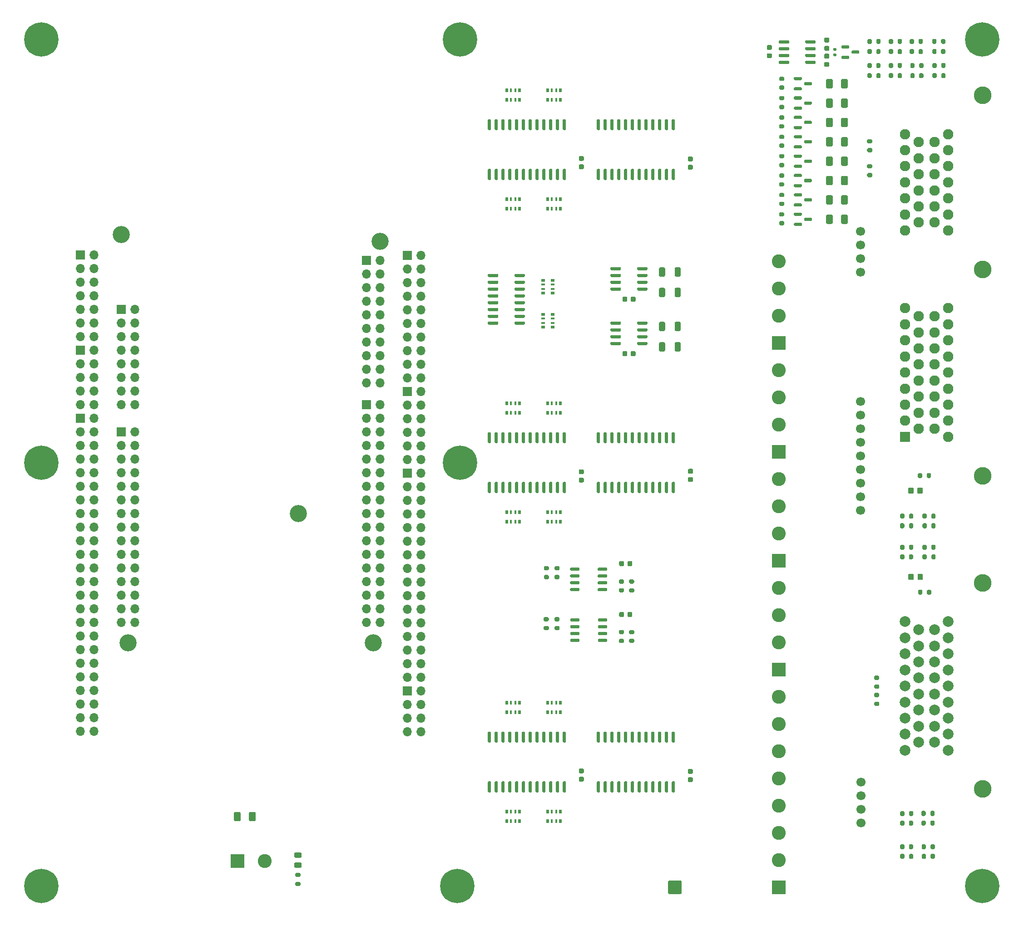
<source format=gts>
G04 #@! TF.GenerationSoftware,KiCad,Pcbnew,7.0.8-7.0.8~ubuntu22.04.1*
G04 #@! TF.CreationDate,2023-11-07T15:24:19+00:00*
G04 #@! TF.ProjectId,digital_inputs,64696769-7461-46c5-9f69-6e707574732e,rev?*
G04 #@! TF.SameCoordinates,PX791ddc0PYca2dd00*
G04 #@! TF.FileFunction,Soldermask,Top*
G04 #@! TF.FilePolarity,Negative*
%FSLAX46Y46*%
G04 Gerber Fmt 4.6, Leading zero omitted, Abs format (unit mm)*
G04 Created by KiCad (PCBNEW 7.0.8-7.0.8~ubuntu22.04.1) date 2023-11-07 15:24:19*
%MOMM*%
%LPD*%
G01*
G04 APERTURE LIST*
%ADD10C,0.800000*%
%ADD11C,6.400000*%
%ADD12C,3.300000*%
%ADD13R,1.950000X1.950000*%
%ADD14C,1.950000*%
%ADD15R,1.700000X1.700000*%
%ADD16O,1.700000X1.700000*%
%ADD17R,2.600000X2.600000*%
%ADD18C,2.600000*%
%ADD19C,3.200000*%
%ADD20R,0.500000X0.800000*%
%ADD21R,0.400000X0.800000*%
%ADD22C,1.700000*%
%ADD23R,0.800000X0.500000*%
%ADD24R,0.800000X0.400000*%
%ADD25C,2.000000*%
G04 APERTURE END LIST*
D10*
G04 #@! TO.C,J12*
X78600000Y3500000D03*
X79302944Y5197056D03*
X79302944Y1802944D03*
X81000000Y5900000D03*
D11*
X81000000Y3500000D03*
D10*
X81000000Y1100000D03*
X82697056Y5197056D03*
X82697056Y1802944D03*
X83400000Y3500000D03*
G04 #@! TD*
G04 #@! TO.C,R38*
G36*
G01*
X166025000Y15475000D02*
X166025000Y14925000D01*
G75*
G02*
X165825000Y14725000I-200000J0D01*
G01*
X165425000Y14725000D01*
G75*
G02*
X165225000Y14925000I0J200000D01*
G01*
X165225000Y15475000D01*
G75*
G02*
X165425000Y15675000I200000J0D01*
G01*
X165825000Y15675000D01*
G75*
G02*
X166025000Y15475000I0J-200000D01*
G01*
G37*
G36*
G01*
X164375000Y15475000D02*
X164375000Y14925000D01*
G75*
G02*
X164175000Y14725000I-200000J0D01*
G01*
X163775000Y14725000D01*
G75*
G02*
X163575000Y14925000I0J200000D01*
G01*
X163575000Y15475000D01*
G75*
G02*
X163775000Y15675000I200000J0D01*
G01*
X164175000Y15675000D01*
G75*
G02*
X164375000Y15475000I0J-200000D01*
G01*
G37*
G04 #@! TD*
G04 #@! TO.C,F6*
G36*
G01*
X149775000Y152575000D02*
X149775000Y153825000D01*
G75*
G02*
X150025000Y154075000I250000J0D01*
G01*
X150775000Y154075000D01*
G75*
G02*
X151025000Y153825000I0J-250000D01*
G01*
X151025000Y152575000D01*
G75*
G02*
X150775000Y152325000I-250000J0D01*
G01*
X150025000Y152325000D01*
G75*
G02*
X149775000Y152575000I0J250000D01*
G01*
G37*
G36*
G01*
X152575000Y152575000D02*
X152575000Y153825000D01*
G75*
G02*
X152825000Y154075000I250000J0D01*
G01*
X153575000Y154075000D01*
G75*
G02*
X153825000Y153825000I0J-250000D01*
G01*
X153825000Y152575000D01*
G75*
G02*
X153575000Y152325000I-250000J0D01*
G01*
X152825000Y152325000D01*
G75*
G02*
X152575000Y152575000I0J250000D01*
G01*
G37*
G04 #@! TD*
D12*
G04 #@! TO.C,J19*
X179000000Y151050000D03*
X179000000Y118550000D03*
X179000000Y80050000D03*
D13*
X164500000Y87300000D03*
D14*
X164500000Y90300000D03*
X164500000Y93300000D03*
X164500000Y96300000D03*
X164500000Y99300000D03*
X164500000Y102300000D03*
X164500000Y105300000D03*
X164500000Y108300000D03*
X164500000Y111300000D03*
X167000000Y88800000D03*
X167000000Y91800000D03*
X167000000Y94800000D03*
X167000000Y97800000D03*
X167000000Y100800000D03*
X167000000Y103800000D03*
X167000000Y106800000D03*
X167000000Y109800000D03*
X170000000Y88800000D03*
X170000000Y91800000D03*
X170000000Y94800000D03*
X170000000Y97800000D03*
X170000000Y100800000D03*
X170000000Y103800000D03*
X170000000Y106800000D03*
X170000000Y109800000D03*
X172500000Y87300000D03*
X172500000Y90300000D03*
X172500000Y93300000D03*
X172500000Y96300000D03*
X172500000Y99300000D03*
X172500000Y102300000D03*
X172500000Y105300000D03*
X172500000Y108300000D03*
X172500000Y111300000D03*
X164500000Y125800000D03*
X164500000Y128800000D03*
X164500000Y131800000D03*
X164500000Y134800000D03*
X164500000Y137800000D03*
X164500000Y140800000D03*
X164500000Y143800000D03*
X167000000Y127300000D03*
X167000000Y130300000D03*
X167000000Y133300000D03*
X167000000Y136300000D03*
X167000000Y139300000D03*
X167000000Y142300000D03*
X170000000Y127300000D03*
X170000000Y130300000D03*
X170000000Y133300000D03*
X170000000Y136300000D03*
X170000000Y139300000D03*
X170000000Y142300000D03*
X172500000Y125800000D03*
X172500000Y128800000D03*
X172500000Y131800000D03*
X172500000Y134800000D03*
X172500000Y137800000D03*
X172500000Y140800000D03*
X172500000Y143800000D03*
G04 #@! TD*
G04 #@! TO.C,R59*
G36*
G01*
X172050000Y156875000D02*
X172050000Y156325000D01*
G75*
G02*
X171850000Y156125000I-200000J0D01*
G01*
X171450000Y156125000D01*
G75*
G02*
X171250000Y156325000I0J200000D01*
G01*
X171250000Y156875000D01*
G75*
G02*
X171450000Y157075000I200000J0D01*
G01*
X171850000Y157075000D01*
G75*
G02*
X172050000Y156875000I0J-200000D01*
G01*
G37*
G36*
G01*
X170400000Y156875000D02*
X170400000Y156325000D01*
G75*
G02*
X170200000Y156125000I-200000J0D01*
G01*
X169800000Y156125000D01*
G75*
G02*
X169600000Y156325000I0J200000D01*
G01*
X169600000Y156875000D01*
G75*
G02*
X169800000Y157075000I200000J0D01*
G01*
X170200000Y157075000D01*
G75*
G02*
X170400000Y156875000I0J-200000D01*
G01*
G37*
G04 #@! TD*
D15*
G04 #@! TO.C,J23*
X64090000Y120184000D03*
D16*
X66630000Y120184000D03*
X64090000Y117644000D03*
X66630000Y117644000D03*
X64090000Y115104000D03*
X66630000Y115104000D03*
X64090000Y112564000D03*
X66630000Y112564000D03*
X64090000Y110024000D03*
X66630000Y110024000D03*
X64090000Y107484000D03*
X66630000Y107484000D03*
X64090000Y104944000D03*
X66630000Y104944000D03*
X64090000Y102404000D03*
X66630000Y102404000D03*
X64090000Y99864000D03*
X66630000Y99864000D03*
X64090000Y97324000D03*
X66630000Y97324000D03*
G04 #@! TD*
G04 #@! TO.C,R41*
G36*
G01*
X159500000Y40275000D02*
X158950000Y40275000D01*
G75*
G02*
X158750000Y40475000I0J200000D01*
G01*
X158750000Y40875000D01*
G75*
G02*
X158950000Y41075000I200000J0D01*
G01*
X159500000Y41075000D01*
G75*
G02*
X159700000Y40875000I0J-200000D01*
G01*
X159700000Y40475000D01*
G75*
G02*
X159500000Y40275000I-200000J0D01*
G01*
G37*
G36*
G01*
X159500000Y41925000D02*
X158950000Y41925000D01*
G75*
G02*
X158750000Y42125000I0J200000D01*
G01*
X158750000Y42525000D01*
G75*
G02*
X158950000Y42725000I200000J0D01*
G01*
X159500000Y42725000D01*
G75*
G02*
X159700000Y42525000I0J-200000D01*
G01*
X159700000Y42125000D01*
G75*
G02*
X159500000Y41925000I-200000J0D01*
G01*
G37*
G04 #@! TD*
D15*
G04 #@! TO.C,J20*
X10750000Y90720000D03*
D16*
X13290000Y90720000D03*
X10750000Y88180000D03*
X13290000Y88180000D03*
X10750000Y85640000D03*
X13290000Y85640000D03*
X10750000Y83100000D03*
X13290000Y83100000D03*
X10750000Y80560000D03*
X13290000Y80560000D03*
X10750000Y78020000D03*
X13290000Y78020000D03*
X10750000Y75480000D03*
X13290000Y75480000D03*
X10750000Y72940000D03*
X13290000Y72940000D03*
X10750000Y70400000D03*
X13290000Y70400000D03*
X10750000Y67860000D03*
X13290000Y67860000D03*
X10750000Y65320000D03*
X13290000Y65320000D03*
X10750000Y62780000D03*
X13290000Y62780000D03*
X10750000Y60240000D03*
X13290000Y60240000D03*
X10750000Y57700000D03*
X13290000Y57700000D03*
X10750000Y55160000D03*
X13290000Y55160000D03*
X10750000Y52620000D03*
X13290000Y52620000D03*
X10750000Y50080000D03*
X13290000Y50080000D03*
X10750000Y47540000D03*
X13290000Y47540000D03*
X10750000Y45000000D03*
X13290000Y45000000D03*
X10750000Y42460000D03*
X13290000Y42460000D03*
X10750000Y39920000D03*
X13290000Y39920000D03*
X10750000Y37380000D03*
X13290000Y37380000D03*
X10750000Y34840000D03*
X13290000Y34840000D03*
X10750000Y32300000D03*
X13290000Y32300000D03*
G04 #@! TD*
D17*
G04 #@! TO.C,J6*
X140925000Y64180000D03*
D18*
X140925000Y69260000D03*
X140925000Y74340000D03*
X140925000Y79420000D03*
G04 #@! TD*
G04 #@! TO.C,Q3*
G36*
G01*
X143787500Y146771430D02*
X143787500Y147071430D01*
G75*
G02*
X143937500Y147221430I150000J0D01*
G01*
X145112500Y147221430D01*
G75*
G02*
X145262500Y147071430I0J-150000D01*
G01*
X145262500Y146771430D01*
G75*
G02*
X145112500Y146621430I-150000J0D01*
G01*
X143937500Y146621430D01*
G75*
G02*
X143787500Y146771430I0J150000D01*
G01*
G37*
G36*
G01*
X145662500Y145821430D02*
X145662500Y146121430D01*
G75*
G02*
X145812500Y146271430I150000J0D01*
G01*
X146987500Y146271430D01*
G75*
G02*
X147137500Y146121430I0J-150000D01*
G01*
X147137500Y145821430D01*
G75*
G02*
X146987500Y145671430I-150000J0D01*
G01*
X145812500Y145671430D01*
G75*
G02*
X145662500Y145821430I0J150000D01*
G01*
G37*
G36*
G01*
X143787500Y144871430D02*
X143787500Y145171430D01*
G75*
G02*
X143937500Y145321430I150000J0D01*
G01*
X145112500Y145321430D01*
G75*
G02*
X145262500Y145171430I0J-150000D01*
G01*
X145262500Y144871430D01*
G75*
G02*
X145112500Y144721430I-150000J0D01*
G01*
X143937500Y144721430D01*
G75*
G02*
X143787500Y144871430I0J150000D01*
G01*
G37*
G04 #@! TD*
G04 #@! TO.C,D1*
G36*
G01*
X51756250Y6875000D02*
X50843750Y6875000D01*
G75*
G02*
X50600000Y7118750I0J243750D01*
G01*
X50600000Y7606250D01*
G75*
G02*
X50843750Y7850000I243750J0D01*
G01*
X51756250Y7850000D01*
G75*
G02*
X52000000Y7606250I0J-243750D01*
G01*
X52000000Y7118750D01*
G75*
G02*
X51756250Y6875000I-243750J0D01*
G01*
G37*
G36*
G01*
X51756250Y8750000D02*
X50843750Y8750000D01*
G75*
G02*
X50600000Y8993750I0J243750D01*
G01*
X50600000Y9481250D01*
G75*
G02*
X50843750Y9725000I243750J0D01*
G01*
X51756250Y9725000D01*
G75*
G02*
X52000000Y9481250I0J-243750D01*
G01*
X52000000Y8993750D01*
G75*
G02*
X51756250Y8750000I-243750J0D01*
G01*
G37*
G04 #@! TD*
G04 #@! TO.C,R44*
G36*
G01*
X166025000Y9275000D02*
X166025000Y8725000D01*
G75*
G02*
X165825000Y8525000I-200000J0D01*
G01*
X165425000Y8525000D01*
G75*
G02*
X165225000Y8725000I0J200000D01*
G01*
X165225000Y9275000D01*
G75*
G02*
X165425000Y9475000I200000J0D01*
G01*
X165825000Y9475000D01*
G75*
G02*
X166025000Y9275000I0J-200000D01*
G01*
G37*
G36*
G01*
X164375000Y9275000D02*
X164375000Y8725000D01*
G75*
G02*
X164175000Y8525000I-200000J0D01*
G01*
X163775000Y8525000D01*
G75*
G02*
X163575000Y8725000I0J200000D01*
G01*
X163575000Y9275000D01*
G75*
G02*
X163775000Y9475000I200000J0D01*
G01*
X164175000Y9475000D01*
G75*
G02*
X164375000Y9275000I0J-200000D01*
G01*
G37*
G04 #@! TD*
D19*
G04 #@! TO.C,H2*
X66630000Y123740000D03*
G04 #@! TD*
G04 #@! TO.C,R34*
G36*
G01*
X161475000Y160825000D02*
X161475000Y161375000D01*
G75*
G02*
X161675000Y161575000I200000J0D01*
G01*
X162075000Y161575000D01*
G75*
G02*
X162275000Y161375000I0J-200000D01*
G01*
X162275000Y160825000D01*
G75*
G02*
X162075000Y160625000I-200000J0D01*
G01*
X161675000Y160625000D01*
G75*
G02*
X161475000Y160825000I0J200000D01*
G01*
G37*
G36*
G01*
X163125000Y160825000D02*
X163125000Y161375000D01*
G75*
G02*
X163325000Y161575000I200000J0D01*
G01*
X163725000Y161575000D01*
G75*
G02*
X163925000Y161375000I0J-200000D01*
G01*
X163925000Y160825000D01*
G75*
G02*
X163725000Y160625000I-200000J0D01*
G01*
X163325000Y160625000D01*
G75*
G02*
X163125000Y160825000I0J200000D01*
G01*
G37*
G04 #@! TD*
G04 #@! TO.C,F2*
G36*
G01*
X149775000Y138117860D02*
X149775000Y139367860D01*
G75*
G02*
X150025000Y139617860I250000J0D01*
G01*
X150775000Y139617860D01*
G75*
G02*
X151025000Y139367860I0J-250000D01*
G01*
X151025000Y138117860D01*
G75*
G02*
X150775000Y137867860I-250000J0D01*
G01*
X150025000Y137867860D01*
G75*
G02*
X149775000Y138117860I0J250000D01*
G01*
G37*
G36*
G01*
X152575000Y138117860D02*
X152575000Y139367860D01*
G75*
G02*
X152825000Y139617860I250000J0D01*
G01*
X153575000Y139617860D01*
G75*
G02*
X153825000Y139367860I0J-250000D01*
G01*
X153825000Y138117860D01*
G75*
G02*
X153575000Y137867860I-250000J0D01*
G01*
X152825000Y137867860D01*
G75*
G02*
X152575000Y138117860I0J250000D01*
G01*
G37*
G04 #@! TD*
G04 #@! TO.C,C12*
G36*
G01*
X138950000Y160425000D02*
X139450000Y160425000D01*
G75*
G02*
X139675000Y160200000I0J-225000D01*
G01*
X139675000Y159750000D01*
G75*
G02*
X139450000Y159525000I-225000J0D01*
G01*
X138950000Y159525000D01*
G75*
G02*
X138725000Y159750000I0J225000D01*
G01*
X138725000Y160200000D01*
G75*
G02*
X138950000Y160425000I225000J0D01*
G01*
G37*
G36*
G01*
X138950000Y158875000D02*
X139450000Y158875000D01*
G75*
G02*
X139675000Y158650000I0J-225000D01*
G01*
X139675000Y158200000D01*
G75*
G02*
X139450000Y157975000I-225000J0D01*
G01*
X138950000Y157975000D01*
G75*
G02*
X138725000Y158200000I0J225000D01*
G01*
X138725000Y158650000D01*
G75*
G02*
X138950000Y158875000I225000J0D01*
G01*
G37*
G04 #@! TD*
D17*
G04 #@! TO.C,J5*
X40005000Y8165000D03*
D18*
X45085000Y8165000D03*
G04 #@! TD*
G04 #@! TO.C,R1*
G36*
G01*
X122675000Y118685000D02*
X122675000Y117435000D01*
G75*
G02*
X122425000Y117185000I-250000J0D01*
G01*
X121800000Y117185000D01*
G75*
G02*
X121550000Y117435000I0J250000D01*
G01*
X121550000Y118685000D01*
G75*
G02*
X121800000Y118935000I250000J0D01*
G01*
X122425000Y118935000D01*
G75*
G02*
X122675000Y118685000I0J-250000D01*
G01*
G37*
G36*
G01*
X119750000Y118685000D02*
X119750000Y117435000D01*
G75*
G02*
X119500000Y117185000I-250000J0D01*
G01*
X118875000Y117185000D01*
G75*
G02*
X118625000Y117435000I0J250000D01*
G01*
X118625000Y118685000D01*
G75*
G02*
X118875000Y118935000I250000J0D01*
G01*
X119500000Y118935000D01*
G75*
G02*
X119750000Y118685000I0J-250000D01*
G01*
G37*
G04 #@! TD*
D20*
G04 #@! TO.C,RN12*
X90240000Y15560000D03*
D21*
X91040000Y15560000D03*
X91840000Y15560000D03*
D20*
X92640000Y15560000D03*
X92640000Y17360000D03*
D21*
X91840000Y17360000D03*
X91040000Y17360000D03*
D20*
X90240000Y17360000D03*
G04 #@! TD*
G04 #@! TO.C,C8*
G36*
G01*
X114255000Y113230000D02*
X114255000Y112730000D01*
G75*
G02*
X114030000Y112505000I-225000J0D01*
G01*
X113580000Y112505000D01*
G75*
G02*
X113355000Y112730000I0J225000D01*
G01*
X113355000Y113230000D01*
G75*
G02*
X113580000Y113455000I225000J0D01*
G01*
X114030000Y113455000D01*
G75*
G02*
X114255000Y113230000I0J-225000D01*
G01*
G37*
G36*
G01*
X112705000Y113230000D02*
X112705000Y112730000D01*
G75*
G02*
X112480000Y112505000I-225000J0D01*
G01*
X112030000Y112505000D01*
G75*
G02*
X111805000Y112730000I0J225000D01*
G01*
X111805000Y113230000D01*
G75*
G02*
X112030000Y113455000I225000J0D01*
G01*
X112480000Y113455000D01*
G75*
G02*
X112705000Y113230000I0J-225000D01*
G01*
G37*
G04 #@! TD*
G04 #@! TO.C,RN9*
X92640000Y37680000D03*
D21*
X91840000Y37680000D03*
X91040000Y37680000D03*
D20*
X90240000Y37680000D03*
X90240000Y35880000D03*
D21*
X91040000Y35880000D03*
X91840000Y35880000D03*
D20*
X92640000Y35880000D03*
G04 #@! TD*
D22*
G04 #@! TO.C,P12*
X156210000Y125640000D03*
G04 #@! TD*
G04 #@! TO.C,P2*
X156210000Y91350000D03*
G04 #@! TD*
G04 #@! TO.C,R12*
G36*
G01*
X122675000Y104715000D02*
X122675000Y103465000D01*
G75*
G02*
X122425000Y103215000I-250000J0D01*
G01*
X121800000Y103215000D01*
G75*
G02*
X121550000Y103465000I0J250000D01*
G01*
X121550000Y104715000D01*
G75*
G02*
X121800000Y104965000I250000J0D01*
G01*
X122425000Y104965000D01*
G75*
G02*
X122675000Y104715000I0J-250000D01*
G01*
G37*
G36*
G01*
X119750000Y104715000D02*
X119750000Y103465000D01*
G75*
G02*
X119500000Y103215000I-250000J0D01*
G01*
X118875000Y103215000D01*
G75*
G02*
X118625000Y103465000I0J250000D01*
G01*
X118625000Y104715000D01*
G75*
G02*
X118875000Y104965000I250000J0D01*
G01*
X119500000Y104965000D01*
G75*
G02*
X119750000Y104715000I0J-250000D01*
G01*
G37*
G04 #@! TD*
G04 #@! TO.C,R48*
G36*
G01*
X170200000Y70975000D02*
X170200000Y70425000D01*
G75*
G02*
X170000000Y70225000I-200000J0D01*
G01*
X169600000Y70225000D01*
G75*
G02*
X169400000Y70425000I0J200000D01*
G01*
X169400000Y70975000D01*
G75*
G02*
X169600000Y71175000I200000J0D01*
G01*
X170000000Y71175000D01*
G75*
G02*
X170200000Y70975000I0J-200000D01*
G01*
G37*
G36*
G01*
X168550000Y70975000D02*
X168550000Y70425000D01*
G75*
G02*
X168350000Y70225000I-200000J0D01*
G01*
X167950000Y70225000D01*
G75*
G02*
X167750000Y70425000I0J200000D01*
G01*
X167750000Y70975000D01*
G75*
G02*
X167950000Y71175000I200000J0D01*
G01*
X168350000Y71175000D01*
G75*
G02*
X168550000Y70975000I0J-200000D01*
G01*
G37*
G04 #@! TD*
D15*
G04 #@! TO.C,J22*
X18370000Y88180000D03*
D16*
X20910000Y88180000D03*
X18370000Y85640000D03*
X20910000Y85640000D03*
X18370000Y83100000D03*
X20910000Y83100000D03*
X18370000Y80560000D03*
X20910000Y80560000D03*
X18370000Y78020000D03*
X20910000Y78020000D03*
X18370000Y75480000D03*
X20910000Y75480000D03*
X18370000Y72940000D03*
X20910000Y72940000D03*
X18370000Y70400000D03*
X20910000Y70400000D03*
X18370000Y67860000D03*
X20910000Y67860000D03*
X18370000Y65320000D03*
X20910000Y65320000D03*
X18370000Y62780000D03*
X20910000Y62780000D03*
X18370000Y60240000D03*
X20910000Y60240000D03*
X18370000Y57700000D03*
X20910000Y57700000D03*
X18370000Y55160000D03*
X20910000Y55160000D03*
X18370000Y52620000D03*
X20910000Y52620000D03*
G04 #@! TD*
D22*
G04 #@! TO.C,P8*
X156210000Y81190000D03*
G04 #@! TD*
G04 #@! TO.C,U1*
G36*
G01*
X102050000Y62455000D02*
X102050000Y62755000D01*
G75*
G02*
X102200000Y62905000I150000J0D01*
G01*
X103650000Y62905000D01*
G75*
G02*
X103800000Y62755000I0J-150000D01*
G01*
X103800000Y62455000D01*
G75*
G02*
X103650000Y62305000I-150000J0D01*
G01*
X102200000Y62305000D01*
G75*
G02*
X102050000Y62455000I0J150000D01*
G01*
G37*
G36*
G01*
X102050000Y61185000D02*
X102050000Y61485000D01*
G75*
G02*
X102200000Y61635000I150000J0D01*
G01*
X103650000Y61635000D01*
G75*
G02*
X103800000Y61485000I0J-150000D01*
G01*
X103800000Y61185000D01*
G75*
G02*
X103650000Y61035000I-150000J0D01*
G01*
X102200000Y61035000D01*
G75*
G02*
X102050000Y61185000I0J150000D01*
G01*
G37*
G36*
G01*
X102050000Y59915000D02*
X102050000Y60215000D01*
G75*
G02*
X102200000Y60365000I150000J0D01*
G01*
X103650000Y60365000D01*
G75*
G02*
X103800000Y60215000I0J-150000D01*
G01*
X103800000Y59915000D01*
G75*
G02*
X103650000Y59765000I-150000J0D01*
G01*
X102200000Y59765000D01*
G75*
G02*
X102050000Y59915000I0J150000D01*
G01*
G37*
G36*
G01*
X102050000Y58645000D02*
X102050000Y58945000D01*
G75*
G02*
X102200000Y59095000I150000J0D01*
G01*
X103650000Y59095000D01*
G75*
G02*
X103800000Y58945000I0J-150000D01*
G01*
X103800000Y58645000D01*
G75*
G02*
X103650000Y58495000I-150000J0D01*
G01*
X102200000Y58495000D01*
G75*
G02*
X102050000Y58645000I0J150000D01*
G01*
G37*
G36*
G01*
X107200000Y58645000D02*
X107200000Y58945000D01*
G75*
G02*
X107350000Y59095000I150000J0D01*
G01*
X108800000Y59095000D01*
G75*
G02*
X108950000Y58945000I0J-150000D01*
G01*
X108950000Y58645000D01*
G75*
G02*
X108800000Y58495000I-150000J0D01*
G01*
X107350000Y58495000D01*
G75*
G02*
X107200000Y58645000I0J150000D01*
G01*
G37*
G36*
G01*
X107200000Y59915000D02*
X107200000Y60215000D01*
G75*
G02*
X107350000Y60365000I150000J0D01*
G01*
X108800000Y60365000D01*
G75*
G02*
X108950000Y60215000I0J-150000D01*
G01*
X108950000Y59915000D01*
G75*
G02*
X108800000Y59765000I-150000J0D01*
G01*
X107350000Y59765000D01*
G75*
G02*
X107200000Y59915000I0J150000D01*
G01*
G37*
G36*
G01*
X107200000Y61185000D02*
X107200000Y61485000D01*
G75*
G02*
X107350000Y61635000I150000J0D01*
G01*
X108800000Y61635000D01*
G75*
G02*
X108950000Y61485000I0J-150000D01*
G01*
X108950000Y61185000D01*
G75*
G02*
X108800000Y61035000I-150000J0D01*
G01*
X107350000Y61035000D01*
G75*
G02*
X107200000Y61185000I0J150000D01*
G01*
G37*
G36*
G01*
X107200000Y62455000D02*
X107200000Y62755000D01*
G75*
G02*
X107350000Y62905000I150000J0D01*
G01*
X108800000Y62905000D01*
G75*
G02*
X108950000Y62755000I0J-150000D01*
G01*
X108950000Y62455000D01*
G75*
G02*
X108800000Y62305000I-150000J0D01*
G01*
X107350000Y62305000D01*
G75*
G02*
X107200000Y62455000I0J150000D01*
G01*
G37*
G04 #@! TD*
G04 #@! TO.C,D2*
G36*
G01*
X152625000Y159900000D02*
X152625000Y160200000D01*
G75*
G02*
X152775000Y160350000I150000J0D01*
G01*
X153950000Y160350000D01*
G75*
G02*
X154100000Y160200000I0J-150000D01*
G01*
X154100000Y159900000D01*
G75*
G02*
X153950000Y159750000I-150000J0D01*
G01*
X152775000Y159750000D01*
G75*
G02*
X152625000Y159900000I0J150000D01*
G01*
G37*
G36*
G01*
X152625000Y158000000D02*
X152625000Y158300000D01*
G75*
G02*
X152775000Y158450000I150000J0D01*
G01*
X153950000Y158450000D01*
G75*
G02*
X154100000Y158300000I0J-150000D01*
G01*
X154100000Y158000000D01*
G75*
G02*
X153950000Y157850000I-150000J0D01*
G01*
X152775000Y157850000D01*
G75*
G02*
X152625000Y158000000I0J150000D01*
G01*
G37*
G36*
G01*
X154500000Y158950000D02*
X154500000Y159250000D01*
G75*
G02*
X154650000Y159400000I150000J0D01*
G01*
X155825000Y159400000D01*
G75*
G02*
X155975000Y159250000I0J-150000D01*
G01*
X155975000Y158950000D01*
G75*
G02*
X155825000Y158800000I-150000J0D01*
G01*
X154650000Y158800000D01*
G75*
G02*
X154500000Y158950000I0J150000D01*
G01*
G37*
G04 #@! TD*
G04 #@! TO.C,P10*
X156210000Y76110000D03*
G04 #@! TD*
D15*
G04 #@! TO.C,J27*
X71710000Y80540000D03*
D16*
X74250000Y80540000D03*
X71710000Y78000000D03*
X74250000Y78000000D03*
X71710000Y75460000D03*
X74250000Y75460000D03*
X71710000Y72920000D03*
X74250000Y72920000D03*
X71710000Y70380000D03*
X74250000Y70380000D03*
X71710000Y67840000D03*
X74250000Y67840000D03*
X71710000Y65300000D03*
X74250000Y65300000D03*
X71710000Y62760000D03*
X74250000Y62760000D03*
X71710000Y60220000D03*
X74250000Y60220000D03*
X71710000Y57680000D03*
X74250000Y57680000D03*
X71710000Y55140000D03*
X74250000Y55140000D03*
X71710000Y52600000D03*
X74250000Y52600000D03*
X71710000Y50060000D03*
X74250000Y50060000D03*
X71710000Y47520000D03*
X74250000Y47520000D03*
X71710000Y44980000D03*
X74250000Y44980000D03*
X71710000Y42440000D03*
X74250000Y42440000D03*
G04 #@! TD*
G04 #@! TO.C,U11*
G36*
G01*
X102070000Y52995000D02*
X102070000Y53295000D01*
G75*
G02*
X102220000Y53445000I150000J0D01*
G01*
X103670000Y53445000D01*
G75*
G02*
X103820000Y53295000I0J-150000D01*
G01*
X103820000Y52995000D01*
G75*
G02*
X103670000Y52845000I-150000J0D01*
G01*
X102220000Y52845000D01*
G75*
G02*
X102070000Y52995000I0J150000D01*
G01*
G37*
G36*
G01*
X102070000Y51725000D02*
X102070000Y52025000D01*
G75*
G02*
X102220000Y52175000I150000J0D01*
G01*
X103670000Y52175000D01*
G75*
G02*
X103820000Y52025000I0J-150000D01*
G01*
X103820000Y51725000D01*
G75*
G02*
X103670000Y51575000I-150000J0D01*
G01*
X102220000Y51575000D01*
G75*
G02*
X102070000Y51725000I0J150000D01*
G01*
G37*
G36*
G01*
X102070000Y50455000D02*
X102070000Y50755000D01*
G75*
G02*
X102220000Y50905000I150000J0D01*
G01*
X103670000Y50905000D01*
G75*
G02*
X103820000Y50755000I0J-150000D01*
G01*
X103820000Y50455000D01*
G75*
G02*
X103670000Y50305000I-150000J0D01*
G01*
X102220000Y50305000D01*
G75*
G02*
X102070000Y50455000I0J150000D01*
G01*
G37*
G36*
G01*
X102070000Y49185000D02*
X102070000Y49485000D01*
G75*
G02*
X102220000Y49635000I150000J0D01*
G01*
X103670000Y49635000D01*
G75*
G02*
X103820000Y49485000I0J-150000D01*
G01*
X103820000Y49185000D01*
G75*
G02*
X103670000Y49035000I-150000J0D01*
G01*
X102220000Y49035000D01*
G75*
G02*
X102070000Y49185000I0J150000D01*
G01*
G37*
G36*
G01*
X107220000Y49185000D02*
X107220000Y49485000D01*
G75*
G02*
X107370000Y49635000I150000J0D01*
G01*
X108820000Y49635000D01*
G75*
G02*
X108970000Y49485000I0J-150000D01*
G01*
X108970000Y49185000D01*
G75*
G02*
X108820000Y49035000I-150000J0D01*
G01*
X107370000Y49035000D01*
G75*
G02*
X107220000Y49185000I0J150000D01*
G01*
G37*
G36*
G01*
X107220000Y50455000D02*
X107220000Y50755000D01*
G75*
G02*
X107370000Y50905000I150000J0D01*
G01*
X108820000Y50905000D01*
G75*
G02*
X108970000Y50755000I0J-150000D01*
G01*
X108970000Y50455000D01*
G75*
G02*
X108820000Y50305000I-150000J0D01*
G01*
X107370000Y50305000D01*
G75*
G02*
X107220000Y50455000I0J150000D01*
G01*
G37*
G36*
G01*
X107220000Y51725000D02*
X107220000Y52025000D01*
G75*
G02*
X107370000Y52175000I150000J0D01*
G01*
X108820000Y52175000D01*
G75*
G02*
X108970000Y52025000I0J-150000D01*
G01*
X108970000Y51725000D01*
G75*
G02*
X108820000Y51575000I-150000J0D01*
G01*
X107370000Y51575000D01*
G75*
G02*
X107220000Y51725000I0J150000D01*
G01*
G37*
G36*
G01*
X107220000Y52995000D02*
X107220000Y53295000D01*
G75*
G02*
X107370000Y53445000I150000J0D01*
G01*
X108820000Y53445000D01*
G75*
G02*
X108970000Y53295000I0J-150000D01*
G01*
X108970000Y52995000D01*
G75*
G02*
X108820000Y52845000I-150000J0D01*
G01*
X107370000Y52845000D01*
G75*
G02*
X107220000Y52995000I0J150000D01*
G01*
G37*
G04 #@! TD*
G04 #@! TO.C,F1*
G36*
G01*
X43425000Y17045000D02*
X43425000Y15795000D01*
G75*
G02*
X43175000Y15545000I-250000J0D01*
G01*
X42425000Y15545000D01*
G75*
G02*
X42175000Y15795000I0J250000D01*
G01*
X42175000Y17045000D01*
G75*
G02*
X42425000Y17295000I250000J0D01*
G01*
X43175000Y17295000D01*
G75*
G02*
X43425000Y17045000I0J-250000D01*
G01*
G37*
G36*
G01*
X40625000Y17045000D02*
X40625000Y15795000D01*
G75*
G02*
X40375000Y15545000I-250000J0D01*
G01*
X39625000Y15545000D01*
G75*
G02*
X39375000Y15795000I0J250000D01*
G01*
X39375000Y17045000D01*
G75*
G02*
X39625000Y17295000I250000J0D01*
G01*
X40375000Y17295000D01*
G75*
G02*
X40625000Y17045000I0J-250000D01*
G01*
G37*
G04 #@! TD*
G04 #@! TO.C,R11*
G36*
G01*
X97345000Y63165000D02*
X97895000Y63165000D01*
G75*
G02*
X98095000Y62965000I0J-200000D01*
G01*
X98095000Y62565000D01*
G75*
G02*
X97895000Y62365000I-200000J0D01*
G01*
X97345000Y62365000D01*
G75*
G02*
X97145000Y62565000I0J200000D01*
G01*
X97145000Y62965000D01*
G75*
G02*
X97345000Y63165000I200000J0D01*
G01*
G37*
G36*
G01*
X97345000Y61515000D02*
X97895000Y61515000D01*
G75*
G02*
X98095000Y61315000I0J-200000D01*
G01*
X98095000Y60915000D01*
G75*
G02*
X97895000Y60715000I-200000J0D01*
G01*
X97345000Y60715000D01*
G75*
G02*
X97145000Y60915000I0J200000D01*
G01*
X97145000Y61315000D01*
G75*
G02*
X97345000Y61515000I200000J0D01*
G01*
G37*
G04 #@! TD*
D19*
G04 #@! TO.C,H5*
X65360000Y48810000D03*
G04 #@! TD*
G04 #@! TO.C,R33*
G36*
G01*
X157475000Y158925000D02*
X157475000Y159475000D01*
G75*
G02*
X157675000Y159675000I200000J0D01*
G01*
X158075000Y159675000D01*
G75*
G02*
X158275000Y159475000I0J-200000D01*
G01*
X158275000Y158925000D01*
G75*
G02*
X158075000Y158725000I-200000J0D01*
G01*
X157675000Y158725000D01*
G75*
G02*
X157475000Y158925000I0J200000D01*
G01*
G37*
G36*
G01*
X159125000Y158925000D02*
X159125000Y159475000D01*
G75*
G02*
X159325000Y159675000I200000J0D01*
G01*
X159725000Y159675000D01*
G75*
G02*
X159925000Y159475000I0J-200000D01*
G01*
X159925000Y158925000D01*
G75*
G02*
X159725000Y158725000I-200000J0D01*
G01*
X159325000Y158725000D01*
G75*
G02*
X159125000Y158925000I0J200000D01*
G01*
G37*
G04 #@! TD*
G04 #@! TO.C,R50*
G36*
G01*
X167750000Y64625000D02*
X167750000Y65175000D01*
G75*
G02*
X167950000Y65375000I200000J0D01*
G01*
X168350000Y65375000D01*
G75*
G02*
X168550000Y65175000I0J-200000D01*
G01*
X168550000Y64625000D01*
G75*
G02*
X168350000Y64425000I-200000J0D01*
G01*
X167950000Y64425000D01*
G75*
G02*
X167750000Y64625000I0J200000D01*
G01*
G37*
G36*
G01*
X169400000Y64625000D02*
X169400000Y65175000D01*
G75*
G02*
X169600000Y65375000I200000J0D01*
G01*
X170000000Y65375000D01*
G75*
G02*
X170200000Y65175000I0J-200000D01*
G01*
X170200000Y64625000D01*
G75*
G02*
X170000000Y64425000I-200000J0D01*
G01*
X169600000Y64425000D01*
G75*
G02*
X169400000Y64625000I0J200000D01*
G01*
G37*
G04 #@! TD*
G04 #@! TO.C,Q2*
G36*
G01*
X143787500Y143157145D02*
X143787500Y143457145D01*
G75*
G02*
X143937500Y143607145I150000J0D01*
G01*
X145112500Y143607145D01*
G75*
G02*
X145262500Y143457145I0J-150000D01*
G01*
X145262500Y143157145D01*
G75*
G02*
X145112500Y143007145I-150000J0D01*
G01*
X143937500Y143007145D01*
G75*
G02*
X143787500Y143157145I0J150000D01*
G01*
G37*
G36*
G01*
X145662500Y142207145D02*
X145662500Y142507145D01*
G75*
G02*
X145812500Y142657145I150000J0D01*
G01*
X146987500Y142657145D01*
G75*
G02*
X147137500Y142507145I0J-150000D01*
G01*
X147137500Y142207145D01*
G75*
G02*
X146987500Y142057145I-150000J0D01*
G01*
X145812500Y142057145D01*
G75*
G02*
X145662500Y142207145I0J150000D01*
G01*
G37*
G36*
G01*
X143787500Y141257145D02*
X143787500Y141557145D01*
G75*
G02*
X143937500Y141707145I150000J0D01*
G01*
X145112500Y141707145D01*
G75*
G02*
X145262500Y141557145I0J-150000D01*
G01*
X145262500Y141257145D01*
G75*
G02*
X145112500Y141107145I-150000J0D01*
G01*
X143937500Y141107145D01*
G75*
G02*
X143787500Y141257145I0J150000D01*
G01*
G37*
G04 #@! TD*
D10*
G04 #@! TO.C,J10*
X79100000Y82500000D03*
X79802944Y84197056D03*
X79802944Y80802944D03*
X81500000Y84900000D03*
D11*
X81500000Y82500000D03*
D10*
X81500000Y80100000D03*
X83197056Y84197056D03*
X83197056Y80802944D03*
X83900000Y82500000D03*
G04 #@! TD*
D15*
G04 #@! TO.C,J21*
X18370000Y111040000D03*
D16*
X20910000Y111040000D03*
X18370000Y108500000D03*
X20910000Y108500000D03*
X18370000Y105960000D03*
X20910000Y105960000D03*
X18370000Y103420000D03*
X20910000Y103420000D03*
X18370000Y100880000D03*
X20910000Y100880000D03*
X18370000Y98340000D03*
X20910000Y98340000D03*
X18370000Y95800000D03*
X20910000Y95800000D03*
X18370000Y93260000D03*
X20910000Y93260000D03*
G04 #@! TD*
G04 #@! TO.C,R42*
G36*
G01*
X167550000Y16750000D02*
X167550000Y17300000D01*
G75*
G02*
X167750000Y17500000I200000J0D01*
G01*
X168150000Y17500000D01*
G75*
G02*
X168350000Y17300000I0J-200000D01*
G01*
X168350000Y16750000D01*
G75*
G02*
X168150000Y16550000I-200000J0D01*
G01*
X167750000Y16550000D01*
G75*
G02*
X167550000Y16750000I0J200000D01*
G01*
G37*
G36*
G01*
X169200000Y16750000D02*
X169200000Y17300000D01*
G75*
G02*
X169400000Y17500000I200000J0D01*
G01*
X169800000Y17500000D01*
G75*
G02*
X170000000Y17300000I0J-200000D01*
G01*
X170000000Y16750000D01*
G75*
G02*
X169800000Y16550000I-200000J0D01*
G01*
X169400000Y16550000D01*
G75*
G02*
X169200000Y16750000I0J200000D01*
G01*
G37*
G04 #@! TD*
G04 #@! TO.C,R14*
G36*
G01*
X141775000Y137617860D02*
X141225000Y137617860D01*
G75*
G02*
X141025000Y137817860I0J200000D01*
G01*
X141025000Y138217860D01*
G75*
G02*
X141225000Y138417860I200000J0D01*
G01*
X141775000Y138417860D01*
G75*
G02*
X141975000Y138217860I0J-200000D01*
G01*
X141975000Y137817860D01*
G75*
G02*
X141775000Y137617860I-200000J0D01*
G01*
G37*
G36*
G01*
X141775000Y139267860D02*
X141225000Y139267860D01*
G75*
G02*
X141025000Y139467860I0J200000D01*
G01*
X141025000Y139867860D01*
G75*
G02*
X141225000Y140067860I200000J0D01*
G01*
X141775000Y140067860D01*
G75*
G02*
X141975000Y139867860I0J-200000D01*
G01*
X141975000Y139467860D01*
G75*
G02*
X141775000Y139267860I-200000J0D01*
G01*
G37*
G04 #@! TD*
D17*
G04 #@! TO.C,J7*
X140925000Y84500000D03*
D18*
X140925000Y89580000D03*
X140925000Y94660000D03*
X140925000Y99740000D03*
G04 #@! TD*
G04 #@! TO.C,C9*
G36*
G01*
X114255000Y103070000D02*
X114255000Y102570000D01*
G75*
G02*
X114030000Y102345000I-225000J0D01*
G01*
X113580000Y102345000D01*
G75*
G02*
X113355000Y102570000I0J225000D01*
G01*
X113355000Y103070000D01*
G75*
G02*
X113580000Y103295000I225000J0D01*
G01*
X114030000Y103295000D01*
G75*
G02*
X114255000Y103070000I0J-225000D01*
G01*
G37*
G36*
G01*
X112705000Y103070000D02*
X112705000Y102570000D01*
G75*
G02*
X112480000Y102345000I-225000J0D01*
G01*
X112030000Y102345000D01*
G75*
G02*
X111805000Y102570000I0J225000D01*
G01*
X111805000Y103070000D01*
G75*
G02*
X112030000Y103295000I225000J0D01*
G01*
X112480000Y103295000D01*
G75*
G02*
X112705000Y103070000I0J-225000D01*
G01*
G37*
G04 #@! TD*
D17*
G04 #@! TO.C,J8*
X140925000Y104820000D03*
D18*
X140925000Y109900000D03*
X140925000Y114980000D03*
X140925000Y120060000D03*
G04 #@! TD*
G04 #@! TO.C,R25*
G36*
G01*
X157475000Y156325000D02*
X157475000Y156875000D01*
G75*
G02*
X157675000Y157075000I200000J0D01*
G01*
X158075000Y157075000D01*
G75*
G02*
X158275000Y156875000I0J-200000D01*
G01*
X158275000Y156325000D01*
G75*
G02*
X158075000Y156125000I-200000J0D01*
G01*
X157675000Y156125000D01*
G75*
G02*
X157475000Y156325000I0J200000D01*
G01*
G37*
G36*
G01*
X159125000Y156325000D02*
X159125000Y156875000D01*
G75*
G02*
X159325000Y157075000I200000J0D01*
G01*
X159725000Y157075000D01*
G75*
G02*
X159925000Y156875000I0J-200000D01*
G01*
X159925000Y156325000D01*
G75*
G02*
X159725000Y156125000I-200000J0D01*
G01*
X159325000Y156125000D01*
G75*
G02*
X159125000Y156325000I0J200000D01*
G01*
G37*
G04 #@! TD*
G04 #@! TO.C,C2*
G36*
G01*
X124210000Y139605000D02*
X124710000Y139605000D01*
G75*
G02*
X124935000Y139380000I0J-225000D01*
G01*
X124935000Y138930000D01*
G75*
G02*
X124710000Y138705000I-225000J0D01*
G01*
X124210000Y138705000D01*
G75*
G02*
X123985000Y138930000I0J225000D01*
G01*
X123985000Y139380000D01*
G75*
G02*
X124210000Y139605000I225000J0D01*
G01*
G37*
G36*
G01*
X124210000Y138055000D02*
X124710000Y138055000D01*
G75*
G02*
X124935000Y137830000I0J-225000D01*
G01*
X124935000Y137380000D01*
G75*
G02*
X124710000Y137155000I-225000J0D01*
G01*
X124210000Y137155000D01*
G75*
G02*
X123985000Y137380000I0J225000D01*
G01*
X123985000Y137830000D01*
G75*
G02*
X124210000Y138055000I225000J0D01*
G01*
G37*
G04 #@! TD*
G04 #@! TO.C,U12*
G36*
G01*
X140950000Y160855000D02*
X140950000Y161155000D01*
G75*
G02*
X141100000Y161305000I150000J0D01*
G01*
X142750000Y161305000D01*
G75*
G02*
X142900000Y161155000I0J-150000D01*
G01*
X142900000Y160855000D01*
G75*
G02*
X142750000Y160705000I-150000J0D01*
G01*
X141100000Y160705000D01*
G75*
G02*
X140950000Y160855000I0J150000D01*
G01*
G37*
G36*
G01*
X140950000Y159585000D02*
X140950000Y159885000D01*
G75*
G02*
X141100000Y160035000I150000J0D01*
G01*
X142750000Y160035000D01*
G75*
G02*
X142900000Y159885000I0J-150000D01*
G01*
X142900000Y159585000D01*
G75*
G02*
X142750000Y159435000I-150000J0D01*
G01*
X141100000Y159435000D01*
G75*
G02*
X140950000Y159585000I0J150000D01*
G01*
G37*
G36*
G01*
X140950000Y158315000D02*
X140950000Y158615000D01*
G75*
G02*
X141100000Y158765000I150000J0D01*
G01*
X142750000Y158765000D01*
G75*
G02*
X142900000Y158615000I0J-150000D01*
G01*
X142900000Y158315000D01*
G75*
G02*
X142750000Y158165000I-150000J0D01*
G01*
X141100000Y158165000D01*
G75*
G02*
X140950000Y158315000I0J150000D01*
G01*
G37*
G36*
G01*
X140950000Y157045000D02*
X140950000Y157345000D01*
G75*
G02*
X141100000Y157495000I150000J0D01*
G01*
X142750000Y157495000D01*
G75*
G02*
X142900000Y157345000I0J-150000D01*
G01*
X142900000Y157045000D01*
G75*
G02*
X142750000Y156895000I-150000J0D01*
G01*
X141100000Y156895000D01*
G75*
G02*
X140950000Y157045000I0J150000D01*
G01*
G37*
G36*
G01*
X145900000Y157045000D02*
X145900000Y157345000D01*
G75*
G02*
X146050000Y157495000I150000J0D01*
G01*
X147700000Y157495000D01*
G75*
G02*
X147850000Y157345000I0J-150000D01*
G01*
X147850000Y157045000D01*
G75*
G02*
X147700000Y156895000I-150000J0D01*
G01*
X146050000Y156895000D01*
G75*
G02*
X145900000Y157045000I0J150000D01*
G01*
G37*
G36*
G01*
X145900000Y158315000D02*
X145900000Y158615000D01*
G75*
G02*
X146050000Y158765000I150000J0D01*
G01*
X147700000Y158765000D01*
G75*
G02*
X147850000Y158615000I0J-150000D01*
G01*
X147850000Y158315000D01*
G75*
G02*
X147700000Y158165000I-150000J0D01*
G01*
X146050000Y158165000D01*
G75*
G02*
X145900000Y158315000I0J150000D01*
G01*
G37*
G36*
G01*
X145900000Y159585000D02*
X145900000Y159885000D01*
G75*
G02*
X146050000Y160035000I150000J0D01*
G01*
X147700000Y160035000D01*
G75*
G02*
X147850000Y159885000I0J-150000D01*
G01*
X147850000Y159585000D01*
G75*
G02*
X147700000Y159435000I-150000J0D01*
G01*
X146050000Y159435000D01*
G75*
G02*
X145900000Y159585000I0J150000D01*
G01*
G37*
G36*
G01*
X145900000Y160855000D02*
X145900000Y161155000D01*
G75*
G02*
X146050000Y161305000I150000J0D01*
G01*
X147700000Y161305000D01*
G75*
G02*
X147850000Y161155000I0J-150000D01*
G01*
X147850000Y160855000D01*
G75*
G02*
X147700000Y160705000I-150000J0D01*
G01*
X146050000Y160705000D01*
G75*
G02*
X145900000Y160855000I0J150000D01*
G01*
G37*
G04 #@! TD*
D17*
G04 #@! TO.C,J3*
X140925000Y3220000D03*
D18*
X140925000Y8300000D03*
X140925000Y13380000D03*
X140925000Y18460000D03*
X140925000Y23540000D03*
X140925000Y28620000D03*
X140925000Y33700000D03*
X140925000Y38780000D03*
G04 #@! TD*
G04 #@! TO.C,R5*
G36*
G01*
X113245000Y60690000D02*
X113795000Y60690000D01*
G75*
G02*
X113995000Y60490000I0J-200000D01*
G01*
X113995000Y60090000D01*
G75*
G02*
X113795000Y59890000I-200000J0D01*
G01*
X113245000Y59890000D01*
G75*
G02*
X113045000Y60090000I0J200000D01*
G01*
X113045000Y60490000D01*
G75*
G02*
X113245000Y60690000I200000J0D01*
G01*
G37*
G36*
G01*
X113245000Y59040000D02*
X113795000Y59040000D01*
G75*
G02*
X113995000Y58840000I0J-200000D01*
G01*
X113995000Y58440000D01*
G75*
G02*
X113795000Y58240000I-200000J0D01*
G01*
X113245000Y58240000D01*
G75*
G02*
X113045000Y58440000I0J200000D01*
G01*
X113045000Y58840000D01*
G75*
G02*
X113245000Y59040000I200000J0D01*
G01*
G37*
G04 #@! TD*
G04 #@! TO.C,R40*
G36*
G01*
X159500000Y37075000D02*
X158950000Y37075000D01*
G75*
G02*
X158750000Y37275000I0J200000D01*
G01*
X158750000Y37675000D01*
G75*
G02*
X158950000Y37875000I200000J0D01*
G01*
X159500000Y37875000D01*
G75*
G02*
X159700000Y37675000I0J-200000D01*
G01*
X159700000Y37275000D01*
G75*
G02*
X159500000Y37075000I-200000J0D01*
G01*
G37*
G36*
G01*
X159500000Y38725000D02*
X158950000Y38725000D01*
G75*
G02*
X158750000Y38925000I0J200000D01*
G01*
X158750000Y39325000D01*
G75*
G02*
X158950000Y39525000I200000J0D01*
G01*
X159500000Y39525000D01*
G75*
G02*
X159700000Y39325000I0J-200000D01*
G01*
X159700000Y38925000D01*
G75*
G02*
X159500000Y38725000I-200000J0D01*
G01*
G37*
G04 #@! TD*
D10*
G04 #@! TO.C,J16*
X176514214Y3500000D03*
X177217158Y5197056D03*
X177217158Y1802944D03*
X178914214Y5900000D03*
D11*
X178914214Y3500000D03*
D10*
X178914214Y1100000D03*
X180611270Y5197056D03*
X180611270Y1802944D03*
X181314214Y3500000D03*
G04 #@! TD*
G04 #@! TO.C,U2*
G36*
G01*
X121135000Y146595000D02*
X121435000Y146595000D01*
G75*
G02*
X121585000Y146445000I0J-150000D01*
G01*
X121585000Y144695000D01*
G75*
G02*
X121435000Y144545000I-150000J0D01*
G01*
X121135000Y144545000D01*
G75*
G02*
X120985000Y144695000I0J150000D01*
G01*
X120985000Y146445000D01*
G75*
G02*
X121135000Y146595000I150000J0D01*
G01*
G37*
G36*
G01*
X119865000Y146595000D02*
X120165000Y146595000D01*
G75*
G02*
X120315000Y146445000I0J-150000D01*
G01*
X120315000Y144695000D01*
G75*
G02*
X120165000Y144545000I-150000J0D01*
G01*
X119865000Y144545000D01*
G75*
G02*
X119715000Y144695000I0J150000D01*
G01*
X119715000Y146445000D01*
G75*
G02*
X119865000Y146595000I150000J0D01*
G01*
G37*
G36*
G01*
X118595000Y146595000D02*
X118895000Y146595000D01*
G75*
G02*
X119045000Y146445000I0J-150000D01*
G01*
X119045000Y144695000D01*
G75*
G02*
X118895000Y144545000I-150000J0D01*
G01*
X118595000Y144545000D01*
G75*
G02*
X118445000Y144695000I0J150000D01*
G01*
X118445000Y146445000D01*
G75*
G02*
X118595000Y146595000I150000J0D01*
G01*
G37*
G36*
G01*
X117325000Y146595000D02*
X117625000Y146595000D01*
G75*
G02*
X117775000Y146445000I0J-150000D01*
G01*
X117775000Y144695000D01*
G75*
G02*
X117625000Y144545000I-150000J0D01*
G01*
X117325000Y144545000D01*
G75*
G02*
X117175000Y144695000I0J150000D01*
G01*
X117175000Y146445000D01*
G75*
G02*
X117325000Y146595000I150000J0D01*
G01*
G37*
G36*
G01*
X116055000Y146595000D02*
X116355000Y146595000D01*
G75*
G02*
X116505000Y146445000I0J-150000D01*
G01*
X116505000Y144695000D01*
G75*
G02*
X116355000Y144545000I-150000J0D01*
G01*
X116055000Y144545000D01*
G75*
G02*
X115905000Y144695000I0J150000D01*
G01*
X115905000Y146445000D01*
G75*
G02*
X116055000Y146595000I150000J0D01*
G01*
G37*
G36*
G01*
X114785000Y146595000D02*
X115085000Y146595000D01*
G75*
G02*
X115235000Y146445000I0J-150000D01*
G01*
X115235000Y144695000D01*
G75*
G02*
X115085000Y144545000I-150000J0D01*
G01*
X114785000Y144545000D01*
G75*
G02*
X114635000Y144695000I0J150000D01*
G01*
X114635000Y146445000D01*
G75*
G02*
X114785000Y146595000I150000J0D01*
G01*
G37*
G36*
G01*
X113515000Y146595000D02*
X113815000Y146595000D01*
G75*
G02*
X113965000Y146445000I0J-150000D01*
G01*
X113965000Y144695000D01*
G75*
G02*
X113815000Y144545000I-150000J0D01*
G01*
X113515000Y144545000D01*
G75*
G02*
X113365000Y144695000I0J150000D01*
G01*
X113365000Y146445000D01*
G75*
G02*
X113515000Y146595000I150000J0D01*
G01*
G37*
G36*
G01*
X112245000Y146595000D02*
X112545000Y146595000D01*
G75*
G02*
X112695000Y146445000I0J-150000D01*
G01*
X112695000Y144695000D01*
G75*
G02*
X112545000Y144545000I-150000J0D01*
G01*
X112245000Y144545000D01*
G75*
G02*
X112095000Y144695000I0J150000D01*
G01*
X112095000Y146445000D01*
G75*
G02*
X112245000Y146595000I150000J0D01*
G01*
G37*
G36*
G01*
X110975000Y146595000D02*
X111275000Y146595000D01*
G75*
G02*
X111425000Y146445000I0J-150000D01*
G01*
X111425000Y144695000D01*
G75*
G02*
X111275000Y144545000I-150000J0D01*
G01*
X110975000Y144545000D01*
G75*
G02*
X110825000Y144695000I0J150000D01*
G01*
X110825000Y146445000D01*
G75*
G02*
X110975000Y146595000I150000J0D01*
G01*
G37*
G36*
G01*
X109705000Y146595000D02*
X110005000Y146595000D01*
G75*
G02*
X110155000Y146445000I0J-150000D01*
G01*
X110155000Y144695000D01*
G75*
G02*
X110005000Y144545000I-150000J0D01*
G01*
X109705000Y144545000D01*
G75*
G02*
X109555000Y144695000I0J150000D01*
G01*
X109555000Y146445000D01*
G75*
G02*
X109705000Y146595000I150000J0D01*
G01*
G37*
G36*
G01*
X108435000Y146595000D02*
X108735000Y146595000D01*
G75*
G02*
X108885000Y146445000I0J-150000D01*
G01*
X108885000Y144695000D01*
G75*
G02*
X108735000Y144545000I-150000J0D01*
G01*
X108435000Y144545000D01*
G75*
G02*
X108285000Y144695000I0J150000D01*
G01*
X108285000Y146445000D01*
G75*
G02*
X108435000Y146595000I150000J0D01*
G01*
G37*
G36*
G01*
X107165000Y146595000D02*
X107465000Y146595000D01*
G75*
G02*
X107615000Y146445000I0J-150000D01*
G01*
X107615000Y144695000D01*
G75*
G02*
X107465000Y144545000I-150000J0D01*
G01*
X107165000Y144545000D01*
G75*
G02*
X107015000Y144695000I0J150000D01*
G01*
X107015000Y146445000D01*
G75*
G02*
X107165000Y146595000I150000J0D01*
G01*
G37*
G36*
G01*
X107165000Y137295000D02*
X107465000Y137295000D01*
G75*
G02*
X107615000Y137145000I0J-150000D01*
G01*
X107615000Y135395000D01*
G75*
G02*
X107465000Y135245000I-150000J0D01*
G01*
X107165000Y135245000D01*
G75*
G02*
X107015000Y135395000I0J150000D01*
G01*
X107015000Y137145000D01*
G75*
G02*
X107165000Y137295000I150000J0D01*
G01*
G37*
G36*
G01*
X108435000Y137295000D02*
X108735000Y137295000D01*
G75*
G02*
X108885000Y137145000I0J-150000D01*
G01*
X108885000Y135395000D01*
G75*
G02*
X108735000Y135245000I-150000J0D01*
G01*
X108435000Y135245000D01*
G75*
G02*
X108285000Y135395000I0J150000D01*
G01*
X108285000Y137145000D01*
G75*
G02*
X108435000Y137295000I150000J0D01*
G01*
G37*
G36*
G01*
X109705000Y137295000D02*
X110005000Y137295000D01*
G75*
G02*
X110155000Y137145000I0J-150000D01*
G01*
X110155000Y135395000D01*
G75*
G02*
X110005000Y135245000I-150000J0D01*
G01*
X109705000Y135245000D01*
G75*
G02*
X109555000Y135395000I0J150000D01*
G01*
X109555000Y137145000D01*
G75*
G02*
X109705000Y137295000I150000J0D01*
G01*
G37*
G36*
G01*
X110975000Y137295000D02*
X111275000Y137295000D01*
G75*
G02*
X111425000Y137145000I0J-150000D01*
G01*
X111425000Y135395000D01*
G75*
G02*
X111275000Y135245000I-150000J0D01*
G01*
X110975000Y135245000D01*
G75*
G02*
X110825000Y135395000I0J150000D01*
G01*
X110825000Y137145000D01*
G75*
G02*
X110975000Y137295000I150000J0D01*
G01*
G37*
G36*
G01*
X112245000Y137295000D02*
X112545000Y137295000D01*
G75*
G02*
X112695000Y137145000I0J-150000D01*
G01*
X112695000Y135395000D01*
G75*
G02*
X112545000Y135245000I-150000J0D01*
G01*
X112245000Y135245000D01*
G75*
G02*
X112095000Y135395000I0J150000D01*
G01*
X112095000Y137145000D01*
G75*
G02*
X112245000Y137295000I150000J0D01*
G01*
G37*
G36*
G01*
X113515000Y137295000D02*
X113815000Y137295000D01*
G75*
G02*
X113965000Y137145000I0J-150000D01*
G01*
X113965000Y135395000D01*
G75*
G02*
X113815000Y135245000I-150000J0D01*
G01*
X113515000Y135245000D01*
G75*
G02*
X113365000Y135395000I0J150000D01*
G01*
X113365000Y137145000D01*
G75*
G02*
X113515000Y137295000I150000J0D01*
G01*
G37*
G36*
G01*
X114785000Y137295000D02*
X115085000Y137295000D01*
G75*
G02*
X115235000Y137145000I0J-150000D01*
G01*
X115235000Y135395000D01*
G75*
G02*
X115085000Y135245000I-150000J0D01*
G01*
X114785000Y135245000D01*
G75*
G02*
X114635000Y135395000I0J150000D01*
G01*
X114635000Y137145000D01*
G75*
G02*
X114785000Y137295000I150000J0D01*
G01*
G37*
G36*
G01*
X116055000Y137295000D02*
X116355000Y137295000D01*
G75*
G02*
X116505000Y137145000I0J-150000D01*
G01*
X116505000Y135395000D01*
G75*
G02*
X116355000Y135245000I-150000J0D01*
G01*
X116055000Y135245000D01*
G75*
G02*
X115905000Y135395000I0J150000D01*
G01*
X115905000Y137145000D01*
G75*
G02*
X116055000Y137295000I150000J0D01*
G01*
G37*
G36*
G01*
X117325000Y137295000D02*
X117625000Y137295000D01*
G75*
G02*
X117775000Y137145000I0J-150000D01*
G01*
X117775000Y135395000D01*
G75*
G02*
X117625000Y135245000I-150000J0D01*
G01*
X117325000Y135245000D01*
G75*
G02*
X117175000Y135395000I0J150000D01*
G01*
X117175000Y137145000D01*
G75*
G02*
X117325000Y137295000I150000J0D01*
G01*
G37*
G36*
G01*
X118595000Y137295000D02*
X118895000Y137295000D01*
G75*
G02*
X119045000Y137145000I0J-150000D01*
G01*
X119045000Y135395000D01*
G75*
G02*
X118895000Y135245000I-150000J0D01*
G01*
X118595000Y135245000D01*
G75*
G02*
X118445000Y135395000I0J150000D01*
G01*
X118445000Y137145000D01*
G75*
G02*
X118595000Y137295000I150000J0D01*
G01*
G37*
G36*
G01*
X119865000Y137295000D02*
X120165000Y137295000D01*
G75*
G02*
X120315000Y137145000I0J-150000D01*
G01*
X120315000Y135395000D01*
G75*
G02*
X120165000Y135245000I-150000J0D01*
G01*
X119865000Y135245000D01*
G75*
G02*
X119715000Y135395000I0J150000D01*
G01*
X119715000Y137145000D01*
G75*
G02*
X119865000Y137295000I150000J0D01*
G01*
G37*
G36*
G01*
X121135000Y137295000D02*
X121435000Y137295000D01*
G75*
G02*
X121585000Y137145000I0J-150000D01*
G01*
X121585000Y135395000D01*
G75*
G02*
X121435000Y135245000I-150000J0D01*
G01*
X121135000Y135245000D01*
G75*
G02*
X120985000Y135395000I0J150000D01*
G01*
X120985000Y137145000D01*
G75*
G02*
X121135000Y137295000I150000J0D01*
G01*
G37*
G04 #@! TD*
G04 #@! TO.C,R30*
G36*
G01*
X167825000Y161375000D02*
X167825000Y160825000D01*
G75*
G02*
X167625000Y160625000I-200000J0D01*
G01*
X167225000Y160625000D01*
G75*
G02*
X167025000Y160825000I0J200000D01*
G01*
X167025000Y161375000D01*
G75*
G02*
X167225000Y161575000I200000J0D01*
G01*
X167625000Y161575000D01*
G75*
G02*
X167825000Y161375000I0J-200000D01*
G01*
G37*
G36*
G01*
X166175000Y161375000D02*
X166175000Y160825000D01*
G75*
G02*
X165975000Y160625000I-200000J0D01*
G01*
X165575000Y160625000D01*
G75*
G02*
X165375000Y160825000I0J200000D01*
G01*
X165375000Y161375000D01*
G75*
G02*
X165575000Y161575000I200000J0D01*
G01*
X165975000Y161575000D01*
G75*
G02*
X166175000Y161375000I0J-200000D01*
G01*
G37*
G04 #@! TD*
G04 #@! TO.C,R28*
G36*
G01*
X167925000Y154975000D02*
X167925000Y154425000D01*
G75*
G02*
X167725000Y154225000I-200000J0D01*
G01*
X167325000Y154225000D01*
G75*
G02*
X167125000Y154425000I0J200000D01*
G01*
X167125000Y154975000D01*
G75*
G02*
X167325000Y155175000I200000J0D01*
G01*
X167725000Y155175000D01*
G75*
G02*
X167925000Y154975000I0J-200000D01*
G01*
G37*
G36*
G01*
X166275000Y154975000D02*
X166275000Y154425000D01*
G75*
G02*
X166075000Y154225000I-200000J0D01*
G01*
X165675000Y154225000D01*
G75*
G02*
X165475000Y154425000I0J200000D01*
G01*
X165475000Y154975000D01*
G75*
G02*
X165675000Y155175000I200000J0D01*
G01*
X166075000Y155175000D01*
G75*
G02*
X166275000Y154975000I0J-200000D01*
G01*
G37*
G04 #@! TD*
G04 #@! TO.C,R39*
G36*
G01*
X166025000Y17275000D02*
X166025000Y16725000D01*
G75*
G02*
X165825000Y16525000I-200000J0D01*
G01*
X165425000Y16525000D01*
G75*
G02*
X165225000Y16725000I0J200000D01*
G01*
X165225000Y17275000D01*
G75*
G02*
X165425000Y17475000I200000J0D01*
G01*
X165825000Y17475000D01*
G75*
G02*
X166025000Y17275000I0J-200000D01*
G01*
G37*
G36*
G01*
X164375000Y17275000D02*
X164375000Y16725000D01*
G75*
G02*
X164175000Y16525000I-200000J0D01*
G01*
X163775000Y16525000D01*
G75*
G02*
X163575000Y16725000I0J200000D01*
G01*
X163575000Y17275000D01*
G75*
G02*
X163775000Y17475000I200000J0D01*
G01*
X164175000Y17475000D01*
G75*
G02*
X164375000Y17275000I0J-200000D01*
G01*
G37*
G04 #@! TD*
D20*
G04 #@! TO.C,RN3*
X100260000Y131660000D03*
D21*
X99460000Y131660000D03*
X98660000Y131660000D03*
D20*
X97860000Y131660000D03*
X97860000Y129860000D03*
D21*
X98660000Y129860000D03*
X99460000Y129860000D03*
D20*
X100260000Y129860000D03*
G04 #@! TD*
G04 #@! TO.C,R36*
G36*
G01*
X169575000Y160825000D02*
X169575000Y161375000D01*
G75*
G02*
X169775000Y161575000I200000J0D01*
G01*
X170175000Y161575000D01*
G75*
G02*
X170375000Y161375000I0J-200000D01*
G01*
X170375000Y160825000D01*
G75*
G02*
X170175000Y160625000I-200000J0D01*
G01*
X169775000Y160625000D01*
G75*
G02*
X169575000Y160825000I0J200000D01*
G01*
G37*
G36*
G01*
X171225000Y160825000D02*
X171225000Y161375000D01*
G75*
G02*
X171425000Y161575000I200000J0D01*
G01*
X171825000Y161575000D01*
G75*
G02*
X172025000Y161375000I0J-200000D01*
G01*
X172025000Y160825000D01*
G75*
G02*
X171825000Y160625000I-200000J0D01*
G01*
X171425000Y160625000D01*
G75*
G02*
X171225000Y160825000I0J200000D01*
G01*
G37*
G04 #@! TD*
D22*
G04 #@! TO.C,P13*
X156210000Y120560000D03*
G04 #@! TD*
G04 #@! TO.C,U4*
G36*
G01*
X121135000Y32295000D02*
X121435000Y32295000D01*
G75*
G02*
X121585000Y32145000I0J-150000D01*
G01*
X121585000Y30395000D01*
G75*
G02*
X121435000Y30245000I-150000J0D01*
G01*
X121135000Y30245000D01*
G75*
G02*
X120985000Y30395000I0J150000D01*
G01*
X120985000Y32145000D01*
G75*
G02*
X121135000Y32295000I150000J0D01*
G01*
G37*
G36*
G01*
X119865000Y32295000D02*
X120165000Y32295000D01*
G75*
G02*
X120315000Y32145000I0J-150000D01*
G01*
X120315000Y30395000D01*
G75*
G02*
X120165000Y30245000I-150000J0D01*
G01*
X119865000Y30245000D01*
G75*
G02*
X119715000Y30395000I0J150000D01*
G01*
X119715000Y32145000D01*
G75*
G02*
X119865000Y32295000I150000J0D01*
G01*
G37*
G36*
G01*
X118595000Y32295000D02*
X118895000Y32295000D01*
G75*
G02*
X119045000Y32145000I0J-150000D01*
G01*
X119045000Y30395000D01*
G75*
G02*
X118895000Y30245000I-150000J0D01*
G01*
X118595000Y30245000D01*
G75*
G02*
X118445000Y30395000I0J150000D01*
G01*
X118445000Y32145000D01*
G75*
G02*
X118595000Y32295000I150000J0D01*
G01*
G37*
G36*
G01*
X117325000Y32295000D02*
X117625000Y32295000D01*
G75*
G02*
X117775000Y32145000I0J-150000D01*
G01*
X117775000Y30395000D01*
G75*
G02*
X117625000Y30245000I-150000J0D01*
G01*
X117325000Y30245000D01*
G75*
G02*
X117175000Y30395000I0J150000D01*
G01*
X117175000Y32145000D01*
G75*
G02*
X117325000Y32295000I150000J0D01*
G01*
G37*
G36*
G01*
X116055000Y32295000D02*
X116355000Y32295000D01*
G75*
G02*
X116505000Y32145000I0J-150000D01*
G01*
X116505000Y30395000D01*
G75*
G02*
X116355000Y30245000I-150000J0D01*
G01*
X116055000Y30245000D01*
G75*
G02*
X115905000Y30395000I0J150000D01*
G01*
X115905000Y32145000D01*
G75*
G02*
X116055000Y32295000I150000J0D01*
G01*
G37*
G36*
G01*
X114785000Y32295000D02*
X115085000Y32295000D01*
G75*
G02*
X115235000Y32145000I0J-150000D01*
G01*
X115235000Y30395000D01*
G75*
G02*
X115085000Y30245000I-150000J0D01*
G01*
X114785000Y30245000D01*
G75*
G02*
X114635000Y30395000I0J150000D01*
G01*
X114635000Y32145000D01*
G75*
G02*
X114785000Y32295000I150000J0D01*
G01*
G37*
G36*
G01*
X113515000Y32295000D02*
X113815000Y32295000D01*
G75*
G02*
X113965000Y32145000I0J-150000D01*
G01*
X113965000Y30395000D01*
G75*
G02*
X113815000Y30245000I-150000J0D01*
G01*
X113515000Y30245000D01*
G75*
G02*
X113365000Y30395000I0J150000D01*
G01*
X113365000Y32145000D01*
G75*
G02*
X113515000Y32295000I150000J0D01*
G01*
G37*
G36*
G01*
X112245000Y32295000D02*
X112545000Y32295000D01*
G75*
G02*
X112695000Y32145000I0J-150000D01*
G01*
X112695000Y30395000D01*
G75*
G02*
X112545000Y30245000I-150000J0D01*
G01*
X112245000Y30245000D01*
G75*
G02*
X112095000Y30395000I0J150000D01*
G01*
X112095000Y32145000D01*
G75*
G02*
X112245000Y32295000I150000J0D01*
G01*
G37*
G36*
G01*
X110975000Y32295000D02*
X111275000Y32295000D01*
G75*
G02*
X111425000Y32145000I0J-150000D01*
G01*
X111425000Y30395000D01*
G75*
G02*
X111275000Y30245000I-150000J0D01*
G01*
X110975000Y30245000D01*
G75*
G02*
X110825000Y30395000I0J150000D01*
G01*
X110825000Y32145000D01*
G75*
G02*
X110975000Y32295000I150000J0D01*
G01*
G37*
G36*
G01*
X109705000Y32295000D02*
X110005000Y32295000D01*
G75*
G02*
X110155000Y32145000I0J-150000D01*
G01*
X110155000Y30395000D01*
G75*
G02*
X110005000Y30245000I-150000J0D01*
G01*
X109705000Y30245000D01*
G75*
G02*
X109555000Y30395000I0J150000D01*
G01*
X109555000Y32145000D01*
G75*
G02*
X109705000Y32295000I150000J0D01*
G01*
G37*
G36*
G01*
X108435000Y32295000D02*
X108735000Y32295000D01*
G75*
G02*
X108885000Y32145000I0J-150000D01*
G01*
X108885000Y30395000D01*
G75*
G02*
X108735000Y30245000I-150000J0D01*
G01*
X108435000Y30245000D01*
G75*
G02*
X108285000Y30395000I0J150000D01*
G01*
X108285000Y32145000D01*
G75*
G02*
X108435000Y32295000I150000J0D01*
G01*
G37*
G36*
G01*
X107165000Y32295000D02*
X107465000Y32295000D01*
G75*
G02*
X107615000Y32145000I0J-150000D01*
G01*
X107615000Y30395000D01*
G75*
G02*
X107465000Y30245000I-150000J0D01*
G01*
X107165000Y30245000D01*
G75*
G02*
X107015000Y30395000I0J150000D01*
G01*
X107015000Y32145000D01*
G75*
G02*
X107165000Y32295000I150000J0D01*
G01*
G37*
G36*
G01*
X107165000Y22995000D02*
X107465000Y22995000D01*
G75*
G02*
X107615000Y22845000I0J-150000D01*
G01*
X107615000Y21095000D01*
G75*
G02*
X107465000Y20945000I-150000J0D01*
G01*
X107165000Y20945000D01*
G75*
G02*
X107015000Y21095000I0J150000D01*
G01*
X107015000Y22845000D01*
G75*
G02*
X107165000Y22995000I150000J0D01*
G01*
G37*
G36*
G01*
X108435000Y22995000D02*
X108735000Y22995000D01*
G75*
G02*
X108885000Y22845000I0J-150000D01*
G01*
X108885000Y21095000D01*
G75*
G02*
X108735000Y20945000I-150000J0D01*
G01*
X108435000Y20945000D01*
G75*
G02*
X108285000Y21095000I0J150000D01*
G01*
X108285000Y22845000D01*
G75*
G02*
X108435000Y22995000I150000J0D01*
G01*
G37*
G36*
G01*
X109705000Y22995000D02*
X110005000Y22995000D01*
G75*
G02*
X110155000Y22845000I0J-150000D01*
G01*
X110155000Y21095000D01*
G75*
G02*
X110005000Y20945000I-150000J0D01*
G01*
X109705000Y20945000D01*
G75*
G02*
X109555000Y21095000I0J150000D01*
G01*
X109555000Y22845000D01*
G75*
G02*
X109705000Y22995000I150000J0D01*
G01*
G37*
G36*
G01*
X110975000Y22995000D02*
X111275000Y22995000D01*
G75*
G02*
X111425000Y22845000I0J-150000D01*
G01*
X111425000Y21095000D01*
G75*
G02*
X111275000Y20945000I-150000J0D01*
G01*
X110975000Y20945000D01*
G75*
G02*
X110825000Y21095000I0J150000D01*
G01*
X110825000Y22845000D01*
G75*
G02*
X110975000Y22995000I150000J0D01*
G01*
G37*
G36*
G01*
X112245000Y22995000D02*
X112545000Y22995000D01*
G75*
G02*
X112695000Y22845000I0J-150000D01*
G01*
X112695000Y21095000D01*
G75*
G02*
X112545000Y20945000I-150000J0D01*
G01*
X112245000Y20945000D01*
G75*
G02*
X112095000Y21095000I0J150000D01*
G01*
X112095000Y22845000D01*
G75*
G02*
X112245000Y22995000I150000J0D01*
G01*
G37*
G36*
G01*
X113515000Y22995000D02*
X113815000Y22995000D01*
G75*
G02*
X113965000Y22845000I0J-150000D01*
G01*
X113965000Y21095000D01*
G75*
G02*
X113815000Y20945000I-150000J0D01*
G01*
X113515000Y20945000D01*
G75*
G02*
X113365000Y21095000I0J150000D01*
G01*
X113365000Y22845000D01*
G75*
G02*
X113515000Y22995000I150000J0D01*
G01*
G37*
G36*
G01*
X114785000Y22995000D02*
X115085000Y22995000D01*
G75*
G02*
X115235000Y22845000I0J-150000D01*
G01*
X115235000Y21095000D01*
G75*
G02*
X115085000Y20945000I-150000J0D01*
G01*
X114785000Y20945000D01*
G75*
G02*
X114635000Y21095000I0J150000D01*
G01*
X114635000Y22845000D01*
G75*
G02*
X114785000Y22995000I150000J0D01*
G01*
G37*
G36*
G01*
X116055000Y22995000D02*
X116355000Y22995000D01*
G75*
G02*
X116505000Y22845000I0J-150000D01*
G01*
X116505000Y21095000D01*
G75*
G02*
X116355000Y20945000I-150000J0D01*
G01*
X116055000Y20945000D01*
G75*
G02*
X115905000Y21095000I0J150000D01*
G01*
X115905000Y22845000D01*
G75*
G02*
X116055000Y22995000I150000J0D01*
G01*
G37*
G36*
G01*
X117325000Y22995000D02*
X117625000Y22995000D01*
G75*
G02*
X117775000Y22845000I0J-150000D01*
G01*
X117775000Y21095000D01*
G75*
G02*
X117625000Y20945000I-150000J0D01*
G01*
X117325000Y20945000D01*
G75*
G02*
X117175000Y21095000I0J150000D01*
G01*
X117175000Y22845000D01*
G75*
G02*
X117325000Y22995000I150000J0D01*
G01*
G37*
G36*
G01*
X118595000Y22995000D02*
X118895000Y22995000D01*
G75*
G02*
X119045000Y22845000I0J-150000D01*
G01*
X119045000Y21095000D01*
G75*
G02*
X118895000Y20945000I-150000J0D01*
G01*
X118595000Y20945000D01*
G75*
G02*
X118445000Y21095000I0J150000D01*
G01*
X118445000Y22845000D01*
G75*
G02*
X118595000Y22995000I150000J0D01*
G01*
G37*
G36*
G01*
X119865000Y22995000D02*
X120165000Y22995000D01*
G75*
G02*
X120315000Y22845000I0J-150000D01*
G01*
X120315000Y21095000D01*
G75*
G02*
X120165000Y20945000I-150000J0D01*
G01*
X119865000Y20945000D01*
G75*
G02*
X119715000Y21095000I0J150000D01*
G01*
X119715000Y22845000D01*
G75*
G02*
X119865000Y22995000I150000J0D01*
G01*
G37*
G36*
G01*
X121135000Y22995000D02*
X121435000Y22995000D01*
G75*
G02*
X121585000Y22845000I0J-150000D01*
G01*
X121585000Y21095000D01*
G75*
G02*
X121435000Y20945000I-150000J0D01*
G01*
X121135000Y20945000D01*
G75*
G02*
X120985000Y21095000I0J150000D01*
G01*
X120985000Y22845000D01*
G75*
G02*
X121135000Y22995000I150000J0D01*
G01*
G37*
G04 #@! TD*
D20*
G04 #@! TO.C,RN10*
X100260000Y37680000D03*
D21*
X99460000Y37680000D03*
X98660000Y37680000D03*
D20*
X97860000Y37680000D03*
X97860000Y35880000D03*
D21*
X98660000Y35880000D03*
X99460000Y35880000D03*
D20*
X100260000Y35880000D03*
G04 #@! TD*
G04 #@! TO.C,R21*
G36*
G01*
X141775000Y134003575D02*
X141225000Y134003575D01*
G75*
G02*
X141025000Y134203575I0J200000D01*
G01*
X141025000Y134603575D01*
G75*
G02*
X141225000Y134803575I200000J0D01*
G01*
X141775000Y134803575D01*
G75*
G02*
X141975000Y134603575I0J-200000D01*
G01*
X141975000Y134203575D01*
G75*
G02*
X141775000Y134003575I-200000J0D01*
G01*
G37*
G36*
G01*
X141775000Y135653575D02*
X141225000Y135653575D01*
G75*
G02*
X141025000Y135853575I0J200000D01*
G01*
X141025000Y136253575D01*
G75*
G02*
X141225000Y136453575I200000J0D01*
G01*
X141775000Y136453575D01*
G75*
G02*
X141975000Y136253575I0J-200000D01*
G01*
X141975000Y135853575D01*
G75*
G02*
X141775000Y135653575I-200000J0D01*
G01*
G37*
G04 #@! TD*
G04 #@! TO.C,C7*
G36*
G01*
X103890000Y25400000D02*
X104390000Y25400000D01*
G75*
G02*
X104615000Y25175000I0J-225000D01*
G01*
X104615000Y24725000D01*
G75*
G02*
X104390000Y24500000I-225000J0D01*
G01*
X103890000Y24500000D01*
G75*
G02*
X103665000Y24725000I0J225000D01*
G01*
X103665000Y25175000D01*
G75*
G02*
X103890000Y25400000I225000J0D01*
G01*
G37*
G36*
G01*
X103890000Y23850000D02*
X104390000Y23850000D01*
G75*
G02*
X104615000Y23625000I0J-225000D01*
G01*
X104615000Y23175000D01*
G75*
G02*
X104390000Y22950000I-225000J0D01*
G01*
X103890000Y22950000D01*
G75*
G02*
X103665000Y23175000I0J225000D01*
G01*
X103665000Y23625000D01*
G75*
G02*
X103890000Y23850000I225000J0D01*
G01*
G37*
G04 #@! TD*
G04 #@! TO.C,Q5*
G36*
G01*
X143787500Y154000000D02*
X143787500Y154300000D01*
G75*
G02*
X143937500Y154450000I150000J0D01*
G01*
X145112500Y154450000D01*
G75*
G02*
X145262500Y154300000I0J-150000D01*
G01*
X145262500Y154000000D01*
G75*
G02*
X145112500Y153850000I-150000J0D01*
G01*
X143937500Y153850000D01*
G75*
G02*
X143787500Y154000000I0J150000D01*
G01*
G37*
G36*
G01*
X145662500Y153050000D02*
X145662500Y153350000D01*
G75*
G02*
X145812500Y153500000I150000J0D01*
G01*
X146987500Y153500000D01*
G75*
G02*
X147137500Y153350000I0J-150000D01*
G01*
X147137500Y153050000D01*
G75*
G02*
X146987500Y152900000I-150000J0D01*
G01*
X145812500Y152900000D01*
G75*
G02*
X145662500Y153050000I0J150000D01*
G01*
G37*
G36*
G01*
X143787500Y152100000D02*
X143787500Y152400000D01*
G75*
G02*
X143937500Y152550000I150000J0D01*
G01*
X145112500Y152550000D01*
G75*
G02*
X145262500Y152400000I0J-150000D01*
G01*
X145262500Y152100000D01*
G75*
G02*
X145112500Y151950000I-150000J0D01*
G01*
X143937500Y151950000D01*
G75*
G02*
X143787500Y152100000I0J150000D01*
G01*
G37*
G04 #@! TD*
D22*
G04 #@! TO.C,P11*
X156210000Y73570000D03*
G04 #@! TD*
G04 #@! TO.C,R37*
G36*
G01*
X172025000Y159475000D02*
X172025000Y158925000D01*
G75*
G02*
X171825000Y158725000I-200000J0D01*
G01*
X171425000Y158725000D01*
G75*
G02*
X171225000Y158925000I0J200000D01*
G01*
X171225000Y159475000D01*
G75*
G02*
X171425000Y159675000I200000J0D01*
G01*
X171825000Y159675000D01*
G75*
G02*
X172025000Y159475000I0J-200000D01*
G01*
G37*
G36*
G01*
X170375000Y159475000D02*
X170375000Y158925000D01*
G75*
G02*
X170175000Y158725000I-200000J0D01*
G01*
X169775000Y158725000D01*
G75*
G02*
X169575000Y158925000I0J200000D01*
G01*
X169575000Y159475000D01*
G75*
G02*
X169775000Y159675000I200000J0D01*
G01*
X170175000Y159675000D01*
G75*
G02*
X170375000Y159475000I0J-200000D01*
G01*
G37*
G04 #@! TD*
G04 #@! TO.C,F7*
G36*
G01*
X149775000Y127275000D02*
X149775000Y128525000D01*
G75*
G02*
X150025000Y128775000I250000J0D01*
G01*
X150775000Y128775000D01*
G75*
G02*
X151025000Y128525000I0J-250000D01*
G01*
X151025000Y127275000D01*
G75*
G02*
X150775000Y127025000I-250000J0D01*
G01*
X150025000Y127025000D01*
G75*
G02*
X149775000Y127275000I0J250000D01*
G01*
G37*
G36*
G01*
X152575000Y127275000D02*
X152575000Y128525000D01*
G75*
G02*
X152825000Y128775000I250000J0D01*
G01*
X153575000Y128775000D01*
G75*
G02*
X153825000Y128525000I0J-250000D01*
G01*
X153825000Y127275000D01*
G75*
G02*
X153575000Y127025000I-250000J0D01*
G01*
X152825000Y127025000D01*
G75*
G02*
X152575000Y127275000I0J250000D01*
G01*
G37*
G04 #@! TD*
D10*
G04 #@! TO.C,J11*
X176514214Y161500000D03*
X177217158Y163197056D03*
X177217158Y159802944D03*
X178914214Y163900000D03*
D11*
X178914214Y161500000D03*
D10*
X178914214Y159100000D03*
X180611270Y163197056D03*
X180611270Y159802944D03*
X181314214Y161500000D03*
G04 #@! TD*
D22*
G04 #@! TO.C,P9*
X156210000Y78650000D03*
G04 #@! TD*
G04 #@! TO.C,C11*
G36*
G01*
X150150000Y156350000D02*
X149650000Y156350000D01*
G75*
G02*
X149425000Y156575000I0J225000D01*
G01*
X149425000Y157025000D01*
G75*
G02*
X149650000Y157250000I225000J0D01*
G01*
X150150000Y157250000D01*
G75*
G02*
X150375000Y157025000I0J-225000D01*
G01*
X150375000Y156575000D01*
G75*
G02*
X150150000Y156350000I-225000J0D01*
G01*
G37*
G36*
G01*
X150150000Y157900000D02*
X149650000Y157900000D01*
G75*
G02*
X149425000Y158125000I0J225000D01*
G01*
X149425000Y158575000D01*
G75*
G02*
X149650000Y158800000I225000J0D01*
G01*
X150150000Y158800000D01*
G75*
G02*
X150375000Y158575000I0J-225000D01*
G01*
X150375000Y158125000D01*
G75*
G02*
X150150000Y157900000I-225000J0D01*
G01*
G37*
G04 #@! TD*
G04 #@! TO.C,R15*
G36*
G01*
X141775000Y141232145D02*
X141225000Y141232145D01*
G75*
G02*
X141025000Y141432145I0J200000D01*
G01*
X141025000Y141832145D01*
G75*
G02*
X141225000Y142032145I200000J0D01*
G01*
X141775000Y142032145D01*
G75*
G02*
X141975000Y141832145I0J-200000D01*
G01*
X141975000Y141432145D01*
G75*
G02*
X141775000Y141232145I-200000J0D01*
G01*
G37*
G36*
G01*
X141775000Y142882145D02*
X141225000Y142882145D01*
G75*
G02*
X141025000Y143082145I0J200000D01*
G01*
X141025000Y143482145D01*
G75*
G02*
X141225000Y143682145I200000J0D01*
G01*
X141775000Y143682145D01*
G75*
G02*
X141975000Y143482145I0J-200000D01*
G01*
X141975000Y143082145D01*
G75*
G02*
X141775000Y142882145I-200000J0D01*
G01*
G37*
G04 #@! TD*
G04 #@! TO.C,R13*
G36*
G01*
X51575000Y3475000D02*
X51025000Y3475000D01*
G75*
G02*
X50825000Y3675000I0J200000D01*
G01*
X50825000Y4075000D01*
G75*
G02*
X51025000Y4275000I200000J0D01*
G01*
X51575000Y4275000D01*
G75*
G02*
X51775000Y4075000I0J-200000D01*
G01*
X51775000Y3675000D01*
G75*
G02*
X51575000Y3475000I-200000J0D01*
G01*
G37*
G36*
G01*
X51575000Y5125000D02*
X51025000Y5125000D01*
G75*
G02*
X50825000Y5325000I0J200000D01*
G01*
X50825000Y5725000D01*
G75*
G02*
X51025000Y5925000I200000J0D01*
G01*
X51575000Y5925000D01*
G75*
G02*
X51775000Y5725000I0J-200000D01*
G01*
X51775000Y5325000D01*
G75*
G02*
X51575000Y5125000I-200000J0D01*
G01*
G37*
G04 #@! TD*
G04 #@! TO.C,F8*
G36*
G01*
X149775000Y130889290D02*
X149775000Y132139290D01*
G75*
G02*
X150025000Y132389290I250000J0D01*
G01*
X150775000Y132389290D01*
G75*
G02*
X151025000Y132139290I0J-250000D01*
G01*
X151025000Y130889290D01*
G75*
G02*
X150775000Y130639290I-250000J0D01*
G01*
X150025000Y130639290D01*
G75*
G02*
X149775000Y130889290I0J250000D01*
G01*
G37*
G36*
G01*
X152575000Y130889290D02*
X152575000Y132139290D01*
G75*
G02*
X152825000Y132389290I250000J0D01*
G01*
X153575000Y132389290D01*
G75*
G02*
X153825000Y132139290I0J-250000D01*
G01*
X153825000Y130889290D01*
G75*
G02*
X153575000Y130639290I-250000J0D01*
G01*
X152825000Y130639290D01*
G75*
G02*
X152575000Y130889290I0J250000D01*
G01*
G37*
G04 #@! TD*
D23*
G04 #@! TO.C,RN13*
X98810000Y114110000D03*
D24*
X98810000Y114910000D03*
X98810000Y115710000D03*
D23*
X98810000Y116510000D03*
X97010000Y116510000D03*
D24*
X97010000Y115710000D03*
X97010000Y114910000D03*
D23*
X97010000Y114110000D03*
G04 #@! TD*
G04 #@! TO.C,F5*
G36*
G01*
X149775000Y148960715D02*
X149775000Y150210715D01*
G75*
G02*
X150025000Y150460715I250000J0D01*
G01*
X150775000Y150460715D01*
G75*
G02*
X151025000Y150210715I0J-250000D01*
G01*
X151025000Y148960715D01*
G75*
G02*
X150775000Y148710715I-250000J0D01*
G01*
X150025000Y148710715D01*
G75*
G02*
X149775000Y148960715I0J250000D01*
G01*
G37*
G36*
G01*
X152575000Y148960715D02*
X152575000Y150210715D01*
G75*
G02*
X152825000Y150460715I250000J0D01*
G01*
X153575000Y150460715D01*
G75*
G02*
X153825000Y150210715I0J-250000D01*
G01*
X153825000Y148960715D01*
G75*
G02*
X153575000Y148710715I-250000J0D01*
G01*
X152825000Y148710715D01*
G75*
G02*
X152575000Y148960715I0J250000D01*
G01*
G37*
G04 #@! TD*
G04 #@! TO.C,Q1*
G36*
G01*
X143787500Y139542860D02*
X143787500Y139842860D01*
G75*
G02*
X143937500Y139992860I150000J0D01*
G01*
X145112500Y139992860D01*
G75*
G02*
X145262500Y139842860I0J-150000D01*
G01*
X145262500Y139542860D01*
G75*
G02*
X145112500Y139392860I-150000J0D01*
G01*
X143937500Y139392860D01*
G75*
G02*
X143787500Y139542860I0J150000D01*
G01*
G37*
G36*
G01*
X145662500Y138592860D02*
X145662500Y138892860D01*
G75*
G02*
X145812500Y139042860I150000J0D01*
G01*
X146987500Y139042860D01*
G75*
G02*
X147137500Y138892860I0J-150000D01*
G01*
X147137500Y138592860D01*
G75*
G02*
X146987500Y138442860I-150000J0D01*
G01*
X145812500Y138442860D01*
G75*
G02*
X145662500Y138592860I0J150000D01*
G01*
G37*
G36*
G01*
X143787500Y137642860D02*
X143787500Y137942860D01*
G75*
G02*
X143937500Y138092860I150000J0D01*
G01*
X145112500Y138092860D01*
G75*
G02*
X145262500Y137942860I0J-150000D01*
G01*
X145262500Y137642860D01*
G75*
G02*
X145112500Y137492860I-150000J0D01*
G01*
X143937500Y137492860D01*
G75*
G02*
X143787500Y137642860I0J150000D01*
G01*
G37*
G04 #@! TD*
G04 #@! TO.C,R58*
G36*
G01*
X169600000Y154425000D02*
X169600000Y154975000D01*
G75*
G02*
X169800000Y155175000I200000J0D01*
G01*
X170200000Y155175000D01*
G75*
G02*
X170400000Y154975000I0J-200000D01*
G01*
X170400000Y154425000D01*
G75*
G02*
X170200000Y154225000I-200000J0D01*
G01*
X169800000Y154225000D01*
G75*
G02*
X169600000Y154425000I0J200000D01*
G01*
G37*
G36*
G01*
X171250000Y154425000D02*
X171250000Y154975000D01*
G75*
G02*
X171450000Y155175000I200000J0D01*
G01*
X171850000Y155175000D01*
G75*
G02*
X172050000Y154975000I0J-200000D01*
G01*
X172050000Y154425000D01*
G75*
G02*
X171850000Y154225000I-200000J0D01*
G01*
X171450000Y154225000D01*
G75*
G02*
X171250000Y154425000I0J200000D01*
G01*
G37*
G04 #@! TD*
G04 #@! TO.C,R35*
G36*
G01*
X163925000Y159475000D02*
X163925000Y158925000D01*
G75*
G02*
X163725000Y158725000I-200000J0D01*
G01*
X163325000Y158725000D01*
G75*
G02*
X163125000Y158925000I0J200000D01*
G01*
X163125000Y159475000D01*
G75*
G02*
X163325000Y159675000I200000J0D01*
G01*
X163725000Y159675000D01*
G75*
G02*
X163925000Y159475000I0J-200000D01*
G01*
G37*
G36*
G01*
X162275000Y159475000D02*
X162275000Y158925000D01*
G75*
G02*
X162075000Y158725000I-200000J0D01*
G01*
X161675000Y158725000D01*
G75*
G02*
X161475000Y158925000I0J200000D01*
G01*
X161475000Y159475000D01*
G75*
G02*
X161675000Y159675000I200000J0D01*
G01*
X162075000Y159675000D01*
G75*
G02*
X162275000Y159475000I0J-200000D01*
G01*
G37*
G04 #@! TD*
G04 #@! TO.C,R7*
G36*
G01*
X97325000Y53650000D02*
X97875000Y53650000D01*
G75*
G02*
X98075000Y53450000I0J-200000D01*
G01*
X98075000Y53050000D01*
G75*
G02*
X97875000Y52850000I-200000J0D01*
G01*
X97325000Y52850000D01*
G75*
G02*
X97125000Y53050000I0J200000D01*
G01*
X97125000Y53450000D01*
G75*
G02*
X97325000Y53650000I200000J0D01*
G01*
G37*
G36*
G01*
X97325000Y52000000D02*
X97875000Y52000000D01*
G75*
G02*
X98075000Y51800000I0J-200000D01*
G01*
X98075000Y51400000D01*
G75*
G02*
X97875000Y51200000I-200000J0D01*
G01*
X97325000Y51200000D01*
G75*
G02*
X97125000Y51400000I0J200000D01*
G01*
X97125000Y51800000D01*
G75*
G02*
X97325000Y52000000I200000J0D01*
G01*
G37*
G04 #@! TD*
G04 #@! TO.C,C6*
G36*
G01*
X103890000Y81225000D02*
X104390000Y81225000D01*
G75*
G02*
X104615000Y81000000I0J-225000D01*
G01*
X104615000Y80550000D01*
G75*
G02*
X104390000Y80325000I-225000J0D01*
G01*
X103890000Y80325000D01*
G75*
G02*
X103665000Y80550000I0J225000D01*
G01*
X103665000Y81000000D01*
G75*
G02*
X103890000Y81225000I225000J0D01*
G01*
G37*
G36*
G01*
X103890000Y79675000D02*
X104390000Y79675000D01*
G75*
G02*
X104615000Y79450000I0J-225000D01*
G01*
X104615000Y79000000D01*
G75*
G02*
X104390000Y78775000I-225000J0D01*
G01*
X103890000Y78775000D01*
G75*
G02*
X103665000Y79000000I0J225000D01*
G01*
X103665000Y79450000D01*
G75*
G02*
X103890000Y79675000I225000J0D01*
G01*
G37*
G04 #@! TD*
G04 #@! TO.C,C1*
G36*
G01*
X113645000Y63890000D02*
X113645000Y63390000D01*
G75*
G02*
X113420000Y63165000I-225000J0D01*
G01*
X112970000Y63165000D01*
G75*
G02*
X112745000Y63390000I0J225000D01*
G01*
X112745000Y63890000D01*
G75*
G02*
X112970000Y64115000I225000J0D01*
G01*
X113420000Y64115000D01*
G75*
G02*
X113645000Y63890000I0J-225000D01*
G01*
G37*
G36*
G01*
X112095000Y63890000D02*
X112095000Y63390000D01*
G75*
G02*
X111870000Y63165000I-225000J0D01*
G01*
X111420000Y63165000D01*
G75*
G02*
X111195000Y63390000I0J225000D01*
G01*
X111195000Y63890000D01*
G75*
G02*
X111420000Y64115000I225000J0D01*
G01*
X111870000Y64115000D01*
G75*
G02*
X112095000Y63890000I0J-225000D01*
G01*
G37*
G04 #@! TD*
G04 #@! TO.C,R3*
G36*
G01*
X122675000Y108525000D02*
X122675000Y107275000D01*
G75*
G02*
X122425000Y107025000I-250000J0D01*
G01*
X121800000Y107025000D01*
G75*
G02*
X121550000Y107275000I0J250000D01*
G01*
X121550000Y108525000D01*
G75*
G02*
X121800000Y108775000I250000J0D01*
G01*
X122425000Y108775000D01*
G75*
G02*
X122675000Y108525000I0J-250000D01*
G01*
G37*
G36*
G01*
X119750000Y108525000D02*
X119750000Y107275000D01*
G75*
G02*
X119500000Y107025000I-250000J0D01*
G01*
X118875000Y107025000D01*
G75*
G02*
X118625000Y107275000I0J250000D01*
G01*
X118625000Y108525000D01*
G75*
G02*
X118875000Y108775000I250000J0D01*
G01*
X119500000Y108775000D01*
G75*
G02*
X119750000Y108525000I0J-250000D01*
G01*
G37*
G04 #@! TD*
G04 #@! TO.C,F3*
G36*
G01*
X149775000Y141732145D02*
X149775000Y142982145D01*
G75*
G02*
X150025000Y143232145I250000J0D01*
G01*
X150775000Y143232145D01*
G75*
G02*
X151025000Y142982145I0J-250000D01*
G01*
X151025000Y141732145D01*
G75*
G02*
X150775000Y141482145I-250000J0D01*
G01*
X150025000Y141482145D01*
G75*
G02*
X149775000Y141732145I0J250000D01*
G01*
G37*
G36*
G01*
X152575000Y141732145D02*
X152575000Y142982145D01*
G75*
G02*
X152825000Y143232145I250000J0D01*
G01*
X153575000Y143232145D01*
G75*
G02*
X153825000Y142982145I0J-250000D01*
G01*
X153825000Y141732145D01*
G75*
G02*
X153575000Y141482145I-250000J0D01*
G01*
X152825000Y141482145D01*
G75*
G02*
X152575000Y141732145I0J250000D01*
G01*
G37*
G04 #@! TD*
G04 #@! TO.C,R51*
G36*
G01*
X170200000Y66975000D02*
X170200000Y66425000D01*
G75*
G02*
X170000000Y66225000I-200000J0D01*
G01*
X169600000Y66225000D01*
G75*
G02*
X169400000Y66425000I0J200000D01*
G01*
X169400000Y66975000D01*
G75*
G02*
X169600000Y67175000I200000J0D01*
G01*
X170000000Y67175000D01*
G75*
G02*
X170200000Y66975000I0J-200000D01*
G01*
G37*
G36*
G01*
X168550000Y66975000D02*
X168550000Y66425000D01*
G75*
G02*
X168350000Y66225000I-200000J0D01*
G01*
X167950000Y66225000D01*
G75*
G02*
X167750000Y66425000I0J200000D01*
G01*
X167750000Y66975000D01*
G75*
G02*
X167950000Y67175000I200000J0D01*
G01*
X168350000Y67175000D01*
G75*
G02*
X168550000Y66975000I0J-200000D01*
G01*
G37*
G04 #@! TD*
G04 #@! TO.C,R31*
G36*
G01*
X165375000Y158925000D02*
X165375000Y159475000D01*
G75*
G02*
X165575000Y159675000I200000J0D01*
G01*
X165975000Y159675000D01*
G75*
G02*
X166175000Y159475000I0J-200000D01*
G01*
X166175000Y158925000D01*
G75*
G02*
X165975000Y158725000I-200000J0D01*
G01*
X165575000Y158725000D01*
G75*
G02*
X165375000Y158925000I0J200000D01*
G01*
G37*
G36*
G01*
X167025000Y158925000D02*
X167025000Y159475000D01*
G75*
G02*
X167225000Y159675000I200000J0D01*
G01*
X167625000Y159675000D01*
G75*
G02*
X167825000Y159475000I0J-200000D01*
G01*
X167825000Y158925000D01*
G75*
G02*
X167625000Y158725000I-200000J0D01*
G01*
X167225000Y158725000D01*
G75*
G02*
X167025000Y158925000I0J200000D01*
G01*
G37*
G04 #@! TD*
D22*
G04 #@! TO.C,P1*
X156210000Y88810000D03*
G04 #@! TD*
G04 #@! TO.C,P15*
X156250000Y20320000D03*
G04 #@! TD*
G04 #@! TO.C,F4*
G36*
G01*
X149775000Y145346430D02*
X149775000Y146596430D01*
G75*
G02*
X150025000Y146846430I250000J0D01*
G01*
X150775000Y146846430D01*
G75*
G02*
X151025000Y146596430I0J-250000D01*
G01*
X151025000Y145346430D01*
G75*
G02*
X150775000Y145096430I-250000J0D01*
G01*
X150025000Y145096430D01*
G75*
G02*
X149775000Y145346430I0J250000D01*
G01*
G37*
G36*
G01*
X152575000Y145346430D02*
X152575000Y146596430D01*
G75*
G02*
X152825000Y146846430I250000J0D01*
G01*
X153575000Y146846430D01*
G75*
G02*
X153825000Y146596430I0J-250000D01*
G01*
X153825000Y145346430D01*
G75*
G02*
X153575000Y145096430I-250000J0D01*
G01*
X152825000Y145096430D01*
G75*
G02*
X152575000Y145346430I0J250000D01*
G01*
G37*
G04 #@! TD*
G04 #@! TO.C,R52*
G36*
G01*
X166025000Y72775000D02*
X166025000Y72225000D01*
G75*
G02*
X165825000Y72025000I-200000J0D01*
G01*
X165425000Y72025000D01*
G75*
G02*
X165225000Y72225000I0J200000D01*
G01*
X165225000Y72775000D01*
G75*
G02*
X165425000Y72975000I200000J0D01*
G01*
X165825000Y72975000D01*
G75*
G02*
X166025000Y72775000I0J-200000D01*
G01*
G37*
G36*
G01*
X164375000Y72775000D02*
X164375000Y72225000D01*
G75*
G02*
X164175000Y72025000I-200000J0D01*
G01*
X163775000Y72025000D01*
G75*
G02*
X163575000Y72225000I0J200000D01*
G01*
X163575000Y72775000D01*
G75*
G02*
X163775000Y72975000I200000J0D01*
G01*
X164175000Y72975000D01*
G75*
G02*
X164375000Y72775000I0J-200000D01*
G01*
G37*
G04 #@! TD*
G04 #@! TO.C,U5*
G36*
G01*
X100815000Y146595000D02*
X101115000Y146595000D01*
G75*
G02*
X101265000Y146445000I0J-150000D01*
G01*
X101265000Y144695000D01*
G75*
G02*
X101115000Y144545000I-150000J0D01*
G01*
X100815000Y144545000D01*
G75*
G02*
X100665000Y144695000I0J150000D01*
G01*
X100665000Y146445000D01*
G75*
G02*
X100815000Y146595000I150000J0D01*
G01*
G37*
G36*
G01*
X99545000Y146595000D02*
X99845000Y146595000D01*
G75*
G02*
X99995000Y146445000I0J-150000D01*
G01*
X99995000Y144695000D01*
G75*
G02*
X99845000Y144545000I-150000J0D01*
G01*
X99545000Y144545000D01*
G75*
G02*
X99395000Y144695000I0J150000D01*
G01*
X99395000Y146445000D01*
G75*
G02*
X99545000Y146595000I150000J0D01*
G01*
G37*
G36*
G01*
X98275000Y146595000D02*
X98575000Y146595000D01*
G75*
G02*
X98725000Y146445000I0J-150000D01*
G01*
X98725000Y144695000D01*
G75*
G02*
X98575000Y144545000I-150000J0D01*
G01*
X98275000Y144545000D01*
G75*
G02*
X98125000Y144695000I0J150000D01*
G01*
X98125000Y146445000D01*
G75*
G02*
X98275000Y146595000I150000J0D01*
G01*
G37*
G36*
G01*
X97005000Y146595000D02*
X97305000Y146595000D01*
G75*
G02*
X97455000Y146445000I0J-150000D01*
G01*
X97455000Y144695000D01*
G75*
G02*
X97305000Y144545000I-150000J0D01*
G01*
X97005000Y144545000D01*
G75*
G02*
X96855000Y144695000I0J150000D01*
G01*
X96855000Y146445000D01*
G75*
G02*
X97005000Y146595000I150000J0D01*
G01*
G37*
G36*
G01*
X95735000Y146595000D02*
X96035000Y146595000D01*
G75*
G02*
X96185000Y146445000I0J-150000D01*
G01*
X96185000Y144695000D01*
G75*
G02*
X96035000Y144545000I-150000J0D01*
G01*
X95735000Y144545000D01*
G75*
G02*
X95585000Y144695000I0J150000D01*
G01*
X95585000Y146445000D01*
G75*
G02*
X95735000Y146595000I150000J0D01*
G01*
G37*
G36*
G01*
X94465000Y146595000D02*
X94765000Y146595000D01*
G75*
G02*
X94915000Y146445000I0J-150000D01*
G01*
X94915000Y144695000D01*
G75*
G02*
X94765000Y144545000I-150000J0D01*
G01*
X94465000Y144545000D01*
G75*
G02*
X94315000Y144695000I0J150000D01*
G01*
X94315000Y146445000D01*
G75*
G02*
X94465000Y146595000I150000J0D01*
G01*
G37*
G36*
G01*
X93195000Y146595000D02*
X93495000Y146595000D01*
G75*
G02*
X93645000Y146445000I0J-150000D01*
G01*
X93645000Y144695000D01*
G75*
G02*
X93495000Y144545000I-150000J0D01*
G01*
X93195000Y144545000D01*
G75*
G02*
X93045000Y144695000I0J150000D01*
G01*
X93045000Y146445000D01*
G75*
G02*
X93195000Y146595000I150000J0D01*
G01*
G37*
G36*
G01*
X91925000Y146595000D02*
X92225000Y146595000D01*
G75*
G02*
X92375000Y146445000I0J-150000D01*
G01*
X92375000Y144695000D01*
G75*
G02*
X92225000Y144545000I-150000J0D01*
G01*
X91925000Y144545000D01*
G75*
G02*
X91775000Y144695000I0J150000D01*
G01*
X91775000Y146445000D01*
G75*
G02*
X91925000Y146595000I150000J0D01*
G01*
G37*
G36*
G01*
X90655000Y146595000D02*
X90955000Y146595000D01*
G75*
G02*
X91105000Y146445000I0J-150000D01*
G01*
X91105000Y144695000D01*
G75*
G02*
X90955000Y144545000I-150000J0D01*
G01*
X90655000Y144545000D01*
G75*
G02*
X90505000Y144695000I0J150000D01*
G01*
X90505000Y146445000D01*
G75*
G02*
X90655000Y146595000I150000J0D01*
G01*
G37*
G36*
G01*
X89385000Y146595000D02*
X89685000Y146595000D01*
G75*
G02*
X89835000Y146445000I0J-150000D01*
G01*
X89835000Y144695000D01*
G75*
G02*
X89685000Y144545000I-150000J0D01*
G01*
X89385000Y144545000D01*
G75*
G02*
X89235000Y144695000I0J150000D01*
G01*
X89235000Y146445000D01*
G75*
G02*
X89385000Y146595000I150000J0D01*
G01*
G37*
G36*
G01*
X88115000Y146595000D02*
X88415000Y146595000D01*
G75*
G02*
X88565000Y146445000I0J-150000D01*
G01*
X88565000Y144695000D01*
G75*
G02*
X88415000Y144545000I-150000J0D01*
G01*
X88115000Y144545000D01*
G75*
G02*
X87965000Y144695000I0J150000D01*
G01*
X87965000Y146445000D01*
G75*
G02*
X88115000Y146595000I150000J0D01*
G01*
G37*
G36*
G01*
X86845000Y146595000D02*
X87145000Y146595000D01*
G75*
G02*
X87295000Y146445000I0J-150000D01*
G01*
X87295000Y144695000D01*
G75*
G02*
X87145000Y144545000I-150000J0D01*
G01*
X86845000Y144545000D01*
G75*
G02*
X86695000Y144695000I0J150000D01*
G01*
X86695000Y146445000D01*
G75*
G02*
X86845000Y146595000I150000J0D01*
G01*
G37*
G36*
G01*
X86845000Y137295000D02*
X87145000Y137295000D01*
G75*
G02*
X87295000Y137145000I0J-150000D01*
G01*
X87295000Y135395000D01*
G75*
G02*
X87145000Y135245000I-150000J0D01*
G01*
X86845000Y135245000D01*
G75*
G02*
X86695000Y135395000I0J150000D01*
G01*
X86695000Y137145000D01*
G75*
G02*
X86845000Y137295000I150000J0D01*
G01*
G37*
G36*
G01*
X88115000Y137295000D02*
X88415000Y137295000D01*
G75*
G02*
X88565000Y137145000I0J-150000D01*
G01*
X88565000Y135395000D01*
G75*
G02*
X88415000Y135245000I-150000J0D01*
G01*
X88115000Y135245000D01*
G75*
G02*
X87965000Y135395000I0J150000D01*
G01*
X87965000Y137145000D01*
G75*
G02*
X88115000Y137295000I150000J0D01*
G01*
G37*
G36*
G01*
X89385000Y137295000D02*
X89685000Y137295000D01*
G75*
G02*
X89835000Y137145000I0J-150000D01*
G01*
X89835000Y135395000D01*
G75*
G02*
X89685000Y135245000I-150000J0D01*
G01*
X89385000Y135245000D01*
G75*
G02*
X89235000Y135395000I0J150000D01*
G01*
X89235000Y137145000D01*
G75*
G02*
X89385000Y137295000I150000J0D01*
G01*
G37*
G36*
G01*
X90655000Y137295000D02*
X90955000Y137295000D01*
G75*
G02*
X91105000Y137145000I0J-150000D01*
G01*
X91105000Y135395000D01*
G75*
G02*
X90955000Y135245000I-150000J0D01*
G01*
X90655000Y135245000D01*
G75*
G02*
X90505000Y135395000I0J150000D01*
G01*
X90505000Y137145000D01*
G75*
G02*
X90655000Y137295000I150000J0D01*
G01*
G37*
G36*
G01*
X91925000Y137295000D02*
X92225000Y137295000D01*
G75*
G02*
X92375000Y137145000I0J-150000D01*
G01*
X92375000Y135395000D01*
G75*
G02*
X92225000Y135245000I-150000J0D01*
G01*
X91925000Y135245000D01*
G75*
G02*
X91775000Y135395000I0J150000D01*
G01*
X91775000Y137145000D01*
G75*
G02*
X91925000Y137295000I150000J0D01*
G01*
G37*
G36*
G01*
X93195000Y137295000D02*
X93495000Y137295000D01*
G75*
G02*
X93645000Y137145000I0J-150000D01*
G01*
X93645000Y135395000D01*
G75*
G02*
X93495000Y135245000I-150000J0D01*
G01*
X93195000Y135245000D01*
G75*
G02*
X93045000Y135395000I0J150000D01*
G01*
X93045000Y137145000D01*
G75*
G02*
X93195000Y137295000I150000J0D01*
G01*
G37*
G36*
G01*
X94465000Y137295000D02*
X94765000Y137295000D01*
G75*
G02*
X94915000Y137145000I0J-150000D01*
G01*
X94915000Y135395000D01*
G75*
G02*
X94765000Y135245000I-150000J0D01*
G01*
X94465000Y135245000D01*
G75*
G02*
X94315000Y135395000I0J150000D01*
G01*
X94315000Y137145000D01*
G75*
G02*
X94465000Y137295000I150000J0D01*
G01*
G37*
G36*
G01*
X95735000Y137295000D02*
X96035000Y137295000D01*
G75*
G02*
X96185000Y137145000I0J-150000D01*
G01*
X96185000Y135395000D01*
G75*
G02*
X96035000Y135245000I-150000J0D01*
G01*
X95735000Y135245000D01*
G75*
G02*
X95585000Y135395000I0J150000D01*
G01*
X95585000Y137145000D01*
G75*
G02*
X95735000Y137295000I150000J0D01*
G01*
G37*
G36*
G01*
X97005000Y137295000D02*
X97305000Y137295000D01*
G75*
G02*
X97455000Y137145000I0J-150000D01*
G01*
X97455000Y135395000D01*
G75*
G02*
X97305000Y135245000I-150000J0D01*
G01*
X97005000Y135245000D01*
G75*
G02*
X96855000Y135395000I0J150000D01*
G01*
X96855000Y137145000D01*
G75*
G02*
X97005000Y137295000I150000J0D01*
G01*
G37*
G36*
G01*
X98275000Y137295000D02*
X98575000Y137295000D01*
G75*
G02*
X98725000Y137145000I0J-150000D01*
G01*
X98725000Y135395000D01*
G75*
G02*
X98575000Y135245000I-150000J0D01*
G01*
X98275000Y135245000D01*
G75*
G02*
X98125000Y135395000I0J150000D01*
G01*
X98125000Y137145000D01*
G75*
G02*
X98275000Y137295000I150000J0D01*
G01*
G37*
G36*
G01*
X99545000Y137295000D02*
X99845000Y137295000D01*
G75*
G02*
X99995000Y137145000I0J-150000D01*
G01*
X99995000Y135395000D01*
G75*
G02*
X99845000Y135245000I-150000J0D01*
G01*
X99545000Y135245000D01*
G75*
G02*
X99395000Y135395000I0J150000D01*
G01*
X99395000Y137145000D01*
G75*
G02*
X99545000Y137295000I150000J0D01*
G01*
G37*
G36*
G01*
X100815000Y137295000D02*
X101115000Y137295000D01*
G75*
G02*
X101265000Y137145000I0J-150000D01*
G01*
X101265000Y135395000D01*
G75*
G02*
X101115000Y135245000I-150000J0D01*
G01*
X100815000Y135245000D01*
G75*
G02*
X100665000Y135395000I0J150000D01*
G01*
X100665000Y137145000D01*
G75*
G02*
X100815000Y137295000I150000J0D01*
G01*
G37*
G04 #@! TD*
G04 #@! TO.C,C13*
G36*
G01*
X113645000Y54390000D02*
X113645000Y53890000D01*
G75*
G02*
X113420000Y53665000I-225000J0D01*
G01*
X112970000Y53665000D01*
G75*
G02*
X112745000Y53890000I0J225000D01*
G01*
X112745000Y54390000D01*
G75*
G02*
X112970000Y54615000I225000J0D01*
G01*
X113420000Y54615000D01*
G75*
G02*
X113645000Y54390000I0J-225000D01*
G01*
G37*
G36*
G01*
X112095000Y54390000D02*
X112095000Y53890000D01*
G75*
G02*
X111870000Y53665000I-225000J0D01*
G01*
X111420000Y53665000D01*
G75*
G02*
X111195000Y53890000I0J225000D01*
G01*
X111195000Y54390000D01*
G75*
G02*
X111420000Y54615000I225000J0D01*
G01*
X111870000Y54615000D01*
G75*
G02*
X112095000Y54390000I0J-225000D01*
G01*
G37*
G04 #@! TD*
G04 #@! TO.C,R57*
G36*
G01*
X169375000Y58599999D02*
X169375000Y58049999D01*
G75*
G02*
X169175000Y57849999I-200000J0D01*
G01*
X168775000Y57849999D01*
G75*
G02*
X168575000Y58049999I0J200000D01*
G01*
X168575000Y58599999D01*
G75*
G02*
X168775000Y58799999I200000J0D01*
G01*
X169175000Y58799999D01*
G75*
G02*
X169375000Y58599999I0J-200000D01*
G01*
G37*
G36*
G01*
X167725000Y58599999D02*
X167725000Y58049999D01*
G75*
G02*
X167525000Y57849999I-200000J0D01*
G01*
X167125000Y57849999D01*
G75*
G02*
X166925000Y58049999I0J200000D01*
G01*
X166925000Y58599999D01*
G75*
G02*
X167125000Y58799999I200000J0D01*
G01*
X167525000Y58799999D01*
G75*
G02*
X167725000Y58599999I0J-200000D01*
G01*
G37*
G04 #@! TD*
G04 #@! TO.C,R2*
G36*
G01*
X122675000Y114875000D02*
X122675000Y113625000D01*
G75*
G02*
X122425000Y113375000I-250000J0D01*
G01*
X121800000Y113375000D01*
G75*
G02*
X121550000Y113625000I0J250000D01*
G01*
X121550000Y114875000D01*
G75*
G02*
X121800000Y115125000I250000J0D01*
G01*
X122425000Y115125000D01*
G75*
G02*
X122675000Y114875000I0J-250000D01*
G01*
G37*
G36*
G01*
X119750000Y114875000D02*
X119750000Y113625000D01*
G75*
G02*
X119500000Y113375000I-250000J0D01*
G01*
X118875000Y113375000D01*
G75*
G02*
X118625000Y113625000I0J250000D01*
G01*
X118625000Y114875000D01*
G75*
G02*
X118875000Y115125000I250000J0D01*
G01*
X119500000Y115125000D01*
G75*
G02*
X119750000Y114875000I0J-250000D01*
G01*
G37*
G04 #@! TD*
D20*
G04 #@! TO.C,RN6*
X100260000Y93560000D03*
D21*
X99460000Y93560000D03*
X98660000Y93560000D03*
D20*
X97860000Y93560000D03*
X97860000Y91760000D03*
D21*
X98660000Y91760000D03*
X99460000Y91760000D03*
D20*
X100260000Y91760000D03*
G04 #@! TD*
G04 #@! TO.C,RN11*
X97860000Y15560000D03*
D21*
X98660000Y15560000D03*
X99460000Y15560000D03*
D20*
X100260000Y15560000D03*
X100260000Y17360000D03*
D21*
X99460000Y17360000D03*
X98660000Y17360000D03*
D20*
X97860000Y17360000D03*
G04 #@! TD*
G04 #@! TO.C,R56*
G36*
G01*
X151215000Y159880000D02*
X151585000Y159880000D01*
G75*
G02*
X151720000Y159745000I0J-135000D01*
G01*
X151720000Y159475000D01*
G75*
G02*
X151585000Y159340000I-135000J0D01*
G01*
X151215000Y159340000D01*
G75*
G02*
X151080000Y159475000I0J135000D01*
G01*
X151080000Y159745000D01*
G75*
G02*
X151215000Y159880000I135000J0D01*
G01*
G37*
G36*
G01*
X151215000Y158860000D02*
X151585000Y158860000D01*
G75*
G02*
X151720000Y158725000I0J-135000D01*
G01*
X151720000Y158455000D01*
G75*
G02*
X151585000Y158320000I-135000J0D01*
G01*
X151215000Y158320000D01*
G75*
G02*
X151080000Y158455000I0J135000D01*
G01*
X151080000Y158725000D01*
G75*
G02*
X151215000Y158860000I135000J0D01*
G01*
G37*
G04 #@! TD*
G04 #@! TO.C,U10*
G36*
G01*
X86720000Y117275000D02*
X86720000Y117575000D01*
G75*
G02*
X86870000Y117725000I150000J0D01*
G01*
X88520000Y117725000D01*
G75*
G02*
X88670000Y117575000I0J-150000D01*
G01*
X88670000Y117275000D01*
G75*
G02*
X88520000Y117125000I-150000J0D01*
G01*
X86870000Y117125000D01*
G75*
G02*
X86720000Y117275000I0J150000D01*
G01*
G37*
G36*
G01*
X86720000Y116005000D02*
X86720000Y116305000D01*
G75*
G02*
X86870000Y116455000I150000J0D01*
G01*
X88520000Y116455000D01*
G75*
G02*
X88670000Y116305000I0J-150000D01*
G01*
X88670000Y116005000D01*
G75*
G02*
X88520000Y115855000I-150000J0D01*
G01*
X86870000Y115855000D01*
G75*
G02*
X86720000Y116005000I0J150000D01*
G01*
G37*
G36*
G01*
X86720000Y114735000D02*
X86720000Y115035000D01*
G75*
G02*
X86870000Y115185000I150000J0D01*
G01*
X88520000Y115185000D01*
G75*
G02*
X88670000Y115035000I0J-150000D01*
G01*
X88670000Y114735000D01*
G75*
G02*
X88520000Y114585000I-150000J0D01*
G01*
X86870000Y114585000D01*
G75*
G02*
X86720000Y114735000I0J150000D01*
G01*
G37*
G36*
G01*
X86720000Y113465000D02*
X86720000Y113765000D01*
G75*
G02*
X86870000Y113915000I150000J0D01*
G01*
X88520000Y113915000D01*
G75*
G02*
X88670000Y113765000I0J-150000D01*
G01*
X88670000Y113465000D01*
G75*
G02*
X88520000Y113315000I-150000J0D01*
G01*
X86870000Y113315000D01*
G75*
G02*
X86720000Y113465000I0J150000D01*
G01*
G37*
G36*
G01*
X86720000Y112195000D02*
X86720000Y112495000D01*
G75*
G02*
X86870000Y112645000I150000J0D01*
G01*
X88520000Y112645000D01*
G75*
G02*
X88670000Y112495000I0J-150000D01*
G01*
X88670000Y112195000D01*
G75*
G02*
X88520000Y112045000I-150000J0D01*
G01*
X86870000Y112045000D01*
G75*
G02*
X86720000Y112195000I0J150000D01*
G01*
G37*
G36*
G01*
X86720000Y110925000D02*
X86720000Y111225000D01*
G75*
G02*
X86870000Y111375000I150000J0D01*
G01*
X88520000Y111375000D01*
G75*
G02*
X88670000Y111225000I0J-150000D01*
G01*
X88670000Y110925000D01*
G75*
G02*
X88520000Y110775000I-150000J0D01*
G01*
X86870000Y110775000D01*
G75*
G02*
X86720000Y110925000I0J150000D01*
G01*
G37*
G36*
G01*
X86720000Y109655000D02*
X86720000Y109955000D01*
G75*
G02*
X86870000Y110105000I150000J0D01*
G01*
X88520000Y110105000D01*
G75*
G02*
X88670000Y109955000I0J-150000D01*
G01*
X88670000Y109655000D01*
G75*
G02*
X88520000Y109505000I-150000J0D01*
G01*
X86870000Y109505000D01*
G75*
G02*
X86720000Y109655000I0J150000D01*
G01*
G37*
G36*
G01*
X86720000Y108385000D02*
X86720000Y108685000D01*
G75*
G02*
X86870000Y108835000I150000J0D01*
G01*
X88520000Y108835000D01*
G75*
G02*
X88670000Y108685000I0J-150000D01*
G01*
X88670000Y108385000D01*
G75*
G02*
X88520000Y108235000I-150000J0D01*
G01*
X86870000Y108235000D01*
G75*
G02*
X86720000Y108385000I0J150000D01*
G01*
G37*
G36*
G01*
X91670000Y108385000D02*
X91670000Y108685000D01*
G75*
G02*
X91820000Y108835000I150000J0D01*
G01*
X93470000Y108835000D01*
G75*
G02*
X93620000Y108685000I0J-150000D01*
G01*
X93620000Y108385000D01*
G75*
G02*
X93470000Y108235000I-150000J0D01*
G01*
X91820000Y108235000D01*
G75*
G02*
X91670000Y108385000I0J150000D01*
G01*
G37*
G36*
G01*
X91670000Y109655000D02*
X91670000Y109955000D01*
G75*
G02*
X91820000Y110105000I150000J0D01*
G01*
X93470000Y110105000D01*
G75*
G02*
X93620000Y109955000I0J-150000D01*
G01*
X93620000Y109655000D01*
G75*
G02*
X93470000Y109505000I-150000J0D01*
G01*
X91820000Y109505000D01*
G75*
G02*
X91670000Y109655000I0J150000D01*
G01*
G37*
G36*
G01*
X91670000Y110925000D02*
X91670000Y111225000D01*
G75*
G02*
X91820000Y111375000I150000J0D01*
G01*
X93470000Y111375000D01*
G75*
G02*
X93620000Y111225000I0J-150000D01*
G01*
X93620000Y110925000D01*
G75*
G02*
X93470000Y110775000I-150000J0D01*
G01*
X91820000Y110775000D01*
G75*
G02*
X91670000Y110925000I0J150000D01*
G01*
G37*
G36*
G01*
X91670000Y112195000D02*
X91670000Y112495000D01*
G75*
G02*
X91820000Y112645000I150000J0D01*
G01*
X93470000Y112645000D01*
G75*
G02*
X93620000Y112495000I0J-150000D01*
G01*
X93620000Y112195000D01*
G75*
G02*
X93470000Y112045000I-150000J0D01*
G01*
X91820000Y112045000D01*
G75*
G02*
X91670000Y112195000I0J150000D01*
G01*
G37*
G36*
G01*
X91670000Y113465000D02*
X91670000Y113765000D01*
G75*
G02*
X91820000Y113915000I150000J0D01*
G01*
X93470000Y113915000D01*
G75*
G02*
X93620000Y113765000I0J-150000D01*
G01*
X93620000Y113465000D01*
G75*
G02*
X93470000Y113315000I-150000J0D01*
G01*
X91820000Y113315000D01*
G75*
G02*
X91670000Y113465000I0J150000D01*
G01*
G37*
G36*
G01*
X91670000Y114735000D02*
X91670000Y115035000D01*
G75*
G02*
X91820000Y115185000I150000J0D01*
G01*
X93470000Y115185000D01*
G75*
G02*
X93620000Y115035000I0J-150000D01*
G01*
X93620000Y114735000D01*
G75*
G02*
X93470000Y114585000I-150000J0D01*
G01*
X91820000Y114585000D01*
G75*
G02*
X91670000Y114735000I0J150000D01*
G01*
G37*
G36*
G01*
X91670000Y116005000D02*
X91670000Y116305000D01*
G75*
G02*
X91820000Y116455000I150000J0D01*
G01*
X93470000Y116455000D01*
G75*
G02*
X93620000Y116305000I0J-150000D01*
G01*
X93620000Y116005000D01*
G75*
G02*
X93470000Y115855000I-150000J0D01*
G01*
X91820000Y115855000D01*
G75*
G02*
X91670000Y116005000I0J150000D01*
G01*
G37*
G36*
G01*
X91670000Y117275000D02*
X91670000Y117575000D01*
G75*
G02*
X91820000Y117725000I150000J0D01*
G01*
X93470000Y117725000D01*
G75*
G02*
X93620000Y117575000I0J-150000D01*
G01*
X93620000Y117275000D01*
G75*
G02*
X93470000Y117125000I-150000J0D01*
G01*
X91820000Y117125000D01*
G75*
G02*
X91670000Y117275000I0J150000D01*
G01*
G37*
G04 #@! TD*
G04 #@! TO.C,R55*
G36*
G01*
X163575000Y66425000D02*
X163575000Y66975000D01*
G75*
G02*
X163775000Y67175000I200000J0D01*
G01*
X164175000Y67175000D01*
G75*
G02*
X164375000Y66975000I0J-200000D01*
G01*
X164375000Y66425000D01*
G75*
G02*
X164175000Y66225000I-200000J0D01*
G01*
X163775000Y66225000D01*
G75*
G02*
X163575000Y66425000I0J200000D01*
G01*
G37*
G36*
G01*
X165225000Y66425000D02*
X165225000Y66975000D01*
G75*
G02*
X165425000Y67175000I200000J0D01*
G01*
X165825000Y67175000D01*
G75*
G02*
X166025000Y66975000I0J-200000D01*
G01*
X166025000Y66425000D01*
G75*
G02*
X165825000Y66225000I-200000J0D01*
G01*
X165425000Y66225000D01*
G75*
G02*
X165225000Y66425000I0J200000D01*
G01*
G37*
G04 #@! TD*
G04 #@! TO.C,Q8*
G36*
G01*
X143787500Y135928575D02*
X143787500Y136228575D01*
G75*
G02*
X143937500Y136378575I150000J0D01*
G01*
X145112500Y136378575D01*
G75*
G02*
X145262500Y136228575I0J-150000D01*
G01*
X145262500Y135928575D01*
G75*
G02*
X145112500Y135778575I-150000J0D01*
G01*
X143937500Y135778575D01*
G75*
G02*
X143787500Y135928575I0J150000D01*
G01*
G37*
G36*
G01*
X145662500Y134978575D02*
X145662500Y135278575D01*
G75*
G02*
X145812500Y135428575I150000J0D01*
G01*
X146987500Y135428575D01*
G75*
G02*
X147137500Y135278575I0J-150000D01*
G01*
X147137500Y134978575D01*
G75*
G02*
X146987500Y134828575I-150000J0D01*
G01*
X145812500Y134828575D01*
G75*
G02*
X145662500Y134978575I0J150000D01*
G01*
G37*
G36*
G01*
X143787500Y134028575D02*
X143787500Y134328575D01*
G75*
G02*
X143937500Y134478575I150000J0D01*
G01*
X145112500Y134478575D01*
G75*
G02*
X145262500Y134328575I0J-150000D01*
G01*
X145262500Y134028575D01*
G75*
G02*
X145112500Y133878575I-150000J0D01*
G01*
X143937500Y133878575D01*
G75*
G02*
X143787500Y134028575I0J150000D01*
G01*
G37*
G04 #@! TD*
G04 #@! TO.C,D4*
G36*
G01*
X165125000Y60700002D02*
X165125000Y61600002D01*
G75*
G02*
X165225000Y61700002I100000J0D01*
G01*
X166025000Y61700002D01*
G75*
G02*
X166125000Y61600002I0J-100000D01*
G01*
X166125000Y60700002D01*
G75*
G02*
X166025000Y60600002I-100000J0D01*
G01*
X165225000Y60600002D01*
G75*
G02*
X165125000Y60700002I0J100000D01*
G01*
G37*
G36*
G01*
X166825000Y60700002D02*
X166825000Y61600002D01*
G75*
G02*
X166925000Y61700002I100000J0D01*
G01*
X167725000Y61700002D01*
G75*
G02*
X167825000Y61600002I0J-100000D01*
G01*
X167825000Y60700002D01*
G75*
G02*
X167725000Y60600002I-100000J0D01*
G01*
X166925000Y60600002D01*
G75*
G02*
X166825000Y60700002I0J100000D01*
G01*
G37*
G04 #@! TD*
D10*
G04 #@! TO.C,J13*
X1100000Y161500000D03*
X1802944Y163197056D03*
X1802944Y159802944D03*
X3500000Y163900000D03*
D11*
X3500000Y161500000D03*
D10*
X3500000Y159100000D03*
X5197056Y163197056D03*
X5197056Y159802944D03*
X5900000Y161500000D03*
G04 #@! TD*
G04 #@! TO.C,R8*
G36*
G01*
X111895000Y48815000D02*
X111345000Y48815000D01*
G75*
G02*
X111145000Y49015000I0J200000D01*
G01*
X111145000Y49415000D01*
G75*
G02*
X111345000Y49615000I200000J0D01*
G01*
X111895000Y49615000D01*
G75*
G02*
X112095000Y49415000I0J-200000D01*
G01*
X112095000Y49015000D01*
G75*
G02*
X111895000Y48815000I-200000J0D01*
G01*
G37*
G36*
G01*
X111895000Y50465000D02*
X111345000Y50465000D01*
G75*
G02*
X111145000Y50665000I0J200000D01*
G01*
X111145000Y51065000D01*
G75*
G02*
X111345000Y51265000I200000J0D01*
G01*
X111895000Y51265000D01*
G75*
G02*
X112095000Y51065000I0J-200000D01*
G01*
X112095000Y50665000D01*
G75*
G02*
X111895000Y50465000I-200000J0D01*
G01*
G37*
G04 #@! TD*
D15*
G04 #@! TO.C,J18*
X10750000Y103420000D03*
D16*
X13290000Y103420000D03*
X10750000Y100880000D03*
X13290000Y100880000D03*
X10750000Y98340000D03*
X13290000Y98340000D03*
X10750000Y95800000D03*
X13290000Y95800000D03*
X10750000Y93260000D03*
X13290000Y93260000D03*
G04 #@! TD*
G04 #@! TO.C,R49*
G36*
G01*
X170050000Y11075000D02*
X170050000Y10525000D01*
G75*
G02*
X169850000Y10325000I-200000J0D01*
G01*
X169450000Y10325000D01*
G75*
G02*
X169250000Y10525000I0J200000D01*
G01*
X169250000Y11075000D01*
G75*
G02*
X169450000Y11275000I200000J0D01*
G01*
X169850000Y11275000D01*
G75*
G02*
X170050000Y11075000I0J-200000D01*
G01*
G37*
G36*
G01*
X168400000Y11075000D02*
X168400000Y10525000D01*
G75*
G02*
X168200000Y10325000I-200000J0D01*
G01*
X167800000Y10325000D01*
G75*
G02*
X167600000Y10525000I0J200000D01*
G01*
X167600000Y11075000D01*
G75*
G02*
X167800000Y11275000I200000J0D01*
G01*
X168200000Y11275000D01*
G75*
G02*
X168400000Y11075000I0J-200000D01*
G01*
G37*
G04 #@! TD*
G04 #@! TO.C,Q6*
G36*
G01*
X143787500Y128700000D02*
X143787500Y129000000D01*
G75*
G02*
X143937500Y129150000I150000J0D01*
G01*
X145112500Y129150000D01*
G75*
G02*
X145262500Y129000000I0J-150000D01*
G01*
X145262500Y128700000D01*
G75*
G02*
X145112500Y128550000I-150000J0D01*
G01*
X143937500Y128550000D01*
G75*
G02*
X143787500Y128700000I0J150000D01*
G01*
G37*
G36*
G01*
X145662500Y127750000D02*
X145662500Y128050000D01*
G75*
G02*
X145812500Y128200000I150000J0D01*
G01*
X146987500Y128200000D01*
G75*
G02*
X147137500Y128050000I0J-150000D01*
G01*
X147137500Y127750000D01*
G75*
G02*
X146987500Y127600000I-150000J0D01*
G01*
X145812500Y127600000D01*
G75*
G02*
X145662500Y127750000I0J150000D01*
G01*
G37*
G36*
G01*
X143787500Y126800000D02*
X143787500Y127100000D01*
G75*
G02*
X143937500Y127250000I150000J0D01*
G01*
X145112500Y127250000D01*
G75*
G02*
X145262500Y127100000I0J-150000D01*
G01*
X145262500Y126800000D01*
G75*
G02*
X145112500Y126650000I-150000J0D01*
G01*
X143937500Y126650000D01*
G75*
G02*
X143787500Y126800000I0J150000D01*
G01*
G37*
G04 #@! TD*
G04 #@! TO.C,R29*
G36*
G01*
X165475000Y156325000D02*
X165475000Y156875000D01*
G75*
G02*
X165675000Y157075000I200000J0D01*
G01*
X166075000Y157075000D01*
G75*
G02*
X166275000Y156875000I0J-200000D01*
G01*
X166275000Y156325000D01*
G75*
G02*
X166075000Y156125000I-200000J0D01*
G01*
X165675000Y156125000D01*
G75*
G02*
X165475000Y156325000I0J200000D01*
G01*
G37*
G36*
G01*
X167125000Y156325000D02*
X167125000Y156875000D01*
G75*
G02*
X167325000Y157075000I200000J0D01*
G01*
X167725000Y157075000D01*
G75*
G02*
X167925000Y156875000I0J-200000D01*
G01*
X167925000Y156325000D01*
G75*
G02*
X167725000Y156125000I-200000J0D01*
G01*
X167325000Y156125000D01*
G75*
G02*
X167125000Y156325000I0J200000D01*
G01*
G37*
G04 #@! TD*
D22*
G04 #@! TO.C,P3*
X156210000Y93890000D03*
G04 #@! TD*
G04 #@! TO.C,P16*
X156250000Y17780000D03*
G04 #@! TD*
G04 #@! TO.C,R6*
G36*
G01*
X99895000Y51215000D02*
X99345000Y51215000D01*
G75*
G02*
X99145000Y51415000I0J200000D01*
G01*
X99145000Y51815000D01*
G75*
G02*
X99345000Y52015000I200000J0D01*
G01*
X99895000Y52015000D01*
G75*
G02*
X100095000Y51815000I0J-200000D01*
G01*
X100095000Y51415000D01*
G75*
G02*
X99895000Y51215000I-200000J0D01*
G01*
G37*
G36*
G01*
X99895000Y52865000D02*
X99345000Y52865000D01*
G75*
G02*
X99145000Y53065000I0J200000D01*
G01*
X99145000Y53465000D01*
G75*
G02*
X99345000Y53665000I200000J0D01*
G01*
X99895000Y53665000D01*
G75*
G02*
X100095000Y53465000I0J-200000D01*
G01*
X100095000Y53065000D01*
G75*
G02*
X99895000Y52865000I-200000J0D01*
G01*
G37*
G04 #@! TD*
G04 #@! TO.C,R24*
G36*
G01*
X159925000Y154975000D02*
X159925000Y154425000D01*
G75*
G02*
X159725000Y154225000I-200000J0D01*
G01*
X159325000Y154225000D01*
G75*
G02*
X159125000Y154425000I0J200000D01*
G01*
X159125000Y154975000D01*
G75*
G02*
X159325000Y155175000I200000J0D01*
G01*
X159725000Y155175000D01*
G75*
G02*
X159925000Y154975000I0J-200000D01*
G01*
G37*
G36*
G01*
X158275000Y154975000D02*
X158275000Y154425000D01*
G75*
G02*
X158075000Y154225000I-200000J0D01*
G01*
X157675000Y154225000D01*
G75*
G02*
X157475000Y154425000I0J200000D01*
G01*
X157475000Y154975000D01*
G75*
G02*
X157675000Y155175000I200000J0D01*
G01*
X158075000Y155175000D01*
G75*
G02*
X158275000Y154975000I0J-200000D01*
G01*
G37*
G04 #@! TD*
G04 #@! TO.C,U8*
G36*
G01*
X109580000Y118545000D02*
X109580000Y118845000D01*
G75*
G02*
X109730000Y118995000I150000J0D01*
G01*
X111380000Y118995000D01*
G75*
G02*
X111530000Y118845000I0J-150000D01*
G01*
X111530000Y118545000D01*
G75*
G02*
X111380000Y118395000I-150000J0D01*
G01*
X109730000Y118395000D01*
G75*
G02*
X109580000Y118545000I0J150000D01*
G01*
G37*
G36*
G01*
X109580000Y117275000D02*
X109580000Y117575000D01*
G75*
G02*
X109730000Y117725000I150000J0D01*
G01*
X111380000Y117725000D01*
G75*
G02*
X111530000Y117575000I0J-150000D01*
G01*
X111530000Y117275000D01*
G75*
G02*
X111380000Y117125000I-150000J0D01*
G01*
X109730000Y117125000D01*
G75*
G02*
X109580000Y117275000I0J150000D01*
G01*
G37*
G36*
G01*
X109580000Y116005000D02*
X109580000Y116305000D01*
G75*
G02*
X109730000Y116455000I150000J0D01*
G01*
X111380000Y116455000D01*
G75*
G02*
X111530000Y116305000I0J-150000D01*
G01*
X111530000Y116005000D01*
G75*
G02*
X111380000Y115855000I-150000J0D01*
G01*
X109730000Y115855000D01*
G75*
G02*
X109580000Y116005000I0J150000D01*
G01*
G37*
G36*
G01*
X109580000Y114735000D02*
X109580000Y115035000D01*
G75*
G02*
X109730000Y115185000I150000J0D01*
G01*
X111380000Y115185000D01*
G75*
G02*
X111530000Y115035000I0J-150000D01*
G01*
X111530000Y114735000D01*
G75*
G02*
X111380000Y114585000I-150000J0D01*
G01*
X109730000Y114585000D01*
G75*
G02*
X109580000Y114735000I0J150000D01*
G01*
G37*
G36*
G01*
X114530000Y114735000D02*
X114530000Y115035000D01*
G75*
G02*
X114680000Y115185000I150000J0D01*
G01*
X116330000Y115185000D01*
G75*
G02*
X116480000Y115035000I0J-150000D01*
G01*
X116480000Y114735000D01*
G75*
G02*
X116330000Y114585000I-150000J0D01*
G01*
X114680000Y114585000D01*
G75*
G02*
X114530000Y114735000I0J150000D01*
G01*
G37*
G36*
G01*
X114530000Y116005000D02*
X114530000Y116305000D01*
G75*
G02*
X114680000Y116455000I150000J0D01*
G01*
X116330000Y116455000D01*
G75*
G02*
X116480000Y116305000I0J-150000D01*
G01*
X116480000Y116005000D01*
G75*
G02*
X116330000Y115855000I-150000J0D01*
G01*
X114680000Y115855000D01*
G75*
G02*
X114530000Y116005000I0J150000D01*
G01*
G37*
G36*
G01*
X114530000Y117275000D02*
X114530000Y117575000D01*
G75*
G02*
X114680000Y117725000I150000J0D01*
G01*
X116330000Y117725000D01*
G75*
G02*
X116480000Y117575000I0J-150000D01*
G01*
X116480000Y117275000D01*
G75*
G02*
X116330000Y117125000I-150000J0D01*
G01*
X114680000Y117125000D01*
G75*
G02*
X114530000Y117275000I0J150000D01*
G01*
G37*
G36*
G01*
X114530000Y118545000D02*
X114530000Y118845000D01*
G75*
G02*
X114680000Y118995000I150000J0D01*
G01*
X116330000Y118995000D01*
G75*
G02*
X116480000Y118845000I0J-150000D01*
G01*
X116480000Y118545000D01*
G75*
G02*
X116330000Y118395000I-150000J0D01*
G01*
X114680000Y118395000D01*
G75*
G02*
X114530000Y118545000I0J150000D01*
G01*
G37*
G04 #@! TD*
G04 #@! TO.C,R32*
G36*
G01*
X159925000Y161375000D02*
X159925000Y160825000D01*
G75*
G02*
X159725000Y160625000I-200000J0D01*
G01*
X159325000Y160625000D01*
G75*
G02*
X159125000Y160825000I0J200000D01*
G01*
X159125000Y161375000D01*
G75*
G02*
X159325000Y161575000I200000J0D01*
G01*
X159725000Y161575000D01*
G75*
G02*
X159925000Y161375000I0J-200000D01*
G01*
G37*
G36*
G01*
X158275000Y161375000D02*
X158275000Y160825000D01*
G75*
G02*
X158075000Y160625000I-200000J0D01*
G01*
X157675000Y160625000D01*
G75*
G02*
X157475000Y160825000I0J200000D01*
G01*
X157475000Y161375000D01*
G75*
G02*
X157675000Y161575000I200000J0D01*
G01*
X158075000Y161575000D01*
G75*
G02*
X158275000Y161375000I0J-200000D01*
G01*
G37*
G04 #@! TD*
G04 #@! TO.C,R23*
G36*
G01*
X157625000Y142850000D02*
X158175000Y142850000D01*
G75*
G02*
X158375000Y142650000I0J-200000D01*
G01*
X158375000Y142250000D01*
G75*
G02*
X158175000Y142050000I-200000J0D01*
G01*
X157625000Y142050000D01*
G75*
G02*
X157425000Y142250000I0J200000D01*
G01*
X157425000Y142650000D01*
G75*
G02*
X157625000Y142850000I200000J0D01*
G01*
G37*
G36*
G01*
X157625000Y141200000D02*
X158175000Y141200000D01*
G75*
G02*
X158375000Y141000000I0J-200000D01*
G01*
X158375000Y140600000D01*
G75*
G02*
X158175000Y140400000I-200000J0D01*
G01*
X157625000Y140400000D01*
G75*
G02*
X157425000Y140600000I0J200000D01*
G01*
X157425000Y141000000D01*
G75*
G02*
X157625000Y141200000I200000J0D01*
G01*
G37*
G04 #@! TD*
D10*
G04 #@! TO.C,J14*
X79100000Y161500000D03*
X79802944Y163197056D03*
X79802944Y159802944D03*
X81500000Y163900000D03*
D11*
X81500000Y161500000D03*
D10*
X81500000Y159100000D03*
X83197056Y163197056D03*
X83197056Y159802944D03*
X83900000Y161500000D03*
G04 #@! TD*
D20*
G04 #@! TO.C,RN2*
X97860000Y150180000D03*
D21*
X98660000Y150180000D03*
X99460000Y150180000D03*
D20*
X100260000Y150180000D03*
X100260000Y151980000D03*
D21*
X99460000Y151980000D03*
X98660000Y151980000D03*
D20*
X97860000Y151980000D03*
G04 #@! TD*
G04 #@! TO.C,R17*
G36*
G01*
X141775000Y148460715D02*
X141225000Y148460715D01*
G75*
G02*
X141025000Y148660715I0J200000D01*
G01*
X141025000Y149060715D01*
G75*
G02*
X141225000Y149260715I200000J0D01*
G01*
X141775000Y149260715D01*
G75*
G02*
X141975000Y149060715I0J-200000D01*
G01*
X141975000Y148660715D01*
G75*
G02*
X141775000Y148460715I-200000J0D01*
G01*
G37*
G36*
G01*
X141775000Y150110715D02*
X141225000Y150110715D01*
G75*
G02*
X141025000Y150310715I0J200000D01*
G01*
X141025000Y150710715D01*
G75*
G02*
X141225000Y150910715I200000J0D01*
G01*
X141775000Y150910715D01*
G75*
G02*
X141975000Y150710715I0J-200000D01*
G01*
X141975000Y150310715D01*
G75*
G02*
X141775000Y150110715I-200000J0D01*
G01*
G37*
G04 #@! TD*
G04 #@! TO.C,R4*
G36*
G01*
X111895000Y58240000D02*
X111345000Y58240000D01*
G75*
G02*
X111145000Y58440000I0J200000D01*
G01*
X111145000Y58840000D01*
G75*
G02*
X111345000Y59040000I200000J0D01*
G01*
X111895000Y59040000D01*
G75*
G02*
X112095000Y58840000I0J-200000D01*
G01*
X112095000Y58440000D01*
G75*
G02*
X111895000Y58240000I-200000J0D01*
G01*
G37*
G36*
G01*
X111895000Y59890000D02*
X111345000Y59890000D01*
G75*
G02*
X111145000Y60090000I0J200000D01*
G01*
X111145000Y60490000D01*
G75*
G02*
X111345000Y60690000I200000J0D01*
G01*
X111895000Y60690000D01*
G75*
G02*
X112095000Y60490000I0J-200000D01*
G01*
X112095000Y60090000D01*
G75*
G02*
X111895000Y59890000I-200000J0D01*
G01*
G37*
G04 #@! TD*
G04 #@! TO.C,RN8*
X90240000Y71440000D03*
D21*
X91040000Y71440000D03*
X91840000Y71440000D03*
D20*
X92640000Y71440000D03*
X92640000Y73240000D03*
D21*
X91840000Y73240000D03*
X91040000Y73240000D03*
D20*
X90240000Y73240000D03*
G04 #@! TD*
G04 #@! TO.C,R10*
G36*
G01*
X99895000Y60715000D02*
X99345000Y60715000D01*
G75*
G02*
X99145000Y60915000I0J200000D01*
G01*
X99145000Y61315000D01*
G75*
G02*
X99345000Y61515000I200000J0D01*
G01*
X99895000Y61515000D01*
G75*
G02*
X100095000Y61315000I0J-200000D01*
G01*
X100095000Y60915000D01*
G75*
G02*
X99895000Y60715000I-200000J0D01*
G01*
G37*
G36*
G01*
X99895000Y62365000D02*
X99345000Y62365000D01*
G75*
G02*
X99145000Y62565000I0J200000D01*
G01*
X99145000Y62965000D01*
G75*
G02*
X99345000Y63165000I200000J0D01*
G01*
X99895000Y63165000D01*
G75*
G02*
X100095000Y62965000I0J-200000D01*
G01*
X100095000Y62565000D01*
G75*
G02*
X99895000Y62365000I-200000J0D01*
G01*
G37*
G04 #@! TD*
G04 #@! TO.C,R18*
G36*
G01*
X141775000Y152075000D02*
X141225000Y152075000D01*
G75*
G02*
X141025000Y152275000I0J200000D01*
G01*
X141025000Y152675000D01*
G75*
G02*
X141225000Y152875000I200000J0D01*
G01*
X141775000Y152875000D01*
G75*
G02*
X141975000Y152675000I0J-200000D01*
G01*
X141975000Y152275000D01*
G75*
G02*
X141775000Y152075000I-200000J0D01*
G01*
G37*
G36*
G01*
X141775000Y153725000D02*
X141225000Y153725000D01*
G75*
G02*
X141025000Y153925000I0J200000D01*
G01*
X141025000Y154325000D01*
G75*
G02*
X141225000Y154525000I200000J0D01*
G01*
X141775000Y154525000D01*
G75*
G02*
X141975000Y154325000I0J-200000D01*
G01*
X141975000Y153925000D01*
G75*
G02*
X141775000Y153725000I-200000J0D01*
G01*
G37*
G04 #@! TD*
G04 #@! TO.C,U6*
G36*
G01*
X100815000Y88175000D02*
X101115000Y88175000D01*
G75*
G02*
X101265000Y88025000I0J-150000D01*
G01*
X101265000Y86275000D01*
G75*
G02*
X101115000Y86125000I-150000J0D01*
G01*
X100815000Y86125000D01*
G75*
G02*
X100665000Y86275000I0J150000D01*
G01*
X100665000Y88025000D01*
G75*
G02*
X100815000Y88175000I150000J0D01*
G01*
G37*
G36*
G01*
X99545000Y88175000D02*
X99845000Y88175000D01*
G75*
G02*
X99995000Y88025000I0J-150000D01*
G01*
X99995000Y86275000D01*
G75*
G02*
X99845000Y86125000I-150000J0D01*
G01*
X99545000Y86125000D01*
G75*
G02*
X99395000Y86275000I0J150000D01*
G01*
X99395000Y88025000D01*
G75*
G02*
X99545000Y88175000I150000J0D01*
G01*
G37*
G36*
G01*
X98275000Y88175000D02*
X98575000Y88175000D01*
G75*
G02*
X98725000Y88025000I0J-150000D01*
G01*
X98725000Y86275000D01*
G75*
G02*
X98575000Y86125000I-150000J0D01*
G01*
X98275000Y86125000D01*
G75*
G02*
X98125000Y86275000I0J150000D01*
G01*
X98125000Y88025000D01*
G75*
G02*
X98275000Y88175000I150000J0D01*
G01*
G37*
G36*
G01*
X97005000Y88175000D02*
X97305000Y88175000D01*
G75*
G02*
X97455000Y88025000I0J-150000D01*
G01*
X97455000Y86275000D01*
G75*
G02*
X97305000Y86125000I-150000J0D01*
G01*
X97005000Y86125000D01*
G75*
G02*
X96855000Y86275000I0J150000D01*
G01*
X96855000Y88025000D01*
G75*
G02*
X97005000Y88175000I150000J0D01*
G01*
G37*
G36*
G01*
X95735000Y88175000D02*
X96035000Y88175000D01*
G75*
G02*
X96185000Y88025000I0J-150000D01*
G01*
X96185000Y86275000D01*
G75*
G02*
X96035000Y86125000I-150000J0D01*
G01*
X95735000Y86125000D01*
G75*
G02*
X95585000Y86275000I0J150000D01*
G01*
X95585000Y88025000D01*
G75*
G02*
X95735000Y88175000I150000J0D01*
G01*
G37*
G36*
G01*
X94465000Y88175000D02*
X94765000Y88175000D01*
G75*
G02*
X94915000Y88025000I0J-150000D01*
G01*
X94915000Y86275000D01*
G75*
G02*
X94765000Y86125000I-150000J0D01*
G01*
X94465000Y86125000D01*
G75*
G02*
X94315000Y86275000I0J150000D01*
G01*
X94315000Y88025000D01*
G75*
G02*
X94465000Y88175000I150000J0D01*
G01*
G37*
G36*
G01*
X93195000Y88175000D02*
X93495000Y88175000D01*
G75*
G02*
X93645000Y88025000I0J-150000D01*
G01*
X93645000Y86275000D01*
G75*
G02*
X93495000Y86125000I-150000J0D01*
G01*
X93195000Y86125000D01*
G75*
G02*
X93045000Y86275000I0J150000D01*
G01*
X93045000Y88025000D01*
G75*
G02*
X93195000Y88175000I150000J0D01*
G01*
G37*
G36*
G01*
X91925000Y88175000D02*
X92225000Y88175000D01*
G75*
G02*
X92375000Y88025000I0J-150000D01*
G01*
X92375000Y86275000D01*
G75*
G02*
X92225000Y86125000I-150000J0D01*
G01*
X91925000Y86125000D01*
G75*
G02*
X91775000Y86275000I0J150000D01*
G01*
X91775000Y88025000D01*
G75*
G02*
X91925000Y88175000I150000J0D01*
G01*
G37*
G36*
G01*
X90655000Y88175000D02*
X90955000Y88175000D01*
G75*
G02*
X91105000Y88025000I0J-150000D01*
G01*
X91105000Y86275000D01*
G75*
G02*
X90955000Y86125000I-150000J0D01*
G01*
X90655000Y86125000D01*
G75*
G02*
X90505000Y86275000I0J150000D01*
G01*
X90505000Y88025000D01*
G75*
G02*
X90655000Y88175000I150000J0D01*
G01*
G37*
G36*
G01*
X89385000Y88175000D02*
X89685000Y88175000D01*
G75*
G02*
X89835000Y88025000I0J-150000D01*
G01*
X89835000Y86275000D01*
G75*
G02*
X89685000Y86125000I-150000J0D01*
G01*
X89385000Y86125000D01*
G75*
G02*
X89235000Y86275000I0J150000D01*
G01*
X89235000Y88025000D01*
G75*
G02*
X89385000Y88175000I150000J0D01*
G01*
G37*
G36*
G01*
X88115000Y88175000D02*
X88415000Y88175000D01*
G75*
G02*
X88565000Y88025000I0J-150000D01*
G01*
X88565000Y86275000D01*
G75*
G02*
X88415000Y86125000I-150000J0D01*
G01*
X88115000Y86125000D01*
G75*
G02*
X87965000Y86275000I0J150000D01*
G01*
X87965000Y88025000D01*
G75*
G02*
X88115000Y88175000I150000J0D01*
G01*
G37*
G36*
G01*
X86845000Y88175000D02*
X87145000Y88175000D01*
G75*
G02*
X87295000Y88025000I0J-150000D01*
G01*
X87295000Y86275000D01*
G75*
G02*
X87145000Y86125000I-150000J0D01*
G01*
X86845000Y86125000D01*
G75*
G02*
X86695000Y86275000I0J150000D01*
G01*
X86695000Y88025000D01*
G75*
G02*
X86845000Y88175000I150000J0D01*
G01*
G37*
G36*
G01*
X86845000Y78875000D02*
X87145000Y78875000D01*
G75*
G02*
X87295000Y78725000I0J-150000D01*
G01*
X87295000Y76975000D01*
G75*
G02*
X87145000Y76825000I-150000J0D01*
G01*
X86845000Y76825000D01*
G75*
G02*
X86695000Y76975000I0J150000D01*
G01*
X86695000Y78725000D01*
G75*
G02*
X86845000Y78875000I150000J0D01*
G01*
G37*
G36*
G01*
X88115000Y78875000D02*
X88415000Y78875000D01*
G75*
G02*
X88565000Y78725000I0J-150000D01*
G01*
X88565000Y76975000D01*
G75*
G02*
X88415000Y76825000I-150000J0D01*
G01*
X88115000Y76825000D01*
G75*
G02*
X87965000Y76975000I0J150000D01*
G01*
X87965000Y78725000D01*
G75*
G02*
X88115000Y78875000I150000J0D01*
G01*
G37*
G36*
G01*
X89385000Y78875000D02*
X89685000Y78875000D01*
G75*
G02*
X89835000Y78725000I0J-150000D01*
G01*
X89835000Y76975000D01*
G75*
G02*
X89685000Y76825000I-150000J0D01*
G01*
X89385000Y76825000D01*
G75*
G02*
X89235000Y76975000I0J150000D01*
G01*
X89235000Y78725000D01*
G75*
G02*
X89385000Y78875000I150000J0D01*
G01*
G37*
G36*
G01*
X90655000Y78875000D02*
X90955000Y78875000D01*
G75*
G02*
X91105000Y78725000I0J-150000D01*
G01*
X91105000Y76975000D01*
G75*
G02*
X90955000Y76825000I-150000J0D01*
G01*
X90655000Y76825000D01*
G75*
G02*
X90505000Y76975000I0J150000D01*
G01*
X90505000Y78725000D01*
G75*
G02*
X90655000Y78875000I150000J0D01*
G01*
G37*
G36*
G01*
X91925000Y78875000D02*
X92225000Y78875000D01*
G75*
G02*
X92375000Y78725000I0J-150000D01*
G01*
X92375000Y76975000D01*
G75*
G02*
X92225000Y76825000I-150000J0D01*
G01*
X91925000Y76825000D01*
G75*
G02*
X91775000Y76975000I0J150000D01*
G01*
X91775000Y78725000D01*
G75*
G02*
X91925000Y78875000I150000J0D01*
G01*
G37*
G36*
G01*
X93195000Y78875000D02*
X93495000Y78875000D01*
G75*
G02*
X93645000Y78725000I0J-150000D01*
G01*
X93645000Y76975000D01*
G75*
G02*
X93495000Y76825000I-150000J0D01*
G01*
X93195000Y76825000D01*
G75*
G02*
X93045000Y76975000I0J150000D01*
G01*
X93045000Y78725000D01*
G75*
G02*
X93195000Y78875000I150000J0D01*
G01*
G37*
G36*
G01*
X94465000Y78875000D02*
X94765000Y78875000D01*
G75*
G02*
X94915000Y78725000I0J-150000D01*
G01*
X94915000Y76975000D01*
G75*
G02*
X94765000Y76825000I-150000J0D01*
G01*
X94465000Y76825000D01*
G75*
G02*
X94315000Y76975000I0J150000D01*
G01*
X94315000Y78725000D01*
G75*
G02*
X94465000Y78875000I150000J0D01*
G01*
G37*
G36*
G01*
X95735000Y78875000D02*
X96035000Y78875000D01*
G75*
G02*
X96185000Y78725000I0J-150000D01*
G01*
X96185000Y76975000D01*
G75*
G02*
X96035000Y76825000I-150000J0D01*
G01*
X95735000Y76825000D01*
G75*
G02*
X95585000Y76975000I0J150000D01*
G01*
X95585000Y78725000D01*
G75*
G02*
X95735000Y78875000I150000J0D01*
G01*
G37*
G36*
G01*
X97005000Y78875000D02*
X97305000Y78875000D01*
G75*
G02*
X97455000Y78725000I0J-150000D01*
G01*
X97455000Y76975000D01*
G75*
G02*
X97305000Y76825000I-150000J0D01*
G01*
X97005000Y76825000D01*
G75*
G02*
X96855000Y76975000I0J150000D01*
G01*
X96855000Y78725000D01*
G75*
G02*
X97005000Y78875000I150000J0D01*
G01*
G37*
G36*
G01*
X98275000Y78875000D02*
X98575000Y78875000D01*
G75*
G02*
X98725000Y78725000I0J-150000D01*
G01*
X98725000Y76975000D01*
G75*
G02*
X98575000Y76825000I-150000J0D01*
G01*
X98275000Y76825000D01*
G75*
G02*
X98125000Y76975000I0J150000D01*
G01*
X98125000Y78725000D01*
G75*
G02*
X98275000Y78875000I150000J0D01*
G01*
G37*
G36*
G01*
X99545000Y78875000D02*
X99845000Y78875000D01*
G75*
G02*
X99995000Y78725000I0J-150000D01*
G01*
X99995000Y76975000D01*
G75*
G02*
X99845000Y76825000I-150000J0D01*
G01*
X99545000Y76825000D01*
G75*
G02*
X99395000Y76975000I0J150000D01*
G01*
X99395000Y78725000D01*
G75*
G02*
X99545000Y78875000I150000J0D01*
G01*
G37*
G36*
G01*
X100815000Y78875000D02*
X101115000Y78875000D01*
G75*
G02*
X101265000Y78725000I0J-150000D01*
G01*
X101265000Y76975000D01*
G75*
G02*
X101115000Y76825000I-150000J0D01*
G01*
X100815000Y76825000D01*
G75*
G02*
X100665000Y76975000I0J150000D01*
G01*
X100665000Y78725000D01*
G75*
G02*
X100815000Y78875000I150000J0D01*
G01*
G37*
G04 #@! TD*
D15*
G04 #@! TO.C,J25*
X71710000Y121180000D03*
D16*
X74250000Y121180000D03*
X71710000Y118640000D03*
X74250000Y118640000D03*
X71710000Y116100000D03*
X74250000Y116100000D03*
X71710000Y113560000D03*
X74250000Y113560000D03*
X71710000Y111020000D03*
X74250000Y111020000D03*
X71710000Y108480000D03*
X74250000Y108480000D03*
X71710000Y105940000D03*
X74250000Y105940000D03*
X71710000Y103400000D03*
X74250000Y103400000D03*
X71710000Y100860000D03*
X74250000Y100860000D03*
X71710000Y98320000D03*
X74250000Y98320000D03*
G04 #@! TD*
G04 #@! TO.C,Q7*
G36*
G01*
X143787500Y132314290D02*
X143787500Y132614290D01*
G75*
G02*
X143937500Y132764290I150000J0D01*
G01*
X145112500Y132764290D01*
G75*
G02*
X145262500Y132614290I0J-150000D01*
G01*
X145262500Y132314290D01*
G75*
G02*
X145112500Y132164290I-150000J0D01*
G01*
X143937500Y132164290D01*
G75*
G02*
X143787500Y132314290I0J150000D01*
G01*
G37*
G36*
G01*
X145662500Y131364290D02*
X145662500Y131664290D01*
G75*
G02*
X145812500Y131814290I150000J0D01*
G01*
X146987500Y131814290D01*
G75*
G02*
X147137500Y131664290I0J-150000D01*
G01*
X147137500Y131364290D01*
G75*
G02*
X146987500Y131214290I-150000J0D01*
G01*
X145812500Y131214290D01*
G75*
G02*
X145662500Y131364290I0J150000D01*
G01*
G37*
G36*
G01*
X143787500Y130414290D02*
X143787500Y130714290D01*
G75*
G02*
X143937500Y130864290I150000J0D01*
G01*
X145112500Y130864290D01*
G75*
G02*
X145262500Y130714290I0J-150000D01*
G01*
X145262500Y130414290D01*
G75*
G02*
X145112500Y130264290I-150000J0D01*
G01*
X143937500Y130264290D01*
G75*
G02*
X143787500Y130414290I0J150000D01*
G01*
G37*
G04 #@! TD*
G04 #@! TO.C,R54*
G36*
G01*
X166025000Y65175000D02*
X166025000Y64625000D01*
G75*
G02*
X165825000Y64425000I-200000J0D01*
G01*
X165425000Y64425000D01*
G75*
G02*
X165225000Y64625000I0J200000D01*
G01*
X165225000Y65175000D01*
G75*
G02*
X165425000Y65375000I200000J0D01*
G01*
X165825000Y65375000D01*
G75*
G02*
X166025000Y65175000I0J-200000D01*
G01*
G37*
G36*
G01*
X164375000Y65175000D02*
X164375000Y64625000D01*
G75*
G02*
X164175000Y64425000I-200000J0D01*
G01*
X163775000Y64425000D01*
G75*
G02*
X163575000Y64625000I0J200000D01*
G01*
X163575000Y65175000D01*
G75*
G02*
X163775000Y65375000I200000J0D01*
G01*
X164175000Y65375000D01*
G75*
G02*
X164375000Y65175000I0J-200000D01*
G01*
G37*
G04 #@! TD*
D20*
G04 #@! TO.C,RN7*
X97860000Y71440000D03*
D21*
X98660000Y71440000D03*
X99460000Y71440000D03*
D20*
X100260000Y71440000D03*
X100260000Y73240000D03*
D21*
X99460000Y73240000D03*
X98660000Y73240000D03*
D20*
X97860000Y73240000D03*
G04 #@! TD*
G04 #@! TO.C,U3*
G36*
G01*
X121135000Y88175000D02*
X121435000Y88175000D01*
G75*
G02*
X121585000Y88025000I0J-150000D01*
G01*
X121585000Y86275000D01*
G75*
G02*
X121435000Y86125000I-150000J0D01*
G01*
X121135000Y86125000D01*
G75*
G02*
X120985000Y86275000I0J150000D01*
G01*
X120985000Y88025000D01*
G75*
G02*
X121135000Y88175000I150000J0D01*
G01*
G37*
G36*
G01*
X119865000Y88175000D02*
X120165000Y88175000D01*
G75*
G02*
X120315000Y88025000I0J-150000D01*
G01*
X120315000Y86275000D01*
G75*
G02*
X120165000Y86125000I-150000J0D01*
G01*
X119865000Y86125000D01*
G75*
G02*
X119715000Y86275000I0J150000D01*
G01*
X119715000Y88025000D01*
G75*
G02*
X119865000Y88175000I150000J0D01*
G01*
G37*
G36*
G01*
X118595000Y88175000D02*
X118895000Y88175000D01*
G75*
G02*
X119045000Y88025000I0J-150000D01*
G01*
X119045000Y86275000D01*
G75*
G02*
X118895000Y86125000I-150000J0D01*
G01*
X118595000Y86125000D01*
G75*
G02*
X118445000Y86275000I0J150000D01*
G01*
X118445000Y88025000D01*
G75*
G02*
X118595000Y88175000I150000J0D01*
G01*
G37*
G36*
G01*
X117325000Y88175000D02*
X117625000Y88175000D01*
G75*
G02*
X117775000Y88025000I0J-150000D01*
G01*
X117775000Y86275000D01*
G75*
G02*
X117625000Y86125000I-150000J0D01*
G01*
X117325000Y86125000D01*
G75*
G02*
X117175000Y86275000I0J150000D01*
G01*
X117175000Y88025000D01*
G75*
G02*
X117325000Y88175000I150000J0D01*
G01*
G37*
G36*
G01*
X116055000Y88175000D02*
X116355000Y88175000D01*
G75*
G02*
X116505000Y88025000I0J-150000D01*
G01*
X116505000Y86275000D01*
G75*
G02*
X116355000Y86125000I-150000J0D01*
G01*
X116055000Y86125000D01*
G75*
G02*
X115905000Y86275000I0J150000D01*
G01*
X115905000Y88025000D01*
G75*
G02*
X116055000Y88175000I150000J0D01*
G01*
G37*
G36*
G01*
X114785000Y88175000D02*
X115085000Y88175000D01*
G75*
G02*
X115235000Y88025000I0J-150000D01*
G01*
X115235000Y86275000D01*
G75*
G02*
X115085000Y86125000I-150000J0D01*
G01*
X114785000Y86125000D01*
G75*
G02*
X114635000Y86275000I0J150000D01*
G01*
X114635000Y88025000D01*
G75*
G02*
X114785000Y88175000I150000J0D01*
G01*
G37*
G36*
G01*
X113515000Y88175000D02*
X113815000Y88175000D01*
G75*
G02*
X113965000Y88025000I0J-150000D01*
G01*
X113965000Y86275000D01*
G75*
G02*
X113815000Y86125000I-150000J0D01*
G01*
X113515000Y86125000D01*
G75*
G02*
X113365000Y86275000I0J150000D01*
G01*
X113365000Y88025000D01*
G75*
G02*
X113515000Y88175000I150000J0D01*
G01*
G37*
G36*
G01*
X112245000Y88175000D02*
X112545000Y88175000D01*
G75*
G02*
X112695000Y88025000I0J-150000D01*
G01*
X112695000Y86275000D01*
G75*
G02*
X112545000Y86125000I-150000J0D01*
G01*
X112245000Y86125000D01*
G75*
G02*
X112095000Y86275000I0J150000D01*
G01*
X112095000Y88025000D01*
G75*
G02*
X112245000Y88175000I150000J0D01*
G01*
G37*
G36*
G01*
X110975000Y88175000D02*
X111275000Y88175000D01*
G75*
G02*
X111425000Y88025000I0J-150000D01*
G01*
X111425000Y86275000D01*
G75*
G02*
X111275000Y86125000I-150000J0D01*
G01*
X110975000Y86125000D01*
G75*
G02*
X110825000Y86275000I0J150000D01*
G01*
X110825000Y88025000D01*
G75*
G02*
X110975000Y88175000I150000J0D01*
G01*
G37*
G36*
G01*
X109705000Y88175000D02*
X110005000Y88175000D01*
G75*
G02*
X110155000Y88025000I0J-150000D01*
G01*
X110155000Y86275000D01*
G75*
G02*
X110005000Y86125000I-150000J0D01*
G01*
X109705000Y86125000D01*
G75*
G02*
X109555000Y86275000I0J150000D01*
G01*
X109555000Y88025000D01*
G75*
G02*
X109705000Y88175000I150000J0D01*
G01*
G37*
G36*
G01*
X108435000Y88175000D02*
X108735000Y88175000D01*
G75*
G02*
X108885000Y88025000I0J-150000D01*
G01*
X108885000Y86275000D01*
G75*
G02*
X108735000Y86125000I-150000J0D01*
G01*
X108435000Y86125000D01*
G75*
G02*
X108285000Y86275000I0J150000D01*
G01*
X108285000Y88025000D01*
G75*
G02*
X108435000Y88175000I150000J0D01*
G01*
G37*
G36*
G01*
X107165000Y88175000D02*
X107465000Y88175000D01*
G75*
G02*
X107615000Y88025000I0J-150000D01*
G01*
X107615000Y86275000D01*
G75*
G02*
X107465000Y86125000I-150000J0D01*
G01*
X107165000Y86125000D01*
G75*
G02*
X107015000Y86275000I0J150000D01*
G01*
X107015000Y88025000D01*
G75*
G02*
X107165000Y88175000I150000J0D01*
G01*
G37*
G36*
G01*
X107165000Y78875000D02*
X107465000Y78875000D01*
G75*
G02*
X107615000Y78725000I0J-150000D01*
G01*
X107615000Y76975000D01*
G75*
G02*
X107465000Y76825000I-150000J0D01*
G01*
X107165000Y76825000D01*
G75*
G02*
X107015000Y76975000I0J150000D01*
G01*
X107015000Y78725000D01*
G75*
G02*
X107165000Y78875000I150000J0D01*
G01*
G37*
G36*
G01*
X108435000Y78875000D02*
X108735000Y78875000D01*
G75*
G02*
X108885000Y78725000I0J-150000D01*
G01*
X108885000Y76975000D01*
G75*
G02*
X108735000Y76825000I-150000J0D01*
G01*
X108435000Y76825000D01*
G75*
G02*
X108285000Y76975000I0J150000D01*
G01*
X108285000Y78725000D01*
G75*
G02*
X108435000Y78875000I150000J0D01*
G01*
G37*
G36*
G01*
X109705000Y78875000D02*
X110005000Y78875000D01*
G75*
G02*
X110155000Y78725000I0J-150000D01*
G01*
X110155000Y76975000D01*
G75*
G02*
X110005000Y76825000I-150000J0D01*
G01*
X109705000Y76825000D01*
G75*
G02*
X109555000Y76975000I0J150000D01*
G01*
X109555000Y78725000D01*
G75*
G02*
X109705000Y78875000I150000J0D01*
G01*
G37*
G36*
G01*
X110975000Y78875000D02*
X111275000Y78875000D01*
G75*
G02*
X111425000Y78725000I0J-150000D01*
G01*
X111425000Y76975000D01*
G75*
G02*
X111275000Y76825000I-150000J0D01*
G01*
X110975000Y76825000D01*
G75*
G02*
X110825000Y76975000I0J150000D01*
G01*
X110825000Y78725000D01*
G75*
G02*
X110975000Y78875000I150000J0D01*
G01*
G37*
G36*
G01*
X112245000Y78875000D02*
X112545000Y78875000D01*
G75*
G02*
X112695000Y78725000I0J-150000D01*
G01*
X112695000Y76975000D01*
G75*
G02*
X112545000Y76825000I-150000J0D01*
G01*
X112245000Y76825000D01*
G75*
G02*
X112095000Y76975000I0J150000D01*
G01*
X112095000Y78725000D01*
G75*
G02*
X112245000Y78875000I150000J0D01*
G01*
G37*
G36*
G01*
X113515000Y78875000D02*
X113815000Y78875000D01*
G75*
G02*
X113965000Y78725000I0J-150000D01*
G01*
X113965000Y76975000D01*
G75*
G02*
X113815000Y76825000I-150000J0D01*
G01*
X113515000Y76825000D01*
G75*
G02*
X113365000Y76975000I0J150000D01*
G01*
X113365000Y78725000D01*
G75*
G02*
X113515000Y78875000I150000J0D01*
G01*
G37*
G36*
G01*
X114785000Y78875000D02*
X115085000Y78875000D01*
G75*
G02*
X115235000Y78725000I0J-150000D01*
G01*
X115235000Y76975000D01*
G75*
G02*
X115085000Y76825000I-150000J0D01*
G01*
X114785000Y76825000D01*
G75*
G02*
X114635000Y76975000I0J150000D01*
G01*
X114635000Y78725000D01*
G75*
G02*
X114785000Y78875000I150000J0D01*
G01*
G37*
G36*
G01*
X116055000Y78875000D02*
X116355000Y78875000D01*
G75*
G02*
X116505000Y78725000I0J-150000D01*
G01*
X116505000Y76975000D01*
G75*
G02*
X116355000Y76825000I-150000J0D01*
G01*
X116055000Y76825000D01*
G75*
G02*
X115905000Y76975000I0J150000D01*
G01*
X115905000Y78725000D01*
G75*
G02*
X116055000Y78875000I150000J0D01*
G01*
G37*
G36*
G01*
X117325000Y78875000D02*
X117625000Y78875000D01*
G75*
G02*
X117775000Y78725000I0J-150000D01*
G01*
X117775000Y76975000D01*
G75*
G02*
X117625000Y76825000I-150000J0D01*
G01*
X117325000Y76825000D01*
G75*
G02*
X117175000Y76975000I0J150000D01*
G01*
X117175000Y78725000D01*
G75*
G02*
X117325000Y78875000I150000J0D01*
G01*
G37*
G36*
G01*
X118595000Y78875000D02*
X118895000Y78875000D01*
G75*
G02*
X119045000Y78725000I0J-150000D01*
G01*
X119045000Y76975000D01*
G75*
G02*
X118895000Y76825000I-150000J0D01*
G01*
X118595000Y76825000D01*
G75*
G02*
X118445000Y76975000I0J150000D01*
G01*
X118445000Y78725000D01*
G75*
G02*
X118595000Y78875000I150000J0D01*
G01*
G37*
G36*
G01*
X119865000Y78875000D02*
X120165000Y78875000D01*
G75*
G02*
X120315000Y78725000I0J-150000D01*
G01*
X120315000Y76975000D01*
G75*
G02*
X120165000Y76825000I-150000J0D01*
G01*
X119865000Y76825000D01*
G75*
G02*
X119715000Y76975000I0J150000D01*
G01*
X119715000Y78725000D01*
G75*
G02*
X119865000Y78875000I150000J0D01*
G01*
G37*
G36*
G01*
X121135000Y78875000D02*
X121435000Y78875000D01*
G75*
G02*
X121585000Y78725000I0J-150000D01*
G01*
X121585000Y76975000D01*
G75*
G02*
X121435000Y76825000I-150000J0D01*
G01*
X121135000Y76825000D01*
G75*
G02*
X120985000Y76975000I0J150000D01*
G01*
X120985000Y78725000D01*
G75*
G02*
X121135000Y78875000I150000J0D01*
G01*
G37*
G04 #@! TD*
D19*
G04 #@! TO.C,H3*
X51390000Y72940000D03*
G04 #@! TD*
G04 #@! TO.C,R53*
G36*
G01*
X163575000Y70425000D02*
X163575000Y70975000D01*
G75*
G02*
X163775000Y71175000I200000J0D01*
G01*
X164175000Y71175000D01*
G75*
G02*
X164375000Y70975000I0J-200000D01*
G01*
X164375000Y70425000D01*
G75*
G02*
X164175000Y70225000I-200000J0D01*
G01*
X163775000Y70225000D01*
G75*
G02*
X163575000Y70425000I0J200000D01*
G01*
G37*
G36*
G01*
X165225000Y70425000D02*
X165225000Y70975000D01*
G75*
G02*
X165425000Y71175000I200000J0D01*
G01*
X165825000Y71175000D01*
G75*
G02*
X166025000Y70975000I0J-200000D01*
G01*
X166025000Y70425000D01*
G75*
G02*
X165825000Y70225000I-200000J0D01*
G01*
X165425000Y70225000D01*
G75*
G02*
X165225000Y70425000I0J200000D01*
G01*
G37*
G04 #@! TD*
G04 #@! TO.C,F9*
G36*
G01*
X149775000Y134503575D02*
X149775000Y135753575D01*
G75*
G02*
X150025000Y136003575I250000J0D01*
G01*
X150775000Y136003575D01*
G75*
G02*
X151025000Y135753575I0J-250000D01*
G01*
X151025000Y134503575D01*
G75*
G02*
X150775000Y134253575I-250000J0D01*
G01*
X150025000Y134253575D01*
G75*
G02*
X149775000Y134503575I0J250000D01*
G01*
G37*
G36*
G01*
X152575000Y134503575D02*
X152575000Y135753575D01*
G75*
G02*
X152825000Y136003575I250000J0D01*
G01*
X153575000Y136003575D01*
G75*
G02*
X153825000Y135753575I0J-250000D01*
G01*
X153825000Y134503575D01*
G75*
G02*
X153575000Y134253575I-250000J0D01*
G01*
X152825000Y134253575D01*
G75*
G02*
X152575000Y134503575I0J250000D01*
G01*
G37*
G04 #@! TD*
D20*
G04 #@! TO.C,RN5*
X92640000Y93560000D03*
D21*
X91840000Y93560000D03*
X91040000Y93560000D03*
D20*
X90240000Y93560000D03*
X90240000Y91760000D03*
D21*
X91040000Y91760000D03*
X91840000Y91760000D03*
D20*
X92640000Y91760000D03*
G04 #@! TD*
D22*
G04 #@! TO.C,P17*
X156250000Y15240000D03*
G04 #@! TD*
G04 #@! TO.C,J4*
G36*
G01*
X120305000Y2194999D02*
X120305000Y4245001D01*
G75*
G02*
X120554999Y4495000I249999J0D01*
G01*
X122605001Y4495000D01*
G75*
G02*
X122855000Y4245001I0J-249999D01*
G01*
X122855000Y2194999D01*
G75*
G02*
X122605001Y1945000I-249999J0D01*
G01*
X120554999Y1945000D01*
G75*
G02*
X120305000Y2194999I0J249999D01*
G01*
G37*
G04 #@! TD*
G04 #@! TO.C,C4*
G36*
G01*
X124210000Y25305000D02*
X124710000Y25305000D01*
G75*
G02*
X124935000Y25080000I0J-225000D01*
G01*
X124935000Y24630000D01*
G75*
G02*
X124710000Y24405000I-225000J0D01*
G01*
X124210000Y24405000D01*
G75*
G02*
X123985000Y24630000I0J225000D01*
G01*
X123985000Y25080000D01*
G75*
G02*
X124210000Y25305000I225000J0D01*
G01*
G37*
G36*
G01*
X124210000Y23755000D02*
X124710000Y23755000D01*
G75*
G02*
X124935000Y23530000I0J-225000D01*
G01*
X124935000Y23080000D01*
G75*
G02*
X124710000Y22855000I-225000J0D01*
G01*
X124210000Y22855000D01*
G75*
G02*
X123985000Y23080000I0J225000D01*
G01*
X123985000Y23530000D01*
G75*
G02*
X124210000Y23755000I225000J0D01*
G01*
G37*
G04 #@! TD*
D20*
G04 #@! TO.C,RN4*
X92640000Y131660000D03*
D21*
X91840000Y131660000D03*
X91040000Y131660000D03*
D20*
X90240000Y131660000D03*
X90240000Y129860000D03*
D21*
X91040000Y129860000D03*
X91840000Y129860000D03*
D20*
X92640000Y129860000D03*
G04 #@! TD*
D15*
G04 #@! TO.C,J28*
X71710000Y39900000D03*
D16*
X74250000Y39900000D03*
X71710000Y37360000D03*
X74250000Y37360000D03*
X71710000Y34820000D03*
X74250000Y34820000D03*
X71710000Y32280000D03*
X74250000Y32280000D03*
G04 #@! TD*
D15*
G04 #@! TO.C,J24*
X64090000Y93260000D03*
D16*
X66630000Y93260000D03*
X64090000Y90720000D03*
X66630000Y90720000D03*
X64090000Y88180000D03*
X66630000Y88180000D03*
X64090000Y85640000D03*
X66630000Y85640000D03*
X64090000Y83100000D03*
X66630000Y83100000D03*
X64090000Y80560000D03*
X66630000Y80560000D03*
X64090000Y78020000D03*
X66630000Y78020000D03*
X64090000Y75480000D03*
X66630000Y75480000D03*
X64090000Y72940000D03*
X66630000Y72940000D03*
X64090000Y70400000D03*
X66630000Y70400000D03*
X64090000Y67860000D03*
X66630000Y67860000D03*
X64090000Y65320000D03*
X66630000Y65320000D03*
X64090000Y62780000D03*
X66630000Y62780000D03*
X64090000Y60240000D03*
X66630000Y60240000D03*
X64090000Y57700000D03*
X66630000Y57700000D03*
X64090000Y55160000D03*
X66630000Y55160000D03*
X64090000Y52620000D03*
X66630000Y52620000D03*
G04 #@! TD*
D22*
G04 #@! TO.C,P6*
X156210000Y86270000D03*
G04 #@! TD*
D15*
G04 #@! TO.C,J2*
X10750000Y121200000D03*
D16*
X13290000Y121200000D03*
X10750000Y118660000D03*
X13290000Y118660000D03*
X10750000Y116120000D03*
X13290000Y116120000D03*
X10750000Y113580000D03*
X13290000Y113580000D03*
X10750000Y111040000D03*
X13290000Y111040000D03*
X10750000Y108500000D03*
X13290000Y108500000D03*
X10750000Y105960000D03*
X13290000Y105960000D03*
G04 #@! TD*
G04 #@! TO.C,U7*
G36*
G01*
X100815000Y32295000D02*
X101115000Y32295000D01*
G75*
G02*
X101265000Y32145000I0J-150000D01*
G01*
X101265000Y30395000D01*
G75*
G02*
X101115000Y30245000I-150000J0D01*
G01*
X100815000Y30245000D01*
G75*
G02*
X100665000Y30395000I0J150000D01*
G01*
X100665000Y32145000D01*
G75*
G02*
X100815000Y32295000I150000J0D01*
G01*
G37*
G36*
G01*
X99545000Y32295000D02*
X99845000Y32295000D01*
G75*
G02*
X99995000Y32145000I0J-150000D01*
G01*
X99995000Y30395000D01*
G75*
G02*
X99845000Y30245000I-150000J0D01*
G01*
X99545000Y30245000D01*
G75*
G02*
X99395000Y30395000I0J150000D01*
G01*
X99395000Y32145000D01*
G75*
G02*
X99545000Y32295000I150000J0D01*
G01*
G37*
G36*
G01*
X98275000Y32295000D02*
X98575000Y32295000D01*
G75*
G02*
X98725000Y32145000I0J-150000D01*
G01*
X98725000Y30395000D01*
G75*
G02*
X98575000Y30245000I-150000J0D01*
G01*
X98275000Y30245000D01*
G75*
G02*
X98125000Y30395000I0J150000D01*
G01*
X98125000Y32145000D01*
G75*
G02*
X98275000Y32295000I150000J0D01*
G01*
G37*
G36*
G01*
X97005000Y32295000D02*
X97305000Y32295000D01*
G75*
G02*
X97455000Y32145000I0J-150000D01*
G01*
X97455000Y30395000D01*
G75*
G02*
X97305000Y30245000I-150000J0D01*
G01*
X97005000Y30245000D01*
G75*
G02*
X96855000Y30395000I0J150000D01*
G01*
X96855000Y32145000D01*
G75*
G02*
X97005000Y32295000I150000J0D01*
G01*
G37*
G36*
G01*
X95735000Y32295000D02*
X96035000Y32295000D01*
G75*
G02*
X96185000Y32145000I0J-150000D01*
G01*
X96185000Y30395000D01*
G75*
G02*
X96035000Y30245000I-150000J0D01*
G01*
X95735000Y30245000D01*
G75*
G02*
X95585000Y30395000I0J150000D01*
G01*
X95585000Y32145000D01*
G75*
G02*
X95735000Y32295000I150000J0D01*
G01*
G37*
G36*
G01*
X94465000Y32295000D02*
X94765000Y32295000D01*
G75*
G02*
X94915000Y32145000I0J-150000D01*
G01*
X94915000Y30395000D01*
G75*
G02*
X94765000Y30245000I-150000J0D01*
G01*
X94465000Y30245000D01*
G75*
G02*
X94315000Y30395000I0J150000D01*
G01*
X94315000Y32145000D01*
G75*
G02*
X94465000Y32295000I150000J0D01*
G01*
G37*
G36*
G01*
X93195000Y32295000D02*
X93495000Y32295000D01*
G75*
G02*
X93645000Y32145000I0J-150000D01*
G01*
X93645000Y30395000D01*
G75*
G02*
X93495000Y30245000I-150000J0D01*
G01*
X93195000Y30245000D01*
G75*
G02*
X93045000Y30395000I0J150000D01*
G01*
X93045000Y32145000D01*
G75*
G02*
X93195000Y32295000I150000J0D01*
G01*
G37*
G36*
G01*
X91925000Y32295000D02*
X92225000Y32295000D01*
G75*
G02*
X92375000Y32145000I0J-150000D01*
G01*
X92375000Y30395000D01*
G75*
G02*
X92225000Y30245000I-150000J0D01*
G01*
X91925000Y30245000D01*
G75*
G02*
X91775000Y30395000I0J150000D01*
G01*
X91775000Y32145000D01*
G75*
G02*
X91925000Y32295000I150000J0D01*
G01*
G37*
G36*
G01*
X90655000Y32295000D02*
X90955000Y32295000D01*
G75*
G02*
X91105000Y32145000I0J-150000D01*
G01*
X91105000Y30395000D01*
G75*
G02*
X90955000Y30245000I-150000J0D01*
G01*
X90655000Y30245000D01*
G75*
G02*
X90505000Y30395000I0J150000D01*
G01*
X90505000Y32145000D01*
G75*
G02*
X90655000Y32295000I150000J0D01*
G01*
G37*
G36*
G01*
X89385000Y32295000D02*
X89685000Y32295000D01*
G75*
G02*
X89835000Y32145000I0J-150000D01*
G01*
X89835000Y30395000D01*
G75*
G02*
X89685000Y30245000I-150000J0D01*
G01*
X89385000Y30245000D01*
G75*
G02*
X89235000Y30395000I0J150000D01*
G01*
X89235000Y32145000D01*
G75*
G02*
X89385000Y32295000I150000J0D01*
G01*
G37*
G36*
G01*
X88115000Y32295000D02*
X88415000Y32295000D01*
G75*
G02*
X88565000Y32145000I0J-150000D01*
G01*
X88565000Y30395000D01*
G75*
G02*
X88415000Y30245000I-150000J0D01*
G01*
X88115000Y30245000D01*
G75*
G02*
X87965000Y30395000I0J150000D01*
G01*
X87965000Y32145000D01*
G75*
G02*
X88115000Y32295000I150000J0D01*
G01*
G37*
G36*
G01*
X86845000Y32295000D02*
X87145000Y32295000D01*
G75*
G02*
X87295000Y32145000I0J-150000D01*
G01*
X87295000Y30395000D01*
G75*
G02*
X87145000Y30245000I-150000J0D01*
G01*
X86845000Y30245000D01*
G75*
G02*
X86695000Y30395000I0J150000D01*
G01*
X86695000Y32145000D01*
G75*
G02*
X86845000Y32295000I150000J0D01*
G01*
G37*
G36*
G01*
X86845000Y22995000D02*
X87145000Y22995000D01*
G75*
G02*
X87295000Y22845000I0J-150000D01*
G01*
X87295000Y21095000D01*
G75*
G02*
X87145000Y20945000I-150000J0D01*
G01*
X86845000Y20945000D01*
G75*
G02*
X86695000Y21095000I0J150000D01*
G01*
X86695000Y22845000D01*
G75*
G02*
X86845000Y22995000I150000J0D01*
G01*
G37*
G36*
G01*
X88115000Y22995000D02*
X88415000Y22995000D01*
G75*
G02*
X88565000Y22845000I0J-150000D01*
G01*
X88565000Y21095000D01*
G75*
G02*
X88415000Y20945000I-150000J0D01*
G01*
X88115000Y20945000D01*
G75*
G02*
X87965000Y21095000I0J150000D01*
G01*
X87965000Y22845000D01*
G75*
G02*
X88115000Y22995000I150000J0D01*
G01*
G37*
G36*
G01*
X89385000Y22995000D02*
X89685000Y22995000D01*
G75*
G02*
X89835000Y22845000I0J-150000D01*
G01*
X89835000Y21095000D01*
G75*
G02*
X89685000Y20945000I-150000J0D01*
G01*
X89385000Y20945000D01*
G75*
G02*
X89235000Y21095000I0J150000D01*
G01*
X89235000Y22845000D01*
G75*
G02*
X89385000Y22995000I150000J0D01*
G01*
G37*
G36*
G01*
X90655000Y22995000D02*
X90955000Y22995000D01*
G75*
G02*
X91105000Y22845000I0J-150000D01*
G01*
X91105000Y21095000D01*
G75*
G02*
X90955000Y20945000I-150000J0D01*
G01*
X90655000Y20945000D01*
G75*
G02*
X90505000Y21095000I0J150000D01*
G01*
X90505000Y22845000D01*
G75*
G02*
X90655000Y22995000I150000J0D01*
G01*
G37*
G36*
G01*
X91925000Y22995000D02*
X92225000Y22995000D01*
G75*
G02*
X92375000Y22845000I0J-150000D01*
G01*
X92375000Y21095000D01*
G75*
G02*
X92225000Y20945000I-150000J0D01*
G01*
X91925000Y20945000D01*
G75*
G02*
X91775000Y21095000I0J150000D01*
G01*
X91775000Y22845000D01*
G75*
G02*
X91925000Y22995000I150000J0D01*
G01*
G37*
G36*
G01*
X93195000Y22995000D02*
X93495000Y22995000D01*
G75*
G02*
X93645000Y22845000I0J-150000D01*
G01*
X93645000Y21095000D01*
G75*
G02*
X93495000Y20945000I-150000J0D01*
G01*
X93195000Y20945000D01*
G75*
G02*
X93045000Y21095000I0J150000D01*
G01*
X93045000Y22845000D01*
G75*
G02*
X93195000Y22995000I150000J0D01*
G01*
G37*
G36*
G01*
X94465000Y22995000D02*
X94765000Y22995000D01*
G75*
G02*
X94915000Y22845000I0J-150000D01*
G01*
X94915000Y21095000D01*
G75*
G02*
X94765000Y20945000I-150000J0D01*
G01*
X94465000Y20945000D01*
G75*
G02*
X94315000Y21095000I0J150000D01*
G01*
X94315000Y22845000D01*
G75*
G02*
X94465000Y22995000I150000J0D01*
G01*
G37*
G36*
G01*
X95735000Y22995000D02*
X96035000Y22995000D01*
G75*
G02*
X96185000Y22845000I0J-150000D01*
G01*
X96185000Y21095000D01*
G75*
G02*
X96035000Y20945000I-150000J0D01*
G01*
X95735000Y20945000D01*
G75*
G02*
X95585000Y21095000I0J150000D01*
G01*
X95585000Y22845000D01*
G75*
G02*
X95735000Y22995000I150000J0D01*
G01*
G37*
G36*
G01*
X97005000Y22995000D02*
X97305000Y22995000D01*
G75*
G02*
X97455000Y22845000I0J-150000D01*
G01*
X97455000Y21095000D01*
G75*
G02*
X97305000Y20945000I-150000J0D01*
G01*
X97005000Y20945000D01*
G75*
G02*
X96855000Y21095000I0J150000D01*
G01*
X96855000Y22845000D01*
G75*
G02*
X97005000Y22995000I150000J0D01*
G01*
G37*
G36*
G01*
X98275000Y22995000D02*
X98575000Y22995000D01*
G75*
G02*
X98725000Y22845000I0J-150000D01*
G01*
X98725000Y21095000D01*
G75*
G02*
X98575000Y20945000I-150000J0D01*
G01*
X98275000Y20945000D01*
G75*
G02*
X98125000Y21095000I0J150000D01*
G01*
X98125000Y22845000D01*
G75*
G02*
X98275000Y22995000I150000J0D01*
G01*
G37*
G36*
G01*
X99545000Y22995000D02*
X99845000Y22995000D01*
G75*
G02*
X99995000Y22845000I0J-150000D01*
G01*
X99995000Y21095000D01*
G75*
G02*
X99845000Y20945000I-150000J0D01*
G01*
X99545000Y20945000D01*
G75*
G02*
X99395000Y21095000I0J150000D01*
G01*
X99395000Y22845000D01*
G75*
G02*
X99545000Y22995000I150000J0D01*
G01*
G37*
G36*
G01*
X100815000Y22995000D02*
X101115000Y22995000D01*
G75*
G02*
X101265000Y22845000I0J-150000D01*
G01*
X101265000Y21095000D01*
G75*
G02*
X101115000Y20945000I-150000J0D01*
G01*
X100815000Y20945000D01*
G75*
G02*
X100665000Y21095000I0J150000D01*
G01*
X100665000Y22845000D01*
G75*
G02*
X100815000Y22995000I150000J0D01*
G01*
G37*
G04 #@! TD*
G04 #@! TO.C,C10*
G36*
G01*
X150150000Y159350000D02*
X149650000Y159350000D01*
G75*
G02*
X149425000Y159575000I0J225000D01*
G01*
X149425000Y160025000D01*
G75*
G02*
X149650000Y160250000I225000J0D01*
G01*
X150150000Y160250000D01*
G75*
G02*
X150375000Y160025000I0J-225000D01*
G01*
X150375000Y159575000D01*
G75*
G02*
X150150000Y159350000I-225000J0D01*
G01*
G37*
G36*
G01*
X150150000Y160900000D02*
X149650000Y160900000D01*
G75*
G02*
X149425000Y161125000I0J225000D01*
G01*
X149425000Y161575000D01*
G75*
G02*
X149650000Y161800000I225000J0D01*
G01*
X150150000Y161800000D01*
G75*
G02*
X150375000Y161575000I0J-225000D01*
G01*
X150375000Y161125000D01*
G75*
G02*
X150150000Y160900000I-225000J0D01*
G01*
G37*
G04 #@! TD*
D19*
G04 #@! TO.C,H4*
X19640000Y48810000D03*
G04 #@! TD*
G04 #@! TO.C,C5*
G36*
G01*
X103890000Y139700000D02*
X104390000Y139700000D01*
G75*
G02*
X104615000Y139475000I0J-225000D01*
G01*
X104615000Y139025000D01*
G75*
G02*
X104390000Y138800000I-225000J0D01*
G01*
X103890000Y138800000D01*
G75*
G02*
X103665000Y139025000I0J225000D01*
G01*
X103665000Y139475000D01*
G75*
G02*
X103890000Y139700000I225000J0D01*
G01*
G37*
G36*
G01*
X103890000Y138150000D02*
X104390000Y138150000D01*
G75*
G02*
X104615000Y137925000I0J-225000D01*
G01*
X104615000Y137475000D01*
G75*
G02*
X104390000Y137250000I-225000J0D01*
G01*
X103890000Y137250000D01*
G75*
G02*
X103665000Y137475000I0J225000D01*
G01*
X103665000Y137925000D01*
G75*
G02*
X103890000Y138150000I225000J0D01*
G01*
G37*
G04 #@! TD*
G04 #@! TO.C,R43*
G36*
G01*
X170000000Y15500000D02*
X170000000Y14950000D01*
G75*
G02*
X169800000Y14750000I-200000J0D01*
G01*
X169400000Y14750000D01*
G75*
G02*
X169200000Y14950000I0J200000D01*
G01*
X169200000Y15500000D01*
G75*
G02*
X169400000Y15700000I200000J0D01*
G01*
X169800000Y15700000D01*
G75*
G02*
X170000000Y15500000I0J-200000D01*
G01*
G37*
G36*
G01*
X168350000Y15500000D02*
X168350000Y14950000D01*
G75*
G02*
X168150000Y14750000I-200000J0D01*
G01*
X167750000Y14750000D01*
G75*
G02*
X167550000Y14950000I0J200000D01*
G01*
X167550000Y15500000D01*
G75*
G02*
X167750000Y15700000I200000J0D01*
G01*
X168150000Y15700000D01*
G75*
G02*
X168350000Y15500000I0J-200000D01*
G01*
G37*
G04 #@! TD*
D22*
G04 #@! TO.C,P14*
X156250000Y22860000D03*
G04 #@! TD*
D10*
G04 #@! TO.C,J17*
X1100000Y3500000D03*
X1802944Y5197056D03*
X1802944Y1802944D03*
X3500000Y5900000D03*
D11*
X3500000Y3500000D03*
D10*
X3500000Y1100000D03*
X5197056Y5197056D03*
X5197056Y1802944D03*
X5900000Y3500000D03*
G04 #@! TD*
D23*
G04 #@! TO.C,RN14*
X98810000Y107760000D03*
D24*
X98810000Y108560000D03*
X98810000Y109360000D03*
D23*
X98810000Y110160000D03*
X97010000Y110160000D03*
D24*
X97010000Y109360000D03*
X97010000Y108560000D03*
D23*
X97010000Y107760000D03*
G04 #@! TD*
G04 #@! TO.C,R45*
G36*
G01*
X163575000Y10525000D02*
X163575000Y11075000D01*
G75*
G02*
X163775000Y11275000I200000J0D01*
G01*
X164175000Y11275000D01*
G75*
G02*
X164375000Y11075000I0J-200000D01*
G01*
X164375000Y10525000D01*
G75*
G02*
X164175000Y10325000I-200000J0D01*
G01*
X163775000Y10325000D01*
G75*
G02*
X163575000Y10525000I0J200000D01*
G01*
G37*
G36*
G01*
X165225000Y10525000D02*
X165225000Y11075000D01*
G75*
G02*
X165425000Y11275000I200000J0D01*
G01*
X165825000Y11275000D01*
G75*
G02*
X166025000Y11075000I0J-200000D01*
G01*
X166025000Y10525000D01*
G75*
G02*
X165825000Y10325000I-200000J0D01*
G01*
X165425000Y10325000D01*
G75*
G02*
X165225000Y10525000I0J200000D01*
G01*
G37*
G04 #@! TD*
G04 #@! TO.C,R46*
G36*
G01*
X167600000Y8725000D02*
X167600000Y9275000D01*
G75*
G02*
X167800000Y9475000I200000J0D01*
G01*
X168200000Y9475000D01*
G75*
G02*
X168400000Y9275000I0J-200000D01*
G01*
X168400000Y8725000D01*
G75*
G02*
X168200000Y8525000I-200000J0D01*
G01*
X167800000Y8525000D01*
G75*
G02*
X167600000Y8725000I0J200000D01*
G01*
G37*
G36*
G01*
X169250000Y8725000D02*
X169250000Y9275000D01*
G75*
G02*
X169450000Y9475000I200000J0D01*
G01*
X169850000Y9475000D01*
G75*
G02*
X170050000Y9275000I0J-200000D01*
G01*
X170050000Y8725000D01*
G75*
G02*
X169850000Y8525000I-200000J0D01*
G01*
X169450000Y8525000D01*
G75*
G02*
X169250000Y8725000I0J200000D01*
G01*
G37*
G04 #@! TD*
D15*
G04 #@! TO.C,J26*
X71710000Y95780000D03*
D16*
X74250000Y95780000D03*
X71710000Y93240000D03*
X74250000Y93240000D03*
X71710000Y90700000D03*
X74250000Y90700000D03*
X71710000Y88160000D03*
X74250000Y88160000D03*
X71710000Y85620000D03*
X74250000Y85620000D03*
X71710000Y83080000D03*
X74250000Y83080000D03*
G04 #@! TD*
D22*
G04 #@! TO.C,P4*
X156210000Y123100000D03*
G04 #@! TD*
G04 #@! TO.C,U9*
G36*
G01*
X109580000Y108385000D02*
X109580000Y108685000D01*
G75*
G02*
X109730000Y108835000I150000J0D01*
G01*
X111380000Y108835000D01*
G75*
G02*
X111530000Y108685000I0J-150000D01*
G01*
X111530000Y108385000D01*
G75*
G02*
X111380000Y108235000I-150000J0D01*
G01*
X109730000Y108235000D01*
G75*
G02*
X109580000Y108385000I0J150000D01*
G01*
G37*
G36*
G01*
X109580000Y107115000D02*
X109580000Y107415000D01*
G75*
G02*
X109730000Y107565000I150000J0D01*
G01*
X111380000Y107565000D01*
G75*
G02*
X111530000Y107415000I0J-150000D01*
G01*
X111530000Y107115000D01*
G75*
G02*
X111380000Y106965000I-150000J0D01*
G01*
X109730000Y106965000D01*
G75*
G02*
X109580000Y107115000I0J150000D01*
G01*
G37*
G36*
G01*
X109580000Y105845000D02*
X109580000Y106145000D01*
G75*
G02*
X109730000Y106295000I150000J0D01*
G01*
X111380000Y106295000D01*
G75*
G02*
X111530000Y106145000I0J-150000D01*
G01*
X111530000Y105845000D01*
G75*
G02*
X111380000Y105695000I-150000J0D01*
G01*
X109730000Y105695000D01*
G75*
G02*
X109580000Y105845000I0J150000D01*
G01*
G37*
G36*
G01*
X109580000Y104575000D02*
X109580000Y104875000D01*
G75*
G02*
X109730000Y105025000I150000J0D01*
G01*
X111380000Y105025000D01*
G75*
G02*
X111530000Y104875000I0J-150000D01*
G01*
X111530000Y104575000D01*
G75*
G02*
X111380000Y104425000I-150000J0D01*
G01*
X109730000Y104425000D01*
G75*
G02*
X109580000Y104575000I0J150000D01*
G01*
G37*
G36*
G01*
X114530000Y104575000D02*
X114530000Y104875000D01*
G75*
G02*
X114680000Y105025000I150000J0D01*
G01*
X116330000Y105025000D01*
G75*
G02*
X116480000Y104875000I0J-150000D01*
G01*
X116480000Y104575000D01*
G75*
G02*
X116330000Y104425000I-150000J0D01*
G01*
X114680000Y104425000D01*
G75*
G02*
X114530000Y104575000I0J150000D01*
G01*
G37*
G36*
G01*
X114530000Y105845000D02*
X114530000Y106145000D01*
G75*
G02*
X114680000Y106295000I150000J0D01*
G01*
X116330000Y106295000D01*
G75*
G02*
X116480000Y106145000I0J-150000D01*
G01*
X116480000Y105845000D01*
G75*
G02*
X116330000Y105695000I-150000J0D01*
G01*
X114680000Y105695000D01*
G75*
G02*
X114530000Y105845000I0J150000D01*
G01*
G37*
G36*
G01*
X114530000Y107115000D02*
X114530000Y107415000D01*
G75*
G02*
X114680000Y107565000I150000J0D01*
G01*
X116330000Y107565000D01*
G75*
G02*
X116480000Y107415000I0J-150000D01*
G01*
X116480000Y107115000D01*
G75*
G02*
X116330000Y106965000I-150000J0D01*
G01*
X114680000Y106965000D01*
G75*
G02*
X114530000Y107115000I0J150000D01*
G01*
G37*
G36*
G01*
X114530000Y108385000D02*
X114530000Y108685000D01*
G75*
G02*
X114680000Y108835000I150000J0D01*
G01*
X116330000Y108835000D01*
G75*
G02*
X116480000Y108685000I0J-150000D01*
G01*
X116480000Y108385000D01*
G75*
G02*
X116330000Y108235000I-150000J0D01*
G01*
X114680000Y108235000D01*
G75*
G02*
X114530000Y108385000I0J150000D01*
G01*
G37*
G04 #@! TD*
D10*
G04 #@! TO.C,J15*
X1100000Y82500000D03*
X1802944Y84197056D03*
X1802944Y80802944D03*
X3500000Y84900000D03*
D11*
X3500000Y82500000D03*
D10*
X3500000Y80100000D03*
X5197056Y84197056D03*
X5197056Y80802944D03*
X5900000Y82500000D03*
G04 #@! TD*
G04 #@! TO.C,R19*
G36*
G01*
X141775000Y126775000D02*
X141225000Y126775000D01*
G75*
G02*
X141025000Y126975000I0J200000D01*
G01*
X141025000Y127375000D01*
G75*
G02*
X141225000Y127575000I200000J0D01*
G01*
X141775000Y127575000D01*
G75*
G02*
X141975000Y127375000I0J-200000D01*
G01*
X141975000Y126975000D01*
G75*
G02*
X141775000Y126775000I-200000J0D01*
G01*
G37*
G36*
G01*
X141775000Y128425000D02*
X141225000Y128425000D01*
G75*
G02*
X141025000Y128625000I0J200000D01*
G01*
X141025000Y129025000D01*
G75*
G02*
X141225000Y129225000I200000J0D01*
G01*
X141775000Y129225000D01*
G75*
G02*
X141975000Y129025000I0J-200000D01*
G01*
X141975000Y128625000D01*
G75*
G02*
X141775000Y128425000I-200000J0D01*
G01*
G37*
G04 #@! TD*
G04 #@! TO.C,D3*
G36*
G01*
X165099999Y76799998D02*
X165099999Y77699998D01*
G75*
G02*
X165199999Y77799998I100000J0D01*
G01*
X165999999Y77799998D01*
G75*
G02*
X166099999Y77699998I0J-100000D01*
G01*
X166099999Y76799998D01*
G75*
G02*
X165999999Y76699998I-100000J0D01*
G01*
X165199999Y76699998D01*
G75*
G02*
X165099999Y76799998I0J100000D01*
G01*
G37*
G36*
G01*
X166799999Y76799998D02*
X166799999Y77699998D01*
G75*
G02*
X166899999Y77799998I100000J0D01*
G01*
X167699999Y77799998D01*
G75*
G02*
X167799999Y77699998I0J-100000D01*
G01*
X167799999Y76799998D01*
G75*
G02*
X167699999Y76699998I-100000J0D01*
G01*
X166899999Y76699998D01*
G75*
G02*
X166799999Y76799998I0J100000D01*
G01*
G37*
G04 #@! TD*
D22*
G04 #@! TO.C,P5*
X156210000Y118020000D03*
G04 #@! TD*
G04 #@! TO.C,R27*
G36*
G01*
X163925000Y156875000D02*
X163925000Y156325000D01*
G75*
G02*
X163725000Y156125000I-200000J0D01*
G01*
X163325000Y156125000D01*
G75*
G02*
X163125000Y156325000I0J200000D01*
G01*
X163125000Y156875000D01*
G75*
G02*
X163325000Y157075000I200000J0D01*
G01*
X163725000Y157075000D01*
G75*
G02*
X163925000Y156875000I0J-200000D01*
G01*
G37*
G36*
G01*
X162275000Y156875000D02*
X162275000Y156325000D01*
G75*
G02*
X162075000Y156125000I-200000J0D01*
G01*
X161675000Y156125000D01*
G75*
G02*
X161475000Y156325000I0J200000D01*
G01*
X161475000Y156875000D01*
G75*
G02*
X161675000Y157075000I200000J0D01*
G01*
X162075000Y157075000D01*
G75*
G02*
X162275000Y156875000I0J-200000D01*
G01*
G37*
G04 #@! TD*
G04 #@! TO.C,R16*
G36*
G01*
X141775000Y144846430D02*
X141225000Y144846430D01*
G75*
G02*
X141025000Y145046430I0J200000D01*
G01*
X141025000Y145446430D01*
G75*
G02*
X141225000Y145646430I200000J0D01*
G01*
X141775000Y145646430D01*
G75*
G02*
X141975000Y145446430I0J-200000D01*
G01*
X141975000Y145046430D01*
G75*
G02*
X141775000Y144846430I-200000J0D01*
G01*
G37*
G36*
G01*
X141775000Y146496430D02*
X141225000Y146496430D01*
G75*
G02*
X141025000Y146696430I0J200000D01*
G01*
X141025000Y147096430D01*
G75*
G02*
X141225000Y147296430I200000J0D01*
G01*
X141775000Y147296430D01*
G75*
G02*
X141975000Y147096430I0J-200000D01*
G01*
X141975000Y146696430D01*
G75*
G02*
X141775000Y146496430I-200000J0D01*
G01*
G37*
G04 #@! TD*
G04 #@! TO.C,R9*
G36*
G01*
X113245000Y51265000D02*
X113795000Y51265000D01*
G75*
G02*
X113995000Y51065000I0J-200000D01*
G01*
X113995000Y50665000D01*
G75*
G02*
X113795000Y50465000I-200000J0D01*
G01*
X113245000Y50465000D01*
G75*
G02*
X113045000Y50665000I0J200000D01*
G01*
X113045000Y51065000D01*
G75*
G02*
X113245000Y51265000I200000J0D01*
G01*
G37*
G36*
G01*
X113245000Y49615000D02*
X113795000Y49615000D01*
G75*
G02*
X113995000Y49415000I0J-200000D01*
G01*
X113995000Y49015000D01*
G75*
G02*
X113795000Y48815000I-200000J0D01*
G01*
X113245000Y48815000D01*
G75*
G02*
X113045000Y49015000I0J200000D01*
G01*
X113045000Y49415000D01*
G75*
G02*
X113245000Y49615000I200000J0D01*
G01*
G37*
G04 #@! TD*
G04 #@! TO.C,C3*
G36*
G01*
X124250000Y81325000D02*
X124750000Y81325000D01*
G75*
G02*
X124975000Y81100000I0J-225000D01*
G01*
X124975000Y80650000D01*
G75*
G02*
X124750000Y80425000I-225000J0D01*
G01*
X124250000Y80425000D01*
G75*
G02*
X124025000Y80650000I0J225000D01*
G01*
X124025000Y81100000D01*
G75*
G02*
X124250000Y81325000I225000J0D01*
G01*
G37*
G36*
G01*
X124250000Y79775000D02*
X124750000Y79775000D01*
G75*
G02*
X124975000Y79550000I0J-225000D01*
G01*
X124975000Y79100000D01*
G75*
G02*
X124750000Y78875000I-225000J0D01*
G01*
X124250000Y78875000D01*
G75*
G02*
X124025000Y79100000I0J225000D01*
G01*
X124025000Y79550000D01*
G75*
G02*
X124250000Y79775000I225000J0D01*
G01*
G37*
G04 #@! TD*
D12*
G04 #@! TO.C,J1*
X179000000Y21550000D03*
X179000000Y60050000D03*
D25*
X164500000Y28800000D03*
X164500000Y31800000D03*
X164500000Y34800000D03*
X164500000Y37800000D03*
X164500000Y40800000D03*
X164500000Y43800000D03*
X164500000Y46800000D03*
X164500000Y49800000D03*
X164500000Y52800000D03*
X167000000Y30300000D03*
X167000000Y33300000D03*
X167000000Y36300000D03*
X167000000Y39300000D03*
X167000000Y42300000D03*
X167000000Y45300000D03*
X167000000Y48300000D03*
X167000000Y51300000D03*
X170000000Y30300000D03*
X170000000Y33300000D03*
X170000000Y36300000D03*
X170000000Y39300000D03*
X170000000Y42300000D03*
X170000000Y45300000D03*
X170000000Y48300000D03*
X170000000Y51300000D03*
X172500000Y28800000D03*
X172500000Y31800000D03*
X172500000Y34800000D03*
X172500000Y37800000D03*
X172500000Y40800000D03*
X172500000Y43800000D03*
X172500000Y46800000D03*
X172500000Y49800000D03*
X172500000Y52800000D03*
G04 #@! TD*
D22*
G04 #@! TO.C,P7*
X156210000Y83730000D03*
G04 #@! TD*
G04 #@! TO.C,R47*
G36*
G01*
X167750000Y72225000D02*
X167750000Y72775000D01*
G75*
G02*
X167950000Y72975000I200000J0D01*
G01*
X168350000Y72975000D01*
G75*
G02*
X168550000Y72775000I0J-200000D01*
G01*
X168550000Y72225000D01*
G75*
G02*
X168350000Y72025000I-200000J0D01*
G01*
X167950000Y72025000D01*
G75*
G02*
X167750000Y72225000I0J200000D01*
G01*
G37*
G36*
G01*
X169400000Y72225000D02*
X169400000Y72775000D01*
G75*
G02*
X169600000Y72975000I200000J0D01*
G01*
X170000000Y72975000D01*
G75*
G02*
X170200000Y72775000I0J-200000D01*
G01*
X170200000Y72225000D01*
G75*
G02*
X170000000Y72025000I-200000J0D01*
G01*
X169600000Y72025000D01*
G75*
G02*
X169400000Y72225000I0J200000D01*
G01*
G37*
G04 #@! TD*
G04 #@! TO.C,R26*
G36*
G01*
X161475000Y154425000D02*
X161475000Y154975000D01*
G75*
G02*
X161675000Y155175000I200000J0D01*
G01*
X162075000Y155175000D01*
G75*
G02*
X162275000Y154975000I0J-200000D01*
G01*
X162275000Y154425000D01*
G75*
G02*
X162075000Y154225000I-200000J0D01*
G01*
X161675000Y154225000D01*
G75*
G02*
X161475000Y154425000I0J200000D01*
G01*
G37*
G36*
G01*
X163125000Y154425000D02*
X163125000Y154975000D01*
G75*
G02*
X163325000Y155175000I200000J0D01*
G01*
X163725000Y155175000D01*
G75*
G02*
X163925000Y154975000I0J-200000D01*
G01*
X163925000Y154425000D01*
G75*
G02*
X163725000Y154225000I-200000J0D01*
G01*
X163325000Y154225000D01*
G75*
G02*
X163125000Y154425000I0J200000D01*
G01*
G37*
G04 #@! TD*
G04 #@! TO.C,R60*
G36*
G01*
X169349999Y80350001D02*
X169349999Y79800001D01*
G75*
G02*
X169149999Y79600001I-200000J0D01*
G01*
X168749999Y79600001D01*
G75*
G02*
X168549999Y79800001I0J200000D01*
G01*
X168549999Y80350001D01*
G75*
G02*
X168749999Y80550001I200000J0D01*
G01*
X169149999Y80550001D01*
G75*
G02*
X169349999Y80350001I0J-200000D01*
G01*
G37*
G36*
G01*
X167699999Y80350001D02*
X167699999Y79800001D01*
G75*
G02*
X167499999Y79600001I-200000J0D01*
G01*
X167099999Y79600001D01*
G75*
G02*
X166899999Y79800001I0J200000D01*
G01*
X166899999Y80350001D01*
G75*
G02*
X167099999Y80550001I200000J0D01*
G01*
X167499999Y80550001D01*
G75*
G02*
X167699999Y80350001I0J-200000D01*
G01*
G37*
G04 #@! TD*
G04 #@! TO.C,R20*
G36*
G01*
X141775000Y130389290D02*
X141225000Y130389290D01*
G75*
G02*
X141025000Y130589290I0J200000D01*
G01*
X141025000Y130989290D01*
G75*
G02*
X141225000Y131189290I200000J0D01*
G01*
X141775000Y131189290D01*
G75*
G02*
X141975000Y130989290I0J-200000D01*
G01*
X141975000Y130589290D01*
G75*
G02*
X141775000Y130389290I-200000J0D01*
G01*
G37*
G36*
G01*
X141775000Y132039290D02*
X141225000Y132039290D01*
G75*
G02*
X141025000Y132239290I0J200000D01*
G01*
X141025000Y132639290D01*
G75*
G02*
X141225000Y132839290I200000J0D01*
G01*
X141775000Y132839290D01*
G75*
G02*
X141975000Y132639290I0J-200000D01*
G01*
X141975000Y132239290D01*
G75*
G02*
X141775000Y132039290I-200000J0D01*
G01*
G37*
G04 #@! TD*
G04 #@! TO.C,R22*
G36*
G01*
X158175000Y135750000D02*
X157625000Y135750000D01*
G75*
G02*
X157425000Y135950000I0J200000D01*
G01*
X157425000Y136350000D01*
G75*
G02*
X157625000Y136550000I200000J0D01*
G01*
X158175000Y136550000D01*
G75*
G02*
X158375000Y136350000I0J-200000D01*
G01*
X158375000Y135950000D01*
G75*
G02*
X158175000Y135750000I-200000J0D01*
G01*
G37*
G36*
G01*
X158175000Y137400000D02*
X157625000Y137400000D01*
G75*
G02*
X157425000Y137600000I0J200000D01*
G01*
X157425000Y138000000D01*
G75*
G02*
X157625000Y138200000I200000J0D01*
G01*
X158175000Y138200000D01*
G75*
G02*
X158375000Y138000000I0J-200000D01*
G01*
X158375000Y137600000D01*
G75*
G02*
X158175000Y137400000I-200000J0D01*
G01*
G37*
G04 #@! TD*
D17*
G04 #@! TO.C,J9*
X140925000Y43860000D03*
D18*
X140925000Y48940000D03*
X140925000Y54020000D03*
X140925000Y59100000D03*
G04 #@! TD*
D19*
G04 #@! TO.C,H1*
X18370000Y125010000D03*
G04 #@! TD*
D20*
G04 #@! TO.C,RN1*
X90240000Y150180000D03*
D21*
X91040000Y150180000D03*
X91840000Y150180000D03*
D20*
X92640000Y150180000D03*
X92640000Y151980000D03*
D21*
X91840000Y151980000D03*
X91040000Y151980000D03*
D20*
X90240000Y151980000D03*
G04 #@! TD*
G04 #@! TO.C,Q4*
G36*
G01*
X143787500Y150385715D02*
X143787500Y150685715D01*
G75*
G02*
X143937500Y150835715I150000J0D01*
G01*
X145112500Y150835715D01*
G75*
G02*
X145262500Y150685715I0J-150000D01*
G01*
X145262500Y150385715D01*
G75*
G02*
X145112500Y150235715I-150000J0D01*
G01*
X143937500Y150235715D01*
G75*
G02*
X143787500Y150385715I0J150000D01*
G01*
G37*
G36*
G01*
X145662500Y149435715D02*
X145662500Y149735715D01*
G75*
G02*
X145812500Y149885715I150000J0D01*
G01*
X146987500Y149885715D01*
G75*
G02*
X147137500Y149735715I0J-150000D01*
G01*
X147137500Y149435715D01*
G75*
G02*
X146987500Y149285715I-150000J0D01*
G01*
X145812500Y149285715D01*
G75*
G02*
X145662500Y149435715I0J150000D01*
G01*
G37*
G36*
G01*
X143787500Y148485715D02*
X143787500Y148785715D01*
G75*
G02*
X143937500Y148935715I150000J0D01*
G01*
X145112500Y148935715D01*
G75*
G02*
X145262500Y148785715I0J-150000D01*
G01*
X145262500Y148485715D01*
G75*
G02*
X145112500Y148335715I-150000J0D01*
G01*
X143937500Y148335715D01*
G75*
G02*
X143787500Y148485715I0J150000D01*
G01*
G37*
G04 #@! TD*
M02*

</source>
